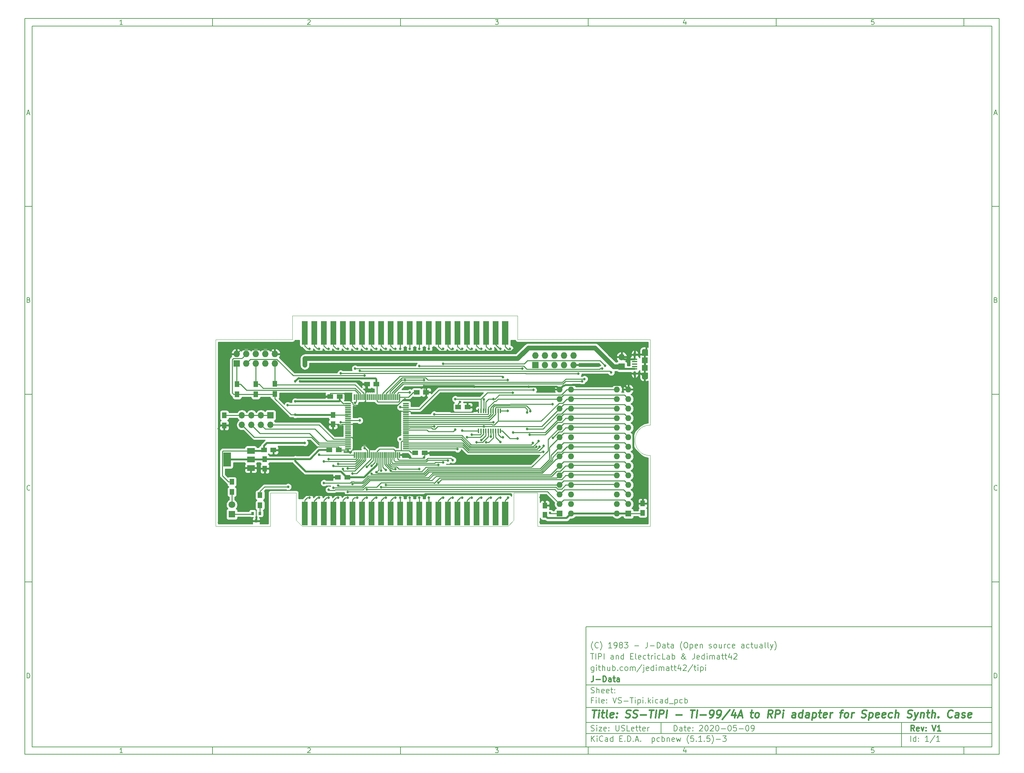
<source format=gbr>
G04 #@! TF.GenerationSoftware,KiCad,Pcbnew,(5.1.5)-3*
G04 #@! TF.CreationDate,2020-05-10T09:48:16-04:00*
G04 #@! TF.ProjectId,VS-Tipi,56532d54-6970-4692-9e6b-696361645f70,V1*
G04 #@! TF.SameCoordinates,Original*
G04 #@! TF.FileFunction,Copper,L1,Top*
G04 #@! TF.FilePolarity,Positive*
%FSLAX46Y46*%
G04 Gerber Fmt 4.6, Leading zero omitted, Abs format (unit mm)*
G04 Created by KiCad (PCBNEW (5.1.5)-3) date 2020-05-10 09:48:16*
%MOMM*%
%LPD*%
G04 APERTURE LIST*
%ADD10C,0.100000*%
%ADD11C,0.150000*%
%ADD12C,0.300000*%
%ADD13C,0.400000*%
G04 #@! TA.AperFunction,Profile*
%ADD14C,0.025400*%
G04 #@! TD*
G04 #@! TA.AperFunction,EtchedComponent*
%ADD15C,0.001000*%
G04 #@! TD*
G04 #@! TA.AperFunction,ComponentPad*
%ADD16O,1.700000X1.700000*%
G04 #@! TD*
G04 #@! TA.AperFunction,ComponentPad*
%ADD17R,1.700000X1.700000*%
G04 #@! TD*
G04 #@! TA.AperFunction,ComponentPad*
%ADD18O,1.550000X0.775000*%
G04 #@! TD*
G04 #@! TA.AperFunction,SMDPad,CuDef*
%ADD19R,1.550000X1.500000*%
G04 #@! TD*
G04 #@! TA.AperFunction,ComponentPad*
%ADD20O,0.650000X1.300000*%
G04 #@! TD*
G04 #@! TA.AperFunction,SMDPad,CuDef*
%ADD21R,1.350000X0.400000*%
G04 #@! TD*
G04 #@! TA.AperFunction,ComponentPad*
%ADD22R,1.727200X1.727200*%
G04 #@! TD*
G04 #@! TA.AperFunction,ComponentPad*
%ADD23O,1.727200X1.727200*%
G04 #@! TD*
G04 #@! TA.AperFunction,SMDPad,CuDef*
%ADD24R,1.250000X1.500000*%
G04 #@! TD*
G04 #@! TA.AperFunction,ComponentPad*
%ADD25O,1.600000X1.600000*%
G04 #@! TD*
G04 #@! TA.AperFunction,ComponentPad*
%ADD26R,1.600000X1.600000*%
G04 #@! TD*
G04 #@! TA.AperFunction,ConnectorPad*
%ADD27R,1.676400X6.350000*%
G04 #@! TD*
G04 #@! TA.AperFunction,ConnectorPad*
%ADD28R,1.600200X6.350000*%
G04 #@! TD*
G04 #@! TA.AperFunction,ConnectorPad*
%ADD29R,1.600000X6.350000*%
G04 #@! TD*
G04 #@! TA.AperFunction,SMDPad,CuDef*
%ADD30R,1.500000X0.300000*%
G04 #@! TD*
G04 #@! TA.AperFunction,SMDPad,CuDef*
%ADD31R,0.300000X1.500000*%
G04 #@! TD*
G04 #@! TA.AperFunction,SMDPad,CuDef*
%ADD32R,1.500000X1.250000*%
G04 #@! TD*
G04 #@! TA.AperFunction,ComponentPad*
%ADD33R,1.800000X1.800000*%
G04 #@! TD*
G04 #@! TA.AperFunction,ComponentPad*
%ADD34C,1.800000*%
G04 #@! TD*
G04 #@! TA.AperFunction,SMDPad,CuDef*
%ADD35R,0.800000X0.900000*%
G04 #@! TD*
G04 #@! TA.AperFunction,SMDPad,CuDef*
%ADD36R,1.300000X1.500000*%
G04 #@! TD*
G04 #@! TA.AperFunction,SMDPad,CuDef*
%ADD37R,0.406400X1.270000*%
G04 #@! TD*
G04 #@! TA.AperFunction,SMDPad,CuDef*
%ADD38R,2.000000X3.800000*%
G04 #@! TD*
G04 #@! TA.AperFunction,SMDPad,CuDef*
%ADD39R,2.000000X1.500000*%
G04 #@! TD*
G04 #@! TA.AperFunction,ViaPad*
%ADD40C,0.685800*%
G04 #@! TD*
G04 #@! TA.AperFunction,Conductor*
%ADD41C,0.250000*%
G04 #@! TD*
G04 #@! TA.AperFunction,Conductor*
%ADD42C,0.508000*%
G04 #@! TD*
G04 #@! TA.AperFunction,Conductor*
%ADD43C,1.270000*%
G04 #@! TD*
G04 #@! TA.AperFunction,Conductor*
%ADD44C,0.254000*%
G04 #@! TD*
G04 APERTURE END LIST*
D10*
D11*
X159400000Y-171900000D02*
X159400000Y-203900000D01*
X267400000Y-203900000D01*
X267400000Y-171900000D01*
X159400000Y-171900000D01*
D10*
D11*
X10000000Y-10000000D02*
X10000000Y-205900000D01*
X269400000Y-205900000D01*
X269400000Y-10000000D01*
X10000000Y-10000000D01*
D10*
D11*
X12000000Y-12000000D02*
X12000000Y-203900000D01*
X267400000Y-203900000D01*
X267400000Y-12000000D01*
X12000000Y-12000000D01*
D10*
D11*
X60000000Y-12000000D02*
X60000000Y-10000000D01*
D10*
D11*
X110000000Y-12000000D02*
X110000000Y-10000000D01*
D10*
D11*
X160000000Y-12000000D02*
X160000000Y-10000000D01*
D10*
D11*
X210000000Y-12000000D02*
X210000000Y-10000000D01*
D10*
D11*
X260000000Y-12000000D02*
X260000000Y-10000000D01*
D10*
D11*
X36065476Y-11588095D02*
X35322619Y-11588095D01*
X35694047Y-11588095D02*
X35694047Y-10288095D01*
X35570238Y-10473809D01*
X35446428Y-10597619D01*
X35322619Y-10659523D01*
D10*
D11*
X85322619Y-10411904D02*
X85384523Y-10350000D01*
X85508333Y-10288095D01*
X85817857Y-10288095D01*
X85941666Y-10350000D01*
X86003571Y-10411904D01*
X86065476Y-10535714D01*
X86065476Y-10659523D01*
X86003571Y-10845238D01*
X85260714Y-11588095D01*
X86065476Y-11588095D01*
D10*
D11*
X135260714Y-10288095D02*
X136065476Y-10288095D01*
X135632142Y-10783333D01*
X135817857Y-10783333D01*
X135941666Y-10845238D01*
X136003571Y-10907142D01*
X136065476Y-11030952D01*
X136065476Y-11340476D01*
X136003571Y-11464285D01*
X135941666Y-11526190D01*
X135817857Y-11588095D01*
X135446428Y-11588095D01*
X135322619Y-11526190D01*
X135260714Y-11464285D01*
D10*
D11*
X185941666Y-10721428D02*
X185941666Y-11588095D01*
X185632142Y-10226190D02*
X185322619Y-11154761D01*
X186127380Y-11154761D01*
D10*
D11*
X236003571Y-10288095D02*
X235384523Y-10288095D01*
X235322619Y-10907142D01*
X235384523Y-10845238D01*
X235508333Y-10783333D01*
X235817857Y-10783333D01*
X235941666Y-10845238D01*
X236003571Y-10907142D01*
X236065476Y-11030952D01*
X236065476Y-11340476D01*
X236003571Y-11464285D01*
X235941666Y-11526190D01*
X235817857Y-11588095D01*
X235508333Y-11588095D01*
X235384523Y-11526190D01*
X235322619Y-11464285D01*
D10*
D11*
X60000000Y-203900000D02*
X60000000Y-205900000D01*
D10*
D11*
X110000000Y-203900000D02*
X110000000Y-205900000D01*
D10*
D11*
X160000000Y-203900000D02*
X160000000Y-205900000D01*
D10*
D11*
X210000000Y-203900000D02*
X210000000Y-205900000D01*
D10*
D11*
X260000000Y-203900000D02*
X260000000Y-205900000D01*
D10*
D11*
X36065476Y-205488095D02*
X35322619Y-205488095D01*
X35694047Y-205488095D02*
X35694047Y-204188095D01*
X35570238Y-204373809D01*
X35446428Y-204497619D01*
X35322619Y-204559523D01*
D10*
D11*
X85322619Y-204311904D02*
X85384523Y-204250000D01*
X85508333Y-204188095D01*
X85817857Y-204188095D01*
X85941666Y-204250000D01*
X86003571Y-204311904D01*
X86065476Y-204435714D01*
X86065476Y-204559523D01*
X86003571Y-204745238D01*
X85260714Y-205488095D01*
X86065476Y-205488095D01*
D10*
D11*
X135260714Y-204188095D02*
X136065476Y-204188095D01*
X135632142Y-204683333D01*
X135817857Y-204683333D01*
X135941666Y-204745238D01*
X136003571Y-204807142D01*
X136065476Y-204930952D01*
X136065476Y-205240476D01*
X136003571Y-205364285D01*
X135941666Y-205426190D01*
X135817857Y-205488095D01*
X135446428Y-205488095D01*
X135322619Y-205426190D01*
X135260714Y-205364285D01*
D10*
D11*
X185941666Y-204621428D02*
X185941666Y-205488095D01*
X185632142Y-204126190D02*
X185322619Y-205054761D01*
X186127380Y-205054761D01*
D10*
D11*
X236003571Y-204188095D02*
X235384523Y-204188095D01*
X235322619Y-204807142D01*
X235384523Y-204745238D01*
X235508333Y-204683333D01*
X235817857Y-204683333D01*
X235941666Y-204745238D01*
X236003571Y-204807142D01*
X236065476Y-204930952D01*
X236065476Y-205240476D01*
X236003571Y-205364285D01*
X235941666Y-205426190D01*
X235817857Y-205488095D01*
X235508333Y-205488095D01*
X235384523Y-205426190D01*
X235322619Y-205364285D01*
D10*
D11*
X10000000Y-60000000D02*
X12000000Y-60000000D01*
D10*
D11*
X10000000Y-110000000D02*
X12000000Y-110000000D01*
D10*
D11*
X10000000Y-160000000D02*
X12000000Y-160000000D01*
D10*
D11*
X10690476Y-35216666D02*
X11309523Y-35216666D01*
X10566666Y-35588095D02*
X11000000Y-34288095D01*
X11433333Y-35588095D01*
D10*
D11*
X11092857Y-84907142D02*
X11278571Y-84969047D01*
X11340476Y-85030952D01*
X11402380Y-85154761D01*
X11402380Y-85340476D01*
X11340476Y-85464285D01*
X11278571Y-85526190D01*
X11154761Y-85588095D01*
X10659523Y-85588095D01*
X10659523Y-84288095D01*
X11092857Y-84288095D01*
X11216666Y-84350000D01*
X11278571Y-84411904D01*
X11340476Y-84535714D01*
X11340476Y-84659523D01*
X11278571Y-84783333D01*
X11216666Y-84845238D01*
X11092857Y-84907142D01*
X10659523Y-84907142D01*
D10*
D11*
X11402380Y-135464285D02*
X11340476Y-135526190D01*
X11154761Y-135588095D01*
X11030952Y-135588095D01*
X10845238Y-135526190D01*
X10721428Y-135402380D01*
X10659523Y-135278571D01*
X10597619Y-135030952D01*
X10597619Y-134845238D01*
X10659523Y-134597619D01*
X10721428Y-134473809D01*
X10845238Y-134350000D01*
X11030952Y-134288095D01*
X11154761Y-134288095D01*
X11340476Y-134350000D01*
X11402380Y-134411904D01*
D10*
D11*
X10659523Y-185588095D02*
X10659523Y-184288095D01*
X10969047Y-184288095D01*
X11154761Y-184350000D01*
X11278571Y-184473809D01*
X11340476Y-184597619D01*
X11402380Y-184845238D01*
X11402380Y-185030952D01*
X11340476Y-185278571D01*
X11278571Y-185402380D01*
X11154761Y-185526190D01*
X10969047Y-185588095D01*
X10659523Y-185588095D01*
D10*
D11*
X269400000Y-60000000D02*
X267400000Y-60000000D01*
D10*
D11*
X269400000Y-110000000D02*
X267400000Y-110000000D01*
D10*
D11*
X269400000Y-160000000D02*
X267400000Y-160000000D01*
D10*
D11*
X268090476Y-35216666D02*
X268709523Y-35216666D01*
X267966666Y-35588095D02*
X268400000Y-34288095D01*
X268833333Y-35588095D01*
D10*
D11*
X268492857Y-84907142D02*
X268678571Y-84969047D01*
X268740476Y-85030952D01*
X268802380Y-85154761D01*
X268802380Y-85340476D01*
X268740476Y-85464285D01*
X268678571Y-85526190D01*
X268554761Y-85588095D01*
X268059523Y-85588095D01*
X268059523Y-84288095D01*
X268492857Y-84288095D01*
X268616666Y-84350000D01*
X268678571Y-84411904D01*
X268740476Y-84535714D01*
X268740476Y-84659523D01*
X268678571Y-84783333D01*
X268616666Y-84845238D01*
X268492857Y-84907142D01*
X268059523Y-84907142D01*
D10*
D11*
X268802380Y-135464285D02*
X268740476Y-135526190D01*
X268554761Y-135588095D01*
X268430952Y-135588095D01*
X268245238Y-135526190D01*
X268121428Y-135402380D01*
X268059523Y-135278571D01*
X267997619Y-135030952D01*
X267997619Y-134845238D01*
X268059523Y-134597619D01*
X268121428Y-134473809D01*
X268245238Y-134350000D01*
X268430952Y-134288095D01*
X268554761Y-134288095D01*
X268740476Y-134350000D01*
X268802380Y-134411904D01*
D10*
D11*
X268059523Y-185588095D02*
X268059523Y-184288095D01*
X268369047Y-184288095D01*
X268554761Y-184350000D01*
X268678571Y-184473809D01*
X268740476Y-184597619D01*
X268802380Y-184845238D01*
X268802380Y-185030952D01*
X268740476Y-185278571D01*
X268678571Y-185402380D01*
X268554761Y-185526190D01*
X268369047Y-185588095D01*
X268059523Y-185588095D01*
D10*
D11*
X182832142Y-199678571D02*
X182832142Y-198178571D01*
X183189285Y-198178571D01*
X183403571Y-198250000D01*
X183546428Y-198392857D01*
X183617857Y-198535714D01*
X183689285Y-198821428D01*
X183689285Y-199035714D01*
X183617857Y-199321428D01*
X183546428Y-199464285D01*
X183403571Y-199607142D01*
X183189285Y-199678571D01*
X182832142Y-199678571D01*
X184975000Y-199678571D02*
X184975000Y-198892857D01*
X184903571Y-198750000D01*
X184760714Y-198678571D01*
X184475000Y-198678571D01*
X184332142Y-198750000D01*
X184975000Y-199607142D02*
X184832142Y-199678571D01*
X184475000Y-199678571D01*
X184332142Y-199607142D01*
X184260714Y-199464285D01*
X184260714Y-199321428D01*
X184332142Y-199178571D01*
X184475000Y-199107142D01*
X184832142Y-199107142D01*
X184975000Y-199035714D01*
X185475000Y-198678571D02*
X186046428Y-198678571D01*
X185689285Y-198178571D02*
X185689285Y-199464285D01*
X185760714Y-199607142D01*
X185903571Y-199678571D01*
X186046428Y-199678571D01*
X187117857Y-199607142D02*
X186975000Y-199678571D01*
X186689285Y-199678571D01*
X186546428Y-199607142D01*
X186475000Y-199464285D01*
X186475000Y-198892857D01*
X186546428Y-198750000D01*
X186689285Y-198678571D01*
X186975000Y-198678571D01*
X187117857Y-198750000D01*
X187189285Y-198892857D01*
X187189285Y-199035714D01*
X186475000Y-199178571D01*
X187832142Y-199535714D02*
X187903571Y-199607142D01*
X187832142Y-199678571D01*
X187760714Y-199607142D01*
X187832142Y-199535714D01*
X187832142Y-199678571D01*
X187832142Y-198750000D02*
X187903571Y-198821428D01*
X187832142Y-198892857D01*
X187760714Y-198821428D01*
X187832142Y-198750000D01*
X187832142Y-198892857D01*
X189617857Y-198321428D02*
X189689285Y-198250000D01*
X189832142Y-198178571D01*
X190189285Y-198178571D01*
X190332142Y-198250000D01*
X190403571Y-198321428D01*
X190475000Y-198464285D01*
X190475000Y-198607142D01*
X190403571Y-198821428D01*
X189546428Y-199678571D01*
X190475000Y-199678571D01*
X191403571Y-198178571D02*
X191546428Y-198178571D01*
X191689285Y-198250000D01*
X191760714Y-198321428D01*
X191832142Y-198464285D01*
X191903571Y-198750000D01*
X191903571Y-199107142D01*
X191832142Y-199392857D01*
X191760714Y-199535714D01*
X191689285Y-199607142D01*
X191546428Y-199678571D01*
X191403571Y-199678571D01*
X191260714Y-199607142D01*
X191189285Y-199535714D01*
X191117857Y-199392857D01*
X191046428Y-199107142D01*
X191046428Y-198750000D01*
X191117857Y-198464285D01*
X191189285Y-198321428D01*
X191260714Y-198250000D01*
X191403571Y-198178571D01*
X192475000Y-198321428D02*
X192546428Y-198250000D01*
X192689285Y-198178571D01*
X193046428Y-198178571D01*
X193189285Y-198250000D01*
X193260714Y-198321428D01*
X193332142Y-198464285D01*
X193332142Y-198607142D01*
X193260714Y-198821428D01*
X192403571Y-199678571D01*
X193332142Y-199678571D01*
X194260714Y-198178571D02*
X194403571Y-198178571D01*
X194546428Y-198250000D01*
X194617857Y-198321428D01*
X194689285Y-198464285D01*
X194760714Y-198750000D01*
X194760714Y-199107142D01*
X194689285Y-199392857D01*
X194617857Y-199535714D01*
X194546428Y-199607142D01*
X194403571Y-199678571D01*
X194260714Y-199678571D01*
X194117857Y-199607142D01*
X194046428Y-199535714D01*
X193975000Y-199392857D01*
X193903571Y-199107142D01*
X193903571Y-198750000D01*
X193975000Y-198464285D01*
X194046428Y-198321428D01*
X194117857Y-198250000D01*
X194260714Y-198178571D01*
X195403571Y-199107142D02*
X196546428Y-199107142D01*
X197546428Y-198178571D02*
X197689285Y-198178571D01*
X197832142Y-198250000D01*
X197903571Y-198321428D01*
X197975000Y-198464285D01*
X198046428Y-198750000D01*
X198046428Y-199107142D01*
X197975000Y-199392857D01*
X197903571Y-199535714D01*
X197832142Y-199607142D01*
X197689285Y-199678571D01*
X197546428Y-199678571D01*
X197403571Y-199607142D01*
X197332142Y-199535714D01*
X197260714Y-199392857D01*
X197189285Y-199107142D01*
X197189285Y-198750000D01*
X197260714Y-198464285D01*
X197332142Y-198321428D01*
X197403571Y-198250000D01*
X197546428Y-198178571D01*
X199403571Y-198178571D02*
X198689285Y-198178571D01*
X198617857Y-198892857D01*
X198689285Y-198821428D01*
X198832142Y-198750000D01*
X199189285Y-198750000D01*
X199332142Y-198821428D01*
X199403571Y-198892857D01*
X199475000Y-199035714D01*
X199475000Y-199392857D01*
X199403571Y-199535714D01*
X199332142Y-199607142D01*
X199189285Y-199678571D01*
X198832142Y-199678571D01*
X198689285Y-199607142D01*
X198617857Y-199535714D01*
X200117857Y-199107142D02*
X201260714Y-199107142D01*
X202260714Y-198178571D02*
X202403571Y-198178571D01*
X202546428Y-198250000D01*
X202617857Y-198321428D01*
X202689285Y-198464285D01*
X202760714Y-198750000D01*
X202760714Y-199107142D01*
X202689285Y-199392857D01*
X202617857Y-199535714D01*
X202546428Y-199607142D01*
X202403571Y-199678571D01*
X202260714Y-199678571D01*
X202117857Y-199607142D01*
X202046428Y-199535714D01*
X201975000Y-199392857D01*
X201903571Y-199107142D01*
X201903571Y-198750000D01*
X201975000Y-198464285D01*
X202046428Y-198321428D01*
X202117857Y-198250000D01*
X202260714Y-198178571D01*
X203475000Y-199678571D02*
X203760714Y-199678571D01*
X203903571Y-199607142D01*
X203975000Y-199535714D01*
X204117857Y-199321428D01*
X204189285Y-199035714D01*
X204189285Y-198464285D01*
X204117857Y-198321428D01*
X204046428Y-198250000D01*
X203903571Y-198178571D01*
X203617857Y-198178571D01*
X203475000Y-198250000D01*
X203403571Y-198321428D01*
X203332142Y-198464285D01*
X203332142Y-198821428D01*
X203403571Y-198964285D01*
X203475000Y-199035714D01*
X203617857Y-199107142D01*
X203903571Y-199107142D01*
X204046428Y-199035714D01*
X204117857Y-198964285D01*
X204189285Y-198821428D01*
D10*
D11*
X159400000Y-200400000D02*
X267400000Y-200400000D01*
D10*
D11*
X160832142Y-202478571D02*
X160832142Y-200978571D01*
X161689285Y-202478571D02*
X161046428Y-201621428D01*
X161689285Y-200978571D02*
X160832142Y-201835714D01*
X162332142Y-202478571D02*
X162332142Y-201478571D01*
X162332142Y-200978571D02*
X162260714Y-201050000D01*
X162332142Y-201121428D01*
X162403571Y-201050000D01*
X162332142Y-200978571D01*
X162332142Y-201121428D01*
X163903571Y-202335714D02*
X163832142Y-202407142D01*
X163617857Y-202478571D01*
X163475000Y-202478571D01*
X163260714Y-202407142D01*
X163117857Y-202264285D01*
X163046428Y-202121428D01*
X162975000Y-201835714D01*
X162975000Y-201621428D01*
X163046428Y-201335714D01*
X163117857Y-201192857D01*
X163260714Y-201050000D01*
X163475000Y-200978571D01*
X163617857Y-200978571D01*
X163832142Y-201050000D01*
X163903571Y-201121428D01*
X165189285Y-202478571D02*
X165189285Y-201692857D01*
X165117857Y-201550000D01*
X164975000Y-201478571D01*
X164689285Y-201478571D01*
X164546428Y-201550000D01*
X165189285Y-202407142D02*
X165046428Y-202478571D01*
X164689285Y-202478571D01*
X164546428Y-202407142D01*
X164475000Y-202264285D01*
X164475000Y-202121428D01*
X164546428Y-201978571D01*
X164689285Y-201907142D01*
X165046428Y-201907142D01*
X165189285Y-201835714D01*
X166546428Y-202478571D02*
X166546428Y-200978571D01*
X166546428Y-202407142D02*
X166403571Y-202478571D01*
X166117857Y-202478571D01*
X165975000Y-202407142D01*
X165903571Y-202335714D01*
X165832142Y-202192857D01*
X165832142Y-201764285D01*
X165903571Y-201621428D01*
X165975000Y-201550000D01*
X166117857Y-201478571D01*
X166403571Y-201478571D01*
X166546428Y-201550000D01*
X168403571Y-201692857D02*
X168903571Y-201692857D01*
X169117857Y-202478571D02*
X168403571Y-202478571D01*
X168403571Y-200978571D01*
X169117857Y-200978571D01*
X169760714Y-202335714D02*
X169832142Y-202407142D01*
X169760714Y-202478571D01*
X169689285Y-202407142D01*
X169760714Y-202335714D01*
X169760714Y-202478571D01*
X170475000Y-202478571D02*
X170475000Y-200978571D01*
X170832142Y-200978571D01*
X171046428Y-201050000D01*
X171189285Y-201192857D01*
X171260714Y-201335714D01*
X171332142Y-201621428D01*
X171332142Y-201835714D01*
X171260714Y-202121428D01*
X171189285Y-202264285D01*
X171046428Y-202407142D01*
X170832142Y-202478571D01*
X170475000Y-202478571D01*
X171975000Y-202335714D02*
X172046428Y-202407142D01*
X171975000Y-202478571D01*
X171903571Y-202407142D01*
X171975000Y-202335714D01*
X171975000Y-202478571D01*
X172617857Y-202050000D02*
X173332142Y-202050000D01*
X172475000Y-202478571D02*
X172975000Y-200978571D01*
X173475000Y-202478571D01*
X173975000Y-202335714D02*
X174046428Y-202407142D01*
X173975000Y-202478571D01*
X173903571Y-202407142D01*
X173975000Y-202335714D01*
X173975000Y-202478571D01*
X176975000Y-201478571D02*
X176975000Y-202978571D01*
X176975000Y-201550000D02*
X177117857Y-201478571D01*
X177403571Y-201478571D01*
X177546428Y-201550000D01*
X177617857Y-201621428D01*
X177689285Y-201764285D01*
X177689285Y-202192857D01*
X177617857Y-202335714D01*
X177546428Y-202407142D01*
X177403571Y-202478571D01*
X177117857Y-202478571D01*
X176975000Y-202407142D01*
X178975000Y-202407142D02*
X178832142Y-202478571D01*
X178546428Y-202478571D01*
X178403571Y-202407142D01*
X178332142Y-202335714D01*
X178260714Y-202192857D01*
X178260714Y-201764285D01*
X178332142Y-201621428D01*
X178403571Y-201550000D01*
X178546428Y-201478571D01*
X178832142Y-201478571D01*
X178975000Y-201550000D01*
X179617857Y-202478571D02*
X179617857Y-200978571D01*
X179617857Y-201550000D02*
X179760714Y-201478571D01*
X180046428Y-201478571D01*
X180189285Y-201550000D01*
X180260714Y-201621428D01*
X180332142Y-201764285D01*
X180332142Y-202192857D01*
X180260714Y-202335714D01*
X180189285Y-202407142D01*
X180046428Y-202478571D01*
X179760714Y-202478571D01*
X179617857Y-202407142D01*
X180975000Y-201478571D02*
X180975000Y-202478571D01*
X180975000Y-201621428D02*
X181046428Y-201550000D01*
X181189285Y-201478571D01*
X181403571Y-201478571D01*
X181546428Y-201550000D01*
X181617857Y-201692857D01*
X181617857Y-202478571D01*
X182903571Y-202407142D02*
X182760714Y-202478571D01*
X182475000Y-202478571D01*
X182332142Y-202407142D01*
X182260714Y-202264285D01*
X182260714Y-201692857D01*
X182332142Y-201550000D01*
X182475000Y-201478571D01*
X182760714Y-201478571D01*
X182903571Y-201550000D01*
X182975000Y-201692857D01*
X182975000Y-201835714D01*
X182260714Y-201978571D01*
X183475000Y-201478571D02*
X183760714Y-202478571D01*
X184046428Y-201764285D01*
X184332142Y-202478571D01*
X184617857Y-201478571D01*
X186760714Y-203050000D02*
X186689285Y-202978571D01*
X186546428Y-202764285D01*
X186475000Y-202621428D01*
X186403571Y-202407142D01*
X186332142Y-202050000D01*
X186332142Y-201764285D01*
X186403571Y-201407142D01*
X186475000Y-201192857D01*
X186546428Y-201050000D01*
X186689285Y-200835714D01*
X186760714Y-200764285D01*
X188046428Y-200978571D02*
X187332142Y-200978571D01*
X187260714Y-201692857D01*
X187332142Y-201621428D01*
X187475000Y-201550000D01*
X187832142Y-201550000D01*
X187975000Y-201621428D01*
X188046428Y-201692857D01*
X188117857Y-201835714D01*
X188117857Y-202192857D01*
X188046428Y-202335714D01*
X187975000Y-202407142D01*
X187832142Y-202478571D01*
X187475000Y-202478571D01*
X187332142Y-202407142D01*
X187260714Y-202335714D01*
X188760714Y-202335714D02*
X188832142Y-202407142D01*
X188760714Y-202478571D01*
X188689285Y-202407142D01*
X188760714Y-202335714D01*
X188760714Y-202478571D01*
X190260714Y-202478571D02*
X189403571Y-202478571D01*
X189832142Y-202478571D02*
X189832142Y-200978571D01*
X189689285Y-201192857D01*
X189546428Y-201335714D01*
X189403571Y-201407142D01*
X190903571Y-202335714D02*
X190975000Y-202407142D01*
X190903571Y-202478571D01*
X190832142Y-202407142D01*
X190903571Y-202335714D01*
X190903571Y-202478571D01*
X192332142Y-200978571D02*
X191617857Y-200978571D01*
X191546428Y-201692857D01*
X191617857Y-201621428D01*
X191760714Y-201550000D01*
X192117857Y-201550000D01*
X192260714Y-201621428D01*
X192332142Y-201692857D01*
X192403571Y-201835714D01*
X192403571Y-202192857D01*
X192332142Y-202335714D01*
X192260714Y-202407142D01*
X192117857Y-202478571D01*
X191760714Y-202478571D01*
X191617857Y-202407142D01*
X191546428Y-202335714D01*
X192903571Y-203050000D02*
X192975000Y-202978571D01*
X193117857Y-202764285D01*
X193189285Y-202621428D01*
X193260714Y-202407142D01*
X193332142Y-202050000D01*
X193332142Y-201764285D01*
X193260714Y-201407142D01*
X193189285Y-201192857D01*
X193117857Y-201050000D01*
X192975000Y-200835714D01*
X192903571Y-200764285D01*
X194046428Y-201907142D02*
X195189285Y-201907142D01*
X195760714Y-200978571D02*
X196689285Y-200978571D01*
X196189285Y-201550000D01*
X196403571Y-201550000D01*
X196546428Y-201621428D01*
X196617857Y-201692857D01*
X196689285Y-201835714D01*
X196689285Y-202192857D01*
X196617857Y-202335714D01*
X196546428Y-202407142D01*
X196403571Y-202478571D01*
X195975000Y-202478571D01*
X195832142Y-202407142D01*
X195760714Y-202335714D01*
D10*
D11*
X159400000Y-197400000D02*
X267400000Y-197400000D01*
D10*
D12*
X246809285Y-199678571D02*
X246309285Y-198964285D01*
X245952142Y-199678571D02*
X245952142Y-198178571D01*
X246523571Y-198178571D01*
X246666428Y-198250000D01*
X246737857Y-198321428D01*
X246809285Y-198464285D01*
X246809285Y-198678571D01*
X246737857Y-198821428D01*
X246666428Y-198892857D01*
X246523571Y-198964285D01*
X245952142Y-198964285D01*
X248023571Y-199607142D02*
X247880714Y-199678571D01*
X247595000Y-199678571D01*
X247452142Y-199607142D01*
X247380714Y-199464285D01*
X247380714Y-198892857D01*
X247452142Y-198750000D01*
X247595000Y-198678571D01*
X247880714Y-198678571D01*
X248023571Y-198750000D01*
X248095000Y-198892857D01*
X248095000Y-199035714D01*
X247380714Y-199178571D01*
X248595000Y-198678571D02*
X248952142Y-199678571D01*
X249309285Y-198678571D01*
X249880714Y-199535714D02*
X249952142Y-199607142D01*
X249880714Y-199678571D01*
X249809285Y-199607142D01*
X249880714Y-199535714D01*
X249880714Y-199678571D01*
X249880714Y-198750000D02*
X249952142Y-198821428D01*
X249880714Y-198892857D01*
X249809285Y-198821428D01*
X249880714Y-198750000D01*
X249880714Y-198892857D01*
X251523571Y-198178571D02*
X252023571Y-199678571D01*
X252523571Y-198178571D01*
X253809285Y-199678571D02*
X252952142Y-199678571D01*
X253380714Y-199678571D02*
X253380714Y-198178571D01*
X253237857Y-198392857D01*
X253095000Y-198535714D01*
X252952142Y-198607142D01*
D10*
D11*
X160760714Y-199607142D02*
X160975000Y-199678571D01*
X161332142Y-199678571D01*
X161475000Y-199607142D01*
X161546428Y-199535714D01*
X161617857Y-199392857D01*
X161617857Y-199250000D01*
X161546428Y-199107142D01*
X161475000Y-199035714D01*
X161332142Y-198964285D01*
X161046428Y-198892857D01*
X160903571Y-198821428D01*
X160832142Y-198750000D01*
X160760714Y-198607142D01*
X160760714Y-198464285D01*
X160832142Y-198321428D01*
X160903571Y-198250000D01*
X161046428Y-198178571D01*
X161403571Y-198178571D01*
X161617857Y-198250000D01*
X162260714Y-199678571D02*
X162260714Y-198678571D01*
X162260714Y-198178571D02*
X162189285Y-198250000D01*
X162260714Y-198321428D01*
X162332142Y-198250000D01*
X162260714Y-198178571D01*
X162260714Y-198321428D01*
X162832142Y-198678571D02*
X163617857Y-198678571D01*
X162832142Y-199678571D01*
X163617857Y-199678571D01*
X164760714Y-199607142D02*
X164617857Y-199678571D01*
X164332142Y-199678571D01*
X164189285Y-199607142D01*
X164117857Y-199464285D01*
X164117857Y-198892857D01*
X164189285Y-198750000D01*
X164332142Y-198678571D01*
X164617857Y-198678571D01*
X164760714Y-198750000D01*
X164832142Y-198892857D01*
X164832142Y-199035714D01*
X164117857Y-199178571D01*
X165475000Y-199535714D02*
X165546428Y-199607142D01*
X165475000Y-199678571D01*
X165403571Y-199607142D01*
X165475000Y-199535714D01*
X165475000Y-199678571D01*
X165475000Y-198750000D02*
X165546428Y-198821428D01*
X165475000Y-198892857D01*
X165403571Y-198821428D01*
X165475000Y-198750000D01*
X165475000Y-198892857D01*
X167332142Y-198178571D02*
X167332142Y-199392857D01*
X167403571Y-199535714D01*
X167475000Y-199607142D01*
X167617857Y-199678571D01*
X167903571Y-199678571D01*
X168046428Y-199607142D01*
X168117857Y-199535714D01*
X168189285Y-199392857D01*
X168189285Y-198178571D01*
X168832142Y-199607142D02*
X169046428Y-199678571D01*
X169403571Y-199678571D01*
X169546428Y-199607142D01*
X169617857Y-199535714D01*
X169689285Y-199392857D01*
X169689285Y-199250000D01*
X169617857Y-199107142D01*
X169546428Y-199035714D01*
X169403571Y-198964285D01*
X169117857Y-198892857D01*
X168975000Y-198821428D01*
X168903571Y-198750000D01*
X168832142Y-198607142D01*
X168832142Y-198464285D01*
X168903571Y-198321428D01*
X168975000Y-198250000D01*
X169117857Y-198178571D01*
X169475000Y-198178571D01*
X169689285Y-198250000D01*
X171046428Y-199678571D02*
X170332142Y-199678571D01*
X170332142Y-198178571D01*
X172117857Y-199607142D02*
X171975000Y-199678571D01*
X171689285Y-199678571D01*
X171546428Y-199607142D01*
X171475000Y-199464285D01*
X171475000Y-198892857D01*
X171546428Y-198750000D01*
X171689285Y-198678571D01*
X171975000Y-198678571D01*
X172117857Y-198750000D01*
X172189285Y-198892857D01*
X172189285Y-199035714D01*
X171475000Y-199178571D01*
X172617857Y-198678571D02*
X173189285Y-198678571D01*
X172832142Y-198178571D02*
X172832142Y-199464285D01*
X172903571Y-199607142D01*
X173046428Y-199678571D01*
X173189285Y-199678571D01*
X173475000Y-198678571D02*
X174046428Y-198678571D01*
X173689285Y-198178571D02*
X173689285Y-199464285D01*
X173760714Y-199607142D01*
X173903571Y-199678571D01*
X174046428Y-199678571D01*
X175117857Y-199607142D02*
X174975000Y-199678571D01*
X174689285Y-199678571D01*
X174546428Y-199607142D01*
X174475000Y-199464285D01*
X174475000Y-198892857D01*
X174546428Y-198750000D01*
X174689285Y-198678571D01*
X174975000Y-198678571D01*
X175117857Y-198750000D01*
X175189285Y-198892857D01*
X175189285Y-199035714D01*
X174475000Y-199178571D01*
X175832142Y-199678571D02*
X175832142Y-198678571D01*
X175832142Y-198964285D02*
X175903571Y-198821428D01*
X175975000Y-198750000D01*
X176117857Y-198678571D01*
X176260714Y-198678571D01*
D10*
D11*
X245832142Y-202478571D02*
X245832142Y-200978571D01*
X247189285Y-202478571D02*
X247189285Y-200978571D01*
X247189285Y-202407142D02*
X247046428Y-202478571D01*
X246760714Y-202478571D01*
X246617857Y-202407142D01*
X246546428Y-202335714D01*
X246475000Y-202192857D01*
X246475000Y-201764285D01*
X246546428Y-201621428D01*
X246617857Y-201550000D01*
X246760714Y-201478571D01*
X247046428Y-201478571D01*
X247189285Y-201550000D01*
X247903571Y-202335714D02*
X247975000Y-202407142D01*
X247903571Y-202478571D01*
X247832142Y-202407142D01*
X247903571Y-202335714D01*
X247903571Y-202478571D01*
X247903571Y-201550000D02*
X247975000Y-201621428D01*
X247903571Y-201692857D01*
X247832142Y-201621428D01*
X247903571Y-201550000D01*
X247903571Y-201692857D01*
X250546428Y-202478571D02*
X249689285Y-202478571D01*
X250117857Y-202478571D02*
X250117857Y-200978571D01*
X249975000Y-201192857D01*
X249832142Y-201335714D01*
X249689285Y-201407142D01*
X252260714Y-200907142D02*
X250975000Y-202835714D01*
X253546428Y-202478571D02*
X252689285Y-202478571D01*
X253117857Y-202478571D02*
X253117857Y-200978571D01*
X252975000Y-201192857D01*
X252832142Y-201335714D01*
X252689285Y-201407142D01*
D10*
D11*
X159400000Y-193400000D02*
X267400000Y-193400000D01*
D10*
D13*
X161112380Y-194104761D02*
X162255238Y-194104761D01*
X161433809Y-196104761D02*
X161683809Y-194104761D01*
X162671904Y-196104761D02*
X162838571Y-194771428D01*
X162921904Y-194104761D02*
X162814761Y-194200000D01*
X162898095Y-194295238D01*
X163005238Y-194200000D01*
X162921904Y-194104761D01*
X162898095Y-194295238D01*
X163505238Y-194771428D02*
X164267142Y-194771428D01*
X163874285Y-194104761D02*
X163660000Y-195819047D01*
X163731428Y-196009523D01*
X163910000Y-196104761D01*
X164100476Y-196104761D01*
X165052857Y-196104761D02*
X164874285Y-196009523D01*
X164802857Y-195819047D01*
X165017142Y-194104761D01*
X166588571Y-196009523D02*
X166386190Y-196104761D01*
X166005238Y-196104761D01*
X165826666Y-196009523D01*
X165755238Y-195819047D01*
X165850476Y-195057142D01*
X165969523Y-194866666D01*
X166171904Y-194771428D01*
X166552857Y-194771428D01*
X166731428Y-194866666D01*
X166802857Y-195057142D01*
X166779047Y-195247619D01*
X165802857Y-195438095D01*
X167552857Y-195914285D02*
X167636190Y-196009523D01*
X167529047Y-196104761D01*
X167445714Y-196009523D01*
X167552857Y-195914285D01*
X167529047Y-196104761D01*
X167683809Y-194866666D02*
X167767142Y-194961904D01*
X167660000Y-195057142D01*
X167576666Y-194961904D01*
X167683809Y-194866666D01*
X167660000Y-195057142D01*
X169921904Y-196009523D02*
X170195714Y-196104761D01*
X170671904Y-196104761D01*
X170874285Y-196009523D01*
X170981428Y-195914285D01*
X171100476Y-195723809D01*
X171124285Y-195533333D01*
X171052857Y-195342857D01*
X170969523Y-195247619D01*
X170790952Y-195152380D01*
X170421904Y-195057142D01*
X170243333Y-194961904D01*
X170160000Y-194866666D01*
X170088571Y-194676190D01*
X170112380Y-194485714D01*
X170231428Y-194295238D01*
X170338571Y-194200000D01*
X170540952Y-194104761D01*
X171017142Y-194104761D01*
X171290952Y-194200000D01*
X171826666Y-196009523D02*
X172100476Y-196104761D01*
X172576666Y-196104761D01*
X172779047Y-196009523D01*
X172886190Y-195914285D01*
X173005238Y-195723809D01*
X173029047Y-195533333D01*
X172957619Y-195342857D01*
X172874285Y-195247619D01*
X172695714Y-195152380D01*
X172326666Y-195057142D01*
X172148095Y-194961904D01*
X172064761Y-194866666D01*
X171993333Y-194676190D01*
X172017142Y-194485714D01*
X172136190Y-194295238D01*
X172243333Y-194200000D01*
X172445714Y-194104761D01*
X172921904Y-194104761D01*
X173195714Y-194200000D01*
X173910000Y-195342857D02*
X175433809Y-195342857D01*
X176255238Y-194104761D02*
X177398095Y-194104761D01*
X176576666Y-196104761D02*
X176826666Y-194104761D01*
X177814761Y-196104761D02*
X178064761Y-194104761D01*
X178767142Y-196104761D02*
X179017142Y-194104761D01*
X179779047Y-194104761D01*
X179957619Y-194200000D01*
X180040952Y-194295238D01*
X180112380Y-194485714D01*
X180076666Y-194771428D01*
X179957619Y-194961904D01*
X179850476Y-195057142D01*
X179648095Y-195152380D01*
X178886190Y-195152380D01*
X180767142Y-196104761D02*
X181017142Y-194104761D01*
X183338571Y-195342857D02*
X184862380Y-195342857D01*
X187207619Y-194104761D02*
X188350476Y-194104761D01*
X187529047Y-196104761D02*
X187779047Y-194104761D01*
X188767142Y-196104761D02*
X189017142Y-194104761D01*
X189814761Y-195342857D02*
X191338571Y-195342857D01*
X192290952Y-196104761D02*
X192671904Y-196104761D01*
X192874285Y-196009523D01*
X192981428Y-195914285D01*
X193207619Y-195628571D01*
X193350476Y-195247619D01*
X193445714Y-194485714D01*
X193374285Y-194295238D01*
X193290952Y-194200000D01*
X193112380Y-194104761D01*
X192731428Y-194104761D01*
X192529047Y-194200000D01*
X192421904Y-194295238D01*
X192302857Y-194485714D01*
X192243333Y-194961904D01*
X192314761Y-195152380D01*
X192398095Y-195247619D01*
X192576666Y-195342857D01*
X192957619Y-195342857D01*
X193160000Y-195247619D01*
X193267142Y-195152380D01*
X193386190Y-194961904D01*
X194195714Y-196104761D02*
X194576666Y-196104761D01*
X194779047Y-196009523D01*
X194886190Y-195914285D01*
X195112380Y-195628571D01*
X195255238Y-195247619D01*
X195350476Y-194485714D01*
X195279047Y-194295238D01*
X195195714Y-194200000D01*
X195017142Y-194104761D01*
X194636190Y-194104761D01*
X194433809Y-194200000D01*
X194326666Y-194295238D01*
X194207619Y-194485714D01*
X194148095Y-194961904D01*
X194219523Y-195152380D01*
X194302857Y-195247619D01*
X194481428Y-195342857D01*
X194862380Y-195342857D01*
X195064761Y-195247619D01*
X195171904Y-195152380D01*
X195290952Y-194961904D01*
X197695714Y-194009523D02*
X195660000Y-196580952D01*
X199124285Y-194771428D02*
X198957619Y-196104761D01*
X198743333Y-194009523D02*
X198088571Y-195438095D01*
X199326666Y-195438095D01*
X199981428Y-195533333D02*
X200933809Y-195533333D01*
X199719523Y-196104761D02*
X200636190Y-194104761D01*
X201052857Y-196104761D01*
X203124285Y-194771428D02*
X203886190Y-194771428D01*
X203493333Y-194104761D02*
X203279047Y-195819047D01*
X203350476Y-196009523D01*
X203529047Y-196104761D01*
X203719523Y-196104761D01*
X204671904Y-196104761D02*
X204493333Y-196009523D01*
X204410000Y-195914285D01*
X204338571Y-195723809D01*
X204410000Y-195152380D01*
X204529047Y-194961904D01*
X204636190Y-194866666D01*
X204838571Y-194771428D01*
X205124285Y-194771428D01*
X205302857Y-194866666D01*
X205386190Y-194961904D01*
X205457619Y-195152380D01*
X205386190Y-195723809D01*
X205267142Y-195914285D01*
X205160000Y-196009523D01*
X204957619Y-196104761D01*
X204671904Y-196104761D01*
X208862380Y-196104761D02*
X208314761Y-195152380D01*
X207719523Y-196104761D02*
X207969523Y-194104761D01*
X208731428Y-194104761D01*
X208910000Y-194200000D01*
X208993333Y-194295238D01*
X209064761Y-194485714D01*
X209029047Y-194771428D01*
X208910000Y-194961904D01*
X208802857Y-195057142D01*
X208600476Y-195152380D01*
X207838571Y-195152380D01*
X209719523Y-196104761D02*
X209969523Y-194104761D01*
X210731428Y-194104761D01*
X210910000Y-194200000D01*
X210993333Y-194295238D01*
X211064761Y-194485714D01*
X211029047Y-194771428D01*
X210910000Y-194961904D01*
X210802857Y-195057142D01*
X210600476Y-195152380D01*
X209838571Y-195152380D01*
X211719523Y-196104761D02*
X211886190Y-194771428D01*
X211969523Y-194104761D02*
X211862380Y-194200000D01*
X211945714Y-194295238D01*
X212052857Y-194200000D01*
X211969523Y-194104761D01*
X211945714Y-194295238D01*
X215052857Y-196104761D02*
X215183809Y-195057142D01*
X215112380Y-194866666D01*
X214933809Y-194771428D01*
X214552857Y-194771428D01*
X214350476Y-194866666D01*
X215064761Y-196009523D02*
X214862380Y-196104761D01*
X214386190Y-196104761D01*
X214207619Y-196009523D01*
X214136190Y-195819047D01*
X214160000Y-195628571D01*
X214279047Y-195438095D01*
X214481428Y-195342857D01*
X214957619Y-195342857D01*
X215160000Y-195247619D01*
X216862380Y-196104761D02*
X217112380Y-194104761D01*
X216874285Y-196009523D02*
X216671904Y-196104761D01*
X216290952Y-196104761D01*
X216112380Y-196009523D01*
X216029047Y-195914285D01*
X215957619Y-195723809D01*
X216029047Y-195152380D01*
X216148095Y-194961904D01*
X216255238Y-194866666D01*
X216457619Y-194771428D01*
X216838571Y-194771428D01*
X217017142Y-194866666D01*
X218671904Y-196104761D02*
X218802857Y-195057142D01*
X218731428Y-194866666D01*
X218552857Y-194771428D01*
X218171904Y-194771428D01*
X217969523Y-194866666D01*
X218683809Y-196009523D02*
X218481428Y-196104761D01*
X218005238Y-196104761D01*
X217826666Y-196009523D01*
X217755238Y-195819047D01*
X217779047Y-195628571D01*
X217898095Y-195438095D01*
X218100476Y-195342857D01*
X218576666Y-195342857D01*
X218779047Y-195247619D01*
X219790952Y-194771428D02*
X219540952Y-196771428D01*
X219779047Y-194866666D02*
X219981428Y-194771428D01*
X220362380Y-194771428D01*
X220540952Y-194866666D01*
X220624285Y-194961904D01*
X220695714Y-195152380D01*
X220624285Y-195723809D01*
X220505238Y-195914285D01*
X220398095Y-196009523D01*
X220195714Y-196104761D01*
X219814761Y-196104761D01*
X219636190Y-196009523D01*
X221314761Y-194771428D02*
X222076666Y-194771428D01*
X221683809Y-194104761D02*
X221469523Y-195819047D01*
X221540952Y-196009523D01*
X221719523Y-196104761D01*
X221909999Y-196104761D01*
X223350476Y-196009523D02*
X223148095Y-196104761D01*
X222767142Y-196104761D01*
X222588571Y-196009523D01*
X222517142Y-195819047D01*
X222612380Y-195057142D01*
X222731428Y-194866666D01*
X222933809Y-194771428D01*
X223314761Y-194771428D01*
X223493333Y-194866666D01*
X223564761Y-195057142D01*
X223540952Y-195247619D01*
X222564761Y-195438095D01*
X224290952Y-196104761D02*
X224457619Y-194771428D01*
X224409999Y-195152380D02*
X224529047Y-194961904D01*
X224636190Y-194866666D01*
X224838571Y-194771428D01*
X225029047Y-194771428D01*
X226933809Y-194771428D02*
X227695714Y-194771428D01*
X227052857Y-196104761D02*
X227267142Y-194390476D01*
X227386190Y-194200000D01*
X227588571Y-194104761D01*
X227779047Y-194104761D01*
X228481428Y-196104761D02*
X228302857Y-196009523D01*
X228219523Y-195914285D01*
X228148095Y-195723809D01*
X228219523Y-195152380D01*
X228338571Y-194961904D01*
X228445714Y-194866666D01*
X228648095Y-194771428D01*
X228933809Y-194771428D01*
X229112380Y-194866666D01*
X229195714Y-194961904D01*
X229267142Y-195152380D01*
X229195714Y-195723809D01*
X229076666Y-195914285D01*
X228969523Y-196009523D01*
X228767142Y-196104761D01*
X228481428Y-196104761D01*
X230005238Y-196104761D02*
X230171904Y-194771428D01*
X230124285Y-195152380D02*
X230243333Y-194961904D01*
X230350476Y-194866666D01*
X230552857Y-194771428D01*
X230743333Y-194771428D01*
X232683809Y-196009523D02*
X232957619Y-196104761D01*
X233433809Y-196104761D01*
X233636190Y-196009523D01*
X233743333Y-195914285D01*
X233862380Y-195723809D01*
X233886190Y-195533333D01*
X233814761Y-195342857D01*
X233731428Y-195247619D01*
X233552857Y-195152380D01*
X233183809Y-195057142D01*
X233005238Y-194961904D01*
X232921904Y-194866666D01*
X232850476Y-194676190D01*
X232874285Y-194485714D01*
X232993333Y-194295238D01*
X233100476Y-194200000D01*
X233302857Y-194104761D01*
X233779047Y-194104761D01*
X234052857Y-194200000D01*
X234838571Y-194771428D02*
X234588571Y-196771428D01*
X234826666Y-194866666D02*
X235029047Y-194771428D01*
X235410000Y-194771428D01*
X235588571Y-194866666D01*
X235671904Y-194961904D01*
X235743333Y-195152380D01*
X235671904Y-195723809D01*
X235552857Y-195914285D01*
X235445714Y-196009523D01*
X235243333Y-196104761D01*
X234862380Y-196104761D01*
X234683809Y-196009523D01*
X237255238Y-196009523D02*
X237052857Y-196104761D01*
X236671904Y-196104761D01*
X236493333Y-196009523D01*
X236421904Y-195819047D01*
X236517142Y-195057142D01*
X236636190Y-194866666D01*
X236838571Y-194771428D01*
X237219523Y-194771428D01*
X237398095Y-194866666D01*
X237469523Y-195057142D01*
X237445714Y-195247619D01*
X236469523Y-195438095D01*
X238969523Y-196009523D02*
X238767142Y-196104761D01*
X238386190Y-196104761D01*
X238207619Y-196009523D01*
X238136190Y-195819047D01*
X238231428Y-195057142D01*
X238350476Y-194866666D01*
X238552857Y-194771428D01*
X238933809Y-194771428D01*
X239112380Y-194866666D01*
X239183809Y-195057142D01*
X239159999Y-195247619D01*
X238183809Y-195438095D01*
X240779047Y-196009523D02*
X240576666Y-196104761D01*
X240195714Y-196104761D01*
X240017142Y-196009523D01*
X239933809Y-195914285D01*
X239862380Y-195723809D01*
X239933809Y-195152380D01*
X240052857Y-194961904D01*
X240160000Y-194866666D01*
X240362380Y-194771428D01*
X240743333Y-194771428D01*
X240921904Y-194866666D01*
X241624285Y-196104761D02*
X241874285Y-194104761D01*
X242481428Y-196104761D02*
X242612380Y-195057142D01*
X242540952Y-194866666D01*
X242362380Y-194771428D01*
X242076666Y-194771428D01*
X241874285Y-194866666D01*
X241767142Y-194961904D01*
X244874285Y-196009523D02*
X245148095Y-196104761D01*
X245624285Y-196104761D01*
X245826666Y-196009523D01*
X245933809Y-195914285D01*
X246052857Y-195723809D01*
X246076666Y-195533333D01*
X246005238Y-195342857D01*
X245921904Y-195247619D01*
X245743333Y-195152380D01*
X245374285Y-195057142D01*
X245195714Y-194961904D01*
X245112380Y-194866666D01*
X245040952Y-194676190D01*
X245064761Y-194485714D01*
X245183809Y-194295238D01*
X245290952Y-194200000D01*
X245493333Y-194104761D01*
X245969523Y-194104761D01*
X246243333Y-194200000D01*
X246838571Y-194771428D02*
X247148095Y-196104761D01*
X247790952Y-194771428D02*
X247148095Y-196104761D01*
X246898095Y-196580952D01*
X246790952Y-196676190D01*
X246588571Y-196771428D01*
X248552857Y-194771428D02*
X248386190Y-196104761D01*
X248529047Y-194961904D02*
X248636190Y-194866666D01*
X248838571Y-194771428D01*
X249124285Y-194771428D01*
X249302857Y-194866666D01*
X249374285Y-195057142D01*
X249243333Y-196104761D01*
X250076666Y-194771428D02*
X250838571Y-194771428D01*
X250445714Y-194104761D02*
X250231428Y-195819047D01*
X250302857Y-196009523D01*
X250481428Y-196104761D01*
X250671904Y-196104761D01*
X251338571Y-196104761D02*
X251588571Y-194104761D01*
X252195714Y-196104761D02*
X252326666Y-195057142D01*
X252255238Y-194866666D01*
X252076666Y-194771428D01*
X251790952Y-194771428D01*
X251588571Y-194866666D01*
X251481428Y-194961904D01*
X253171904Y-195914285D02*
X253255238Y-196009523D01*
X253148095Y-196104761D01*
X253064761Y-196009523D01*
X253171904Y-195914285D01*
X253148095Y-196104761D01*
X256790952Y-195914285D02*
X256683809Y-196009523D01*
X256386190Y-196104761D01*
X256195714Y-196104761D01*
X255921904Y-196009523D01*
X255755238Y-195819047D01*
X255683809Y-195628571D01*
X255636190Y-195247619D01*
X255671904Y-194961904D01*
X255814761Y-194580952D01*
X255933809Y-194390476D01*
X256148095Y-194200000D01*
X256445714Y-194104761D01*
X256636190Y-194104761D01*
X256910000Y-194200000D01*
X256993333Y-194295238D01*
X258481428Y-196104761D02*
X258612380Y-195057142D01*
X258540952Y-194866666D01*
X258362380Y-194771428D01*
X257981428Y-194771428D01*
X257779047Y-194866666D01*
X258493333Y-196009523D02*
X258290952Y-196104761D01*
X257814761Y-196104761D01*
X257636190Y-196009523D01*
X257564761Y-195819047D01*
X257588571Y-195628571D01*
X257707619Y-195438095D01*
X257910000Y-195342857D01*
X258386190Y-195342857D01*
X258588571Y-195247619D01*
X259350476Y-196009523D02*
X259529047Y-196104761D01*
X259910000Y-196104761D01*
X260112380Y-196009523D01*
X260231428Y-195819047D01*
X260243333Y-195723809D01*
X260171904Y-195533333D01*
X259993333Y-195438095D01*
X259707619Y-195438095D01*
X259529047Y-195342857D01*
X259457619Y-195152380D01*
X259469523Y-195057142D01*
X259588571Y-194866666D01*
X259790952Y-194771428D01*
X260076666Y-194771428D01*
X260255238Y-194866666D01*
X261826666Y-196009523D02*
X261624285Y-196104761D01*
X261243333Y-196104761D01*
X261064761Y-196009523D01*
X260993333Y-195819047D01*
X261088571Y-195057142D01*
X261207619Y-194866666D01*
X261410000Y-194771428D01*
X261790952Y-194771428D01*
X261969523Y-194866666D01*
X262040952Y-195057142D01*
X262017142Y-195247619D01*
X261040952Y-195438095D01*
D10*
D11*
X161332142Y-191492857D02*
X160832142Y-191492857D01*
X160832142Y-192278571D02*
X160832142Y-190778571D01*
X161546428Y-190778571D01*
X162117857Y-192278571D02*
X162117857Y-191278571D01*
X162117857Y-190778571D02*
X162046428Y-190850000D01*
X162117857Y-190921428D01*
X162189285Y-190850000D01*
X162117857Y-190778571D01*
X162117857Y-190921428D01*
X163046428Y-192278571D02*
X162903571Y-192207142D01*
X162832142Y-192064285D01*
X162832142Y-190778571D01*
X164189285Y-192207142D02*
X164046428Y-192278571D01*
X163760714Y-192278571D01*
X163617857Y-192207142D01*
X163546428Y-192064285D01*
X163546428Y-191492857D01*
X163617857Y-191350000D01*
X163760714Y-191278571D01*
X164046428Y-191278571D01*
X164189285Y-191350000D01*
X164260714Y-191492857D01*
X164260714Y-191635714D01*
X163546428Y-191778571D01*
X164903571Y-192135714D02*
X164975000Y-192207142D01*
X164903571Y-192278571D01*
X164832142Y-192207142D01*
X164903571Y-192135714D01*
X164903571Y-192278571D01*
X164903571Y-191350000D02*
X164975000Y-191421428D01*
X164903571Y-191492857D01*
X164832142Y-191421428D01*
X164903571Y-191350000D01*
X164903571Y-191492857D01*
X166546428Y-190778571D02*
X167046428Y-192278571D01*
X167546428Y-190778571D01*
X167975000Y-192207142D02*
X168189285Y-192278571D01*
X168546428Y-192278571D01*
X168689285Y-192207142D01*
X168760714Y-192135714D01*
X168832142Y-191992857D01*
X168832142Y-191850000D01*
X168760714Y-191707142D01*
X168689285Y-191635714D01*
X168546428Y-191564285D01*
X168260714Y-191492857D01*
X168117857Y-191421428D01*
X168046428Y-191350000D01*
X167975000Y-191207142D01*
X167975000Y-191064285D01*
X168046428Y-190921428D01*
X168117857Y-190850000D01*
X168260714Y-190778571D01*
X168617857Y-190778571D01*
X168832142Y-190850000D01*
X169475000Y-191707142D02*
X170617857Y-191707142D01*
X171117857Y-190778571D02*
X171975000Y-190778571D01*
X171546428Y-192278571D02*
X171546428Y-190778571D01*
X172475000Y-192278571D02*
X172475000Y-191278571D01*
X172475000Y-190778571D02*
X172403571Y-190850000D01*
X172475000Y-190921428D01*
X172546428Y-190850000D01*
X172475000Y-190778571D01*
X172475000Y-190921428D01*
X173189285Y-191278571D02*
X173189285Y-192778571D01*
X173189285Y-191350000D02*
X173332142Y-191278571D01*
X173617857Y-191278571D01*
X173760714Y-191350000D01*
X173832142Y-191421428D01*
X173903571Y-191564285D01*
X173903571Y-191992857D01*
X173832142Y-192135714D01*
X173760714Y-192207142D01*
X173617857Y-192278571D01*
X173332142Y-192278571D01*
X173189285Y-192207142D01*
X174546428Y-192278571D02*
X174546428Y-191278571D01*
X174546428Y-190778571D02*
X174475000Y-190850000D01*
X174546428Y-190921428D01*
X174617857Y-190850000D01*
X174546428Y-190778571D01*
X174546428Y-190921428D01*
X175260714Y-192135714D02*
X175332142Y-192207142D01*
X175260714Y-192278571D01*
X175189285Y-192207142D01*
X175260714Y-192135714D01*
X175260714Y-192278571D01*
X175975000Y-192278571D02*
X175975000Y-190778571D01*
X176117857Y-191707142D02*
X176546428Y-192278571D01*
X176546428Y-191278571D02*
X175975000Y-191850000D01*
X177189285Y-192278571D02*
X177189285Y-191278571D01*
X177189285Y-190778571D02*
X177117857Y-190850000D01*
X177189285Y-190921428D01*
X177260714Y-190850000D01*
X177189285Y-190778571D01*
X177189285Y-190921428D01*
X178546428Y-192207142D02*
X178403571Y-192278571D01*
X178117857Y-192278571D01*
X177975000Y-192207142D01*
X177903571Y-192135714D01*
X177832142Y-191992857D01*
X177832142Y-191564285D01*
X177903571Y-191421428D01*
X177975000Y-191350000D01*
X178117857Y-191278571D01*
X178403571Y-191278571D01*
X178546428Y-191350000D01*
X179832142Y-192278571D02*
X179832142Y-191492857D01*
X179760714Y-191350000D01*
X179617857Y-191278571D01*
X179332142Y-191278571D01*
X179189285Y-191350000D01*
X179832142Y-192207142D02*
X179689285Y-192278571D01*
X179332142Y-192278571D01*
X179189285Y-192207142D01*
X179117857Y-192064285D01*
X179117857Y-191921428D01*
X179189285Y-191778571D01*
X179332142Y-191707142D01*
X179689285Y-191707142D01*
X179832142Y-191635714D01*
X181189285Y-192278571D02*
X181189285Y-190778571D01*
X181189285Y-192207142D02*
X181046428Y-192278571D01*
X180760714Y-192278571D01*
X180617857Y-192207142D01*
X180546428Y-192135714D01*
X180475000Y-191992857D01*
X180475000Y-191564285D01*
X180546428Y-191421428D01*
X180617857Y-191350000D01*
X180760714Y-191278571D01*
X181046428Y-191278571D01*
X181189285Y-191350000D01*
X181546428Y-192421428D02*
X182689285Y-192421428D01*
X183046428Y-191278571D02*
X183046428Y-192778571D01*
X183046428Y-191350000D02*
X183189285Y-191278571D01*
X183475000Y-191278571D01*
X183617857Y-191350000D01*
X183689285Y-191421428D01*
X183760714Y-191564285D01*
X183760714Y-191992857D01*
X183689285Y-192135714D01*
X183617857Y-192207142D01*
X183475000Y-192278571D01*
X183189285Y-192278571D01*
X183046428Y-192207142D01*
X185046428Y-192207142D02*
X184903571Y-192278571D01*
X184617857Y-192278571D01*
X184475000Y-192207142D01*
X184403571Y-192135714D01*
X184332142Y-191992857D01*
X184332142Y-191564285D01*
X184403571Y-191421428D01*
X184475000Y-191350000D01*
X184617857Y-191278571D01*
X184903571Y-191278571D01*
X185046428Y-191350000D01*
X185689285Y-192278571D02*
X185689285Y-190778571D01*
X185689285Y-191350000D02*
X185832142Y-191278571D01*
X186117857Y-191278571D01*
X186260714Y-191350000D01*
X186332142Y-191421428D01*
X186403571Y-191564285D01*
X186403571Y-191992857D01*
X186332142Y-192135714D01*
X186260714Y-192207142D01*
X186117857Y-192278571D01*
X185832142Y-192278571D01*
X185689285Y-192207142D01*
D10*
D11*
X159400000Y-187400000D02*
X267400000Y-187400000D01*
D10*
D11*
X160760714Y-189507142D02*
X160975000Y-189578571D01*
X161332142Y-189578571D01*
X161475000Y-189507142D01*
X161546428Y-189435714D01*
X161617857Y-189292857D01*
X161617857Y-189150000D01*
X161546428Y-189007142D01*
X161475000Y-188935714D01*
X161332142Y-188864285D01*
X161046428Y-188792857D01*
X160903571Y-188721428D01*
X160832142Y-188650000D01*
X160760714Y-188507142D01*
X160760714Y-188364285D01*
X160832142Y-188221428D01*
X160903571Y-188150000D01*
X161046428Y-188078571D01*
X161403571Y-188078571D01*
X161617857Y-188150000D01*
X162260714Y-189578571D02*
X162260714Y-188078571D01*
X162903571Y-189578571D02*
X162903571Y-188792857D01*
X162832142Y-188650000D01*
X162689285Y-188578571D01*
X162475000Y-188578571D01*
X162332142Y-188650000D01*
X162260714Y-188721428D01*
X164189285Y-189507142D02*
X164046428Y-189578571D01*
X163760714Y-189578571D01*
X163617857Y-189507142D01*
X163546428Y-189364285D01*
X163546428Y-188792857D01*
X163617857Y-188650000D01*
X163760714Y-188578571D01*
X164046428Y-188578571D01*
X164189285Y-188650000D01*
X164260714Y-188792857D01*
X164260714Y-188935714D01*
X163546428Y-189078571D01*
X165475000Y-189507142D02*
X165332142Y-189578571D01*
X165046428Y-189578571D01*
X164903571Y-189507142D01*
X164832142Y-189364285D01*
X164832142Y-188792857D01*
X164903571Y-188650000D01*
X165046428Y-188578571D01*
X165332142Y-188578571D01*
X165475000Y-188650000D01*
X165546428Y-188792857D01*
X165546428Y-188935714D01*
X164832142Y-189078571D01*
X165975000Y-188578571D02*
X166546428Y-188578571D01*
X166189285Y-188078571D02*
X166189285Y-189364285D01*
X166260714Y-189507142D01*
X166403571Y-189578571D01*
X166546428Y-189578571D01*
X167046428Y-189435714D02*
X167117857Y-189507142D01*
X167046428Y-189578571D01*
X166975000Y-189507142D01*
X167046428Y-189435714D01*
X167046428Y-189578571D01*
X167046428Y-188650000D02*
X167117857Y-188721428D01*
X167046428Y-188792857D01*
X166975000Y-188721428D01*
X167046428Y-188650000D01*
X167046428Y-188792857D01*
D10*
D12*
X161380714Y-185078571D02*
X161380714Y-186150000D01*
X161309285Y-186364285D01*
X161166428Y-186507142D01*
X160952142Y-186578571D01*
X160809285Y-186578571D01*
X162095000Y-186007142D02*
X163237857Y-186007142D01*
X163952142Y-186578571D02*
X163952142Y-185078571D01*
X164309285Y-185078571D01*
X164523571Y-185150000D01*
X164666428Y-185292857D01*
X164737857Y-185435714D01*
X164809285Y-185721428D01*
X164809285Y-185935714D01*
X164737857Y-186221428D01*
X164666428Y-186364285D01*
X164523571Y-186507142D01*
X164309285Y-186578571D01*
X163952142Y-186578571D01*
X166095000Y-186578571D02*
X166095000Y-185792857D01*
X166023571Y-185650000D01*
X165880714Y-185578571D01*
X165595000Y-185578571D01*
X165452142Y-185650000D01*
X166095000Y-186507142D02*
X165952142Y-186578571D01*
X165595000Y-186578571D01*
X165452142Y-186507142D01*
X165380714Y-186364285D01*
X165380714Y-186221428D01*
X165452142Y-186078571D01*
X165595000Y-186007142D01*
X165952142Y-186007142D01*
X166095000Y-185935714D01*
X166595000Y-185578571D02*
X167166428Y-185578571D01*
X166809285Y-185078571D02*
X166809285Y-186364285D01*
X166880714Y-186507142D01*
X167023571Y-186578571D01*
X167166428Y-186578571D01*
X168309285Y-186578571D02*
X168309285Y-185792857D01*
X168237857Y-185650000D01*
X168095000Y-185578571D01*
X167809285Y-185578571D01*
X167666428Y-185650000D01*
X168309285Y-186507142D02*
X168166428Y-186578571D01*
X167809285Y-186578571D01*
X167666428Y-186507142D01*
X167595000Y-186364285D01*
X167595000Y-186221428D01*
X167666428Y-186078571D01*
X167809285Y-186007142D01*
X168166428Y-186007142D01*
X168309285Y-185935714D01*
D10*
D11*
X161475000Y-182578571D02*
X161475000Y-183792857D01*
X161403571Y-183935714D01*
X161332142Y-184007142D01*
X161189285Y-184078571D01*
X160975000Y-184078571D01*
X160832142Y-184007142D01*
X161475000Y-183507142D02*
X161332142Y-183578571D01*
X161046428Y-183578571D01*
X160903571Y-183507142D01*
X160832142Y-183435714D01*
X160760714Y-183292857D01*
X160760714Y-182864285D01*
X160832142Y-182721428D01*
X160903571Y-182650000D01*
X161046428Y-182578571D01*
X161332142Y-182578571D01*
X161475000Y-182650000D01*
X162189285Y-183578571D02*
X162189285Y-182578571D01*
X162189285Y-182078571D02*
X162117857Y-182150000D01*
X162189285Y-182221428D01*
X162260714Y-182150000D01*
X162189285Y-182078571D01*
X162189285Y-182221428D01*
X162689285Y-182578571D02*
X163260714Y-182578571D01*
X162903571Y-182078571D02*
X162903571Y-183364285D01*
X162975000Y-183507142D01*
X163117857Y-183578571D01*
X163260714Y-183578571D01*
X163760714Y-183578571D02*
X163760714Y-182078571D01*
X164403571Y-183578571D02*
X164403571Y-182792857D01*
X164332142Y-182650000D01*
X164189285Y-182578571D01*
X163975000Y-182578571D01*
X163832142Y-182650000D01*
X163760714Y-182721428D01*
X165760714Y-182578571D02*
X165760714Y-183578571D01*
X165117857Y-182578571D02*
X165117857Y-183364285D01*
X165189285Y-183507142D01*
X165332142Y-183578571D01*
X165546428Y-183578571D01*
X165689285Y-183507142D01*
X165760714Y-183435714D01*
X166475000Y-183578571D02*
X166475000Y-182078571D01*
X166475000Y-182650000D02*
X166617857Y-182578571D01*
X166903571Y-182578571D01*
X167046428Y-182650000D01*
X167117857Y-182721428D01*
X167189285Y-182864285D01*
X167189285Y-183292857D01*
X167117857Y-183435714D01*
X167046428Y-183507142D01*
X166903571Y-183578571D01*
X166617857Y-183578571D01*
X166475000Y-183507142D01*
X167832142Y-183435714D02*
X167903571Y-183507142D01*
X167832142Y-183578571D01*
X167760714Y-183507142D01*
X167832142Y-183435714D01*
X167832142Y-183578571D01*
X169189285Y-183507142D02*
X169046428Y-183578571D01*
X168760714Y-183578571D01*
X168617857Y-183507142D01*
X168546428Y-183435714D01*
X168475000Y-183292857D01*
X168475000Y-182864285D01*
X168546428Y-182721428D01*
X168617857Y-182650000D01*
X168760714Y-182578571D01*
X169046428Y-182578571D01*
X169189285Y-182650000D01*
X170046428Y-183578571D02*
X169903571Y-183507142D01*
X169832142Y-183435714D01*
X169760714Y-183292857D01*
X169760714Y-182864285D01*
X169832142Y-182721428D01*
X169903571Y-182650000D01*
X170046428Y-182578571D01*
X170260714Y-182578571D01*
X170403571Y-182650000D01*
X170475000Y-182721428D01*
X170546428Y-182864285D01*
X170546428Y-183292857D01*
X170475000Y-183435714D01*
X170403571Y-183507142D01*
X170260714Y-183578571D01*
X170046428Y-183578571D01*
X171189285Y-183578571D02*
X171189285Y-182578571D01*
X171189285Y-182721428D02*
X171260714Y-182650000D01*
X171403571Y-182578571D01*
X171617857Y-182578571D01*
X171760714Y-182650000D01*
X171832142Y-182792857D01*
X171832142Y-183578571D01*
X171832142Y-182792857D02*
X171903571Y-182650000D01*
X172046428Y-182578571D01*
X172260714Y-182578571D01*
X172403571Y-182650000D01*
X172475000Y-182792857D01*
X172475000Y-183578571D01*
X174260714Y-182007142D02*
X172975000Y-183935714D01*
X174760714Y-182578571D02*
X174760714Y-183864285D01*
X174689285Y-184007142D01*
X174546428Y-184078571D01*
X174475000Y-184078571D01*
X174760714Y-182078571D02*
X174689285Y-182150000D01*
X174760714Y-182221428D01*
X174832142Y-182150000D01*
X174760714Y-182078571D01*
X174760714Y-182221428D01*
X176046428Y-183507142D02*
X175903571Y-183578571D01*
X175617857Y-183578571D01*
X175475000Y-183507142D01*
X175403571Y-183364285D01*
X175403571Y-182792857D01*
X175475000Y-182650000D01*
X175617857Y-182578571D01*
X175903571Y-182578571D01*
X176046428Y-182650000D01*
X176117857Y-182792857D01*
X176117857Y-182935714D01*
X175403571Y-183078571D01*
X177403571Y-183578571D02*
X177403571Y-182078571D01*
X177403571Y-183507142D02*
X177260714Y-183578571D01*
X176975000Y-183578571D01*
X176832142Y-183507142D01*
X176760714Y-183435714D01*
X176689285Y-183292857D01*
X176689285Y-182864285D01*
X176760714Y-182721428D01*
X176832142Y-182650000D01*
X176975000Y-182578571D01*
X177260714Y-182578571D01*
X177403571Y-182650000D01*
X178117857Y-183578571D02*
X178117857Y-182578571D01*
X178117857Y-182078571D02*
X178046428Y-182150000D01*
X178117857Y-182221428D01*
X178189285Y-182150000D01*
X178117857Y-182078571D01*
X178117857Y-182221428D01*
X178832142Y-183578571D02*
X178832142Y-182578571D01*
X178832142Y-182721428D02*
X178903571Y-182650000D01*
X179046428Y-182578571D01*
X179260714Y-182578571D01*
X179403571Y-182650000D01*
X179475000Y-182792857D01*
X179475000Y-183578571D01*
X179475000Y-182792857D02*
X179546428Y-182650000D01*
X179689285Y-182578571D01*
X179903571Y-182578571D01*
X180046428Y-182650000D01*
X180117857Y-182792857D01*
X180117857Y-183578571D01*
X181475000Y-183578571D02*
X181475000Y-182792857D01*
X181403571Y-182650000D01*
X181260714Y-182578571D01*
X180975000Y-182578571D01*
X180832142Y-182650000D01*
X181475000Y-183507142D02*
X181332142Y-183578571D01*
X180975000Y-183578571D01*
X180832142Y-183507142D01*
X180760714Y-183364285D01*
X180760714Y-183221428D01*
X180832142Y-183078571D01*
X180975000Y-183007142D01*
X181332142Y-183007142D01*
X181475000Y-182935714D01*
X181975000Y-182578571D02*
X182546428Y-182578571D01*
X182189285Y-182078571D02*
X182189285Y-183364285D01*
X182260714Y-183507142D01*
X182403571Y-183578571D01*
X182546428Y-183578571D01*
X182832142Y-182578571D02*
X183403571Y-182578571D01*
X183046428Y-182078571D02*
X183046428Y-183364285D01*
X183117857Y-183507142D01*
X183260714Y-183578571D01*
X183403571Y-183578571D01*
X184546428Y-182578571D02*
X184546428Y-183578571D01*
X184189285Y-182007142D02*
X183832142Y-183078571D01*
X184760714Y-183078571D01*
X185260714Y-182221428D02*
X185332142Y-182150000D01*
X185475000Y-182078571D01*
X185832142Y-182078571D01*
X185975000Y-182150000D01*
X186046428Y-182221428D01*
X186117857Y-182364285D01*
X186117857Y-182507142D01*
X186046428Y-182721428D01*
X185189285Y-183578571D01*
X186117857Y-183578571D01*
X187832142Y-182007142D02*
X186546428Y-183935714D01*
X188117857Y-182578571D02*
X188689285Y-182578571D01*
X188332142Y-182078571D02*
X188332142Y-183364285D01*
X188403571Y-183507142D01*
X188546428Y-183578571D01*
X188689285Y-183578571D01*
X189189285Y-183578571D02*
X189189285Y-182578571D01*
X189189285Y-182078571D02*
X189117857Y-182150000D01*
X189189285Y-182221428D01*
X189260714Y-182150000D01*
X189189285Y-182078571D01*
X189189285Y-182221428D01*
X189903571Y-182578571D02*
X189903571Y-184078571D01*
X189903571Y-182650000D02*
X190046428Y-182578571D01*
X190332142Y-182578571D01*
X190475000Y-182650000D01*
X190546428Y-182721428D01*
X190617857Y-182864285D01*
X190617857Y-183292857D01*
X190546428Y-183435714D01*
X190475000Y-183507142D01*
X190332142Y-183578571D01*
X190046428Y-183578571D01*
X189903571Y-183507142D01*
X191260714Y-183578571D02*
X191260714Y-182578571D01*
X191260714Y-182078571D02*
X191189285Y-182150000D01*
X191260714Y-182221428D01*
X191332142Y-182150000D01*
X191260714Y-182078571D01*
X191260714Y-182221428D01*
D10*
D11*
X160617857Y-179078571D02*
X161475000Y-179078571D01*
X161046428Y-180578571D02*
X161046428Y-179078571D01*
X161975000Y-180578571D02*
X161975000Y-179078571D01*
X162689285Y-180578571D02*
X162689285Y-179078571D01*
X163260714Y-179078571D01*
X163403571Y-179150000D01*
X163475000Y-179221428D01*
X163546428Y-179364285D01*
X163546428Y-179578571D01*
X163475000Y-179721428D01*
X163403571Y-179792857D01*
X163260714Y-179864285D01*
X162689285Y-179864285D01*
X164189285Y-180578571D02*
X164189285Y-179078571D01*
X166689285Y-180578571D02*
X166689285Y-179792857D01*
X166617857Y-179650000D01*
X166475000Y-179578571D01*
X166189285Y-179578571D01*
X166046428Y-179650000D01*
X166689285Y-180507142D02*
X166546428Y-180578571D01*
X166189285Y-180578571D01*
X166046428Y-180507142D01*
X165975000Y-180364285D01*
X165975000Y-180221428D01*
X166046428Y-180078571D01*
X166189285Y-180007142D01*
X166546428Y-180007142D01*
X166689285Y-179935714D01*
X167403571Y-179578571D02*
X167403571Y-180578571D01*
X167403571Y-179721428D02*
X167475000Y-179650000D01*
X167617857Y-179578571D01*
X167832142Y-179578571D01*
X167975000Y-179650000D01*
X168046428Y-179792857D01*
X168046428Y-180578571D01*
X169403571Y-180578571D02*
X169403571Y-179078571D01*
X169403571Y-180507142D02*
X169260714Y-180578571D01*
X168975000Y-180578571D01*
X168832142Y-180507142D01*
X168760714Y-180435714D01*
X168689285Y-180292857D01*
X168689285Y-179864285D01*
X168760714Y-179721428D01*
X168832142Y-179650000D01*
X168975000Y-179578571D01*
X169260714Y-179578571D01*
X169403571Y-179650000D01*
X171260714Y-179792857D02*
X171760714Y-179792857D01*
X171975000Y-180578571D02*
X171260714Y-180578571D01*
X171260714Y-179078571D01*
X171975000Y-179078571D01*
X172832142Y-180578571D02*
X172689285Y-180507142D01*
X172617857Y-180364285D01*
X172617857Y-179078571D01*
X173975000Y-180507142D02*
X173832142Y-180578571D01*
X173546428Y-180578571D01*
X173403571Y-180507142D01*
X173332142Y-180364285D01*
X173332142Y-179792857D01*
X173403571Y-179650000D01*
X173546428Y-179578571D01*
X173832142Y-179578571D01*
X173975000Y-179650000D01*
X174046428Y-179792857D01*
X174046428Y-179935714D01*
X173332142Y-180078571D01*
X175332142Y-180507142D02*
X175189285Y-180578571D01*
X174903571Y-180578571D01*
X174760714Y-180507142D01*
X174689285Y-180435714D01*
X174617857Y-180292857D01*
X174617857Y-179864285D01*
X174689285Y-179721428D01*
X174760714Y-179650000D01*
X174903571Y-179578571D01*
X175189285Y-179578571D01*
X175332142Y-179650000D01*
X175760714Y-179578571D02*
X176332142Y-179578571D01*
X175975000Y-179078571D02*
X175975000Y-180364285D01*
X176046428Y-180507142D01*
X176189285Y-180578571D01*
X176332142Y-180578571D01*
X176832142Y-180578571D02*
X176832142Y-179578571D01*
X176832142Y-179864285D02*
X176903571Y-179721428D01*
X176975000Y-179650000D01*
X177117857Y-179578571D01*
X177260714Y-179578571D01*
X177760714Y-180578571D02*
X177760714Y-179578571D01*
X177760714Y-179078571D02*
X177689285Y-179150000D01*
X177760714Y-179221428D01*
X177832142Y-179150000D01*
X177760714Y-179078571D01*
X177760714Y-179221428D01*
X179117857Y-180507142D02*
X178975000Y-180578571D01*
X178689285Y-180578571D01*
X178546428Y-180507142D01*
X178475000Y-180435714D01*
X178403571Y-180292857D01*
X178403571Y-179864285D01*
X178475000Y-179721428D01*
X178546428Y-179650000D01*
X178689285Y-179578571D01*
X178975000Y-179578571D01*
X179117857Y-179650000D01*
X180475000Y-180578571D02*
X179760714Y-180578571D01*
X179760714Y-179078571D01*
X181617857Y-180578571D02*
X181617857Y-179792857D01*
X181546428Y-179650000D01*
X181403571Y-179578571D01*
X181117857Y-179578571D01*
X180975000Y-179650000D01*
X181617857Y-180507142D02*
X181475000Y-180578571D01*
X181117857Y-180578571D01*
X180975000Y-180507142D01*
X180903571Y-180364285D01*
X180903571Y-180221428D01*
X180975000Y-180078571D01*
X181117857Y-180007142D01*
X181475000Y-180007142D01*
X181617857Y-179935714D01*
X182332142Y-180578571D02*
X182332142Y-179078571D01*
X182332142Y-179650000D02*
X182475000Y-179578571D01*
X182760714Y-179578571D01*
X182903571Y-179650000D01*
X182975000Y-179721428D01*
X183046428Y-179864285D01*
X183046428Y-180292857D01*
X182975000Y-180435714D01*
X182903571Y-180507142D01*
X182760714Y-180578571D01*
X182475000Y-180578571D01*
X182332142Y-180507142D01*
X186046428Y-180578571D02*
X185975000Y-180578571D01*
X185832142Y-180507142D01*
X185617857Y-180292857D01*
X185260714Y-179864285D01*
X185117857Y-179650000D01*
X185046428Y-179435714D01*
X185046428Y-179292857D01*
X185117857Y-179150000D01*
X185260714Y-179078571D01*
X185332142Y-179078571D01*
X185475000Y-179150000D01*
X185546428Y-179292857D01*
X185546428Y-179364285D01*
X185475000Y-179507142D01*
X185403571Y-179578571D01*
X184975000Y-179864285D01*
X184903571Y-179935714D01*
X184832142Y-180078571D01*
X184832142Y-180292857D01*
X184903571Y-180435714D01*
X184975000Y-180507142D01*
X185117857Y-180578571D01*
X185332142Y-180578571D01*
X185475000Y-180507142D01*
X185546428Y-180435714D01*
X185760714Y-180150000D01*
X185832142Y-179935714D01*
X185832142Y-179792857D01*
X188260714Y-179078571D02*
X188260714Y-180150000D01*
X188189285Y-180364285D01*
X188046428Y-180507142D01*
X187832142Y-180578571D01*
X187689285Y-180578571D01*
X189546428Y-180507142D02*
X189403571Y-180578571D01*
X189117857Y-180578571D01*
X188975000Y-180507142D01*
X188903571Y-180364285D01*
X188903571Y-179792857D01*
X188975000Y-179650000D01*
X189117857Y-179578571D01*
X189403571Y-179578571D01*
X189546428Y-179650000D01*
X189617857Y-179792857D01*
X189617857Y-179935714D01*
X188903571Y-180078571D01*
X190903571Y-180578571D02*
X190903571Y-179078571D01*
X190903571Y-180507142D02*
X190760714Y-180578571D01*
X190475000Y-180578571D01*
X190332142Y-180507142D01*
X190260714Y-180435714D01*
X190189285Y-180292857D01*
X190189285Y-179864285D01*
X190260714Y-179721428D01*
X190332142Y-179650000D01*
X190475000Y-179578571D01*
X190760714Y-179578571D01*
X190903571Y-179650000D01*
X191617857Y-180578571D02*
X191617857Y-179578571D01*
X191617857Y-179078571D02*
X191546428Y-179150000D01*
X191617857Y-179221428D01*
X191689285Y-179150000D01*
X191617857Y-179078571D01*
X191617857Y-179221428D01*
X192332142Y-180578571D02*
X192332142Y-179578571D01*
X192332142Y-179721428D02*
X192403571Y-179650000D01*
X192546428Y-179578571D01*
X192760714Y-179578571D01*
X192903571Y-179650000D01*
X192975000Y-179792857D01*
X192975000Y-180578571D01*
X192975000Y-179792857D02*
X193046428Y-179650000D01*
X193189285Y-179578571D01*
X193403571Y-179578571D01*
X193546428Y-179650000D01*
X193617857Y-179792857D01*
X193617857Y-180578571D01*
X194975000Y-180578571D02*
X194975000Y-179792857D01*
X194903571Y-179650000D01*
X194760714Y-179578571D01*
X194475000Y-179578571D01*
X194332142Y-179650000D01*
X194975000Y-180507142D02*
X194832142Y-180578571D01*
X194475000Y-180578571D01*
X194332142Y-180507142D01*
X194260714Y-180364285D01*
X194260714Y-180221428D01*
X194332142Y-180078571D01*
X194475000Y-180007142D01*
X194832142Y-180007142D01*
X194975000Y-179935714D01*
X195475000Y-179578571D02*
X196046428Y-179578571D01*
X195689285Y-179078571D02*
X195689285Y-180364285D01*
X195760714Y-180507142D01*
X195903571Y-180578571D01*
X196046428Y-180578571D01*
X196332142Y-179578571D02*
X196903571Y-179578571D01*
X196546428Y-179078571D02*
X196546428Y-180364285D01*
X196617857Y-180507142D01*
X196760714Y-180578571D01*
X196903571Y-180578571D01*
X198046428Y-179578571D02*
X198046428Y-180578571D01*
X197689285Y-179007142D02*
X197332142Y-180078571D01*
X198260714Y-180078571D01*
X198760714Y-179221428D02*
X198832142Y-179150000D01*
X198975000Y-179078571D01*
X199332142Y-179078571D01*
X199475000Y-179150000D01*
X199546428Y-179221428D01*
X199617857Y-179364285D01*
X199617857Y-179507142D01*
X199546428Y-179721428D01*
X198689285Y-180578571D01*
X199617857Y-180578571D01*
D10*
D11*
X161260714Y-178150000D02*
X161189285Y-178078571D01*
X161046428Y-177864285D01*
X160975000Y-177721428D01*
X160903571Y-177507142D01*
X160832142Y-177150000D01*
X160832142Y-176864285D01*
X160903571Y-176507142D01*
X160975000Y-176292857D01*
X161046428Y-176150000D01*
X161189285Y-175935714D01*
X161260714Y-175864285D01*
X162689285Y-177435714D02*
X162617857Y-177507142D01*
X162403571Y-177578571D01*
X162260714Y-177578571D01*
X162046428Y-177507142D01*
X161903571Y-177364285D01*
X161832142Y-177221428D01*
X161760714Y-176935714D01*
X161760714Y-176721428D01*
X161832142Y-176435714D01*
X161903571Y-176292857D01*
X162046428Y-176150000D01*
X162260714Y-176078571D01*
X162403571Y-176078571D01*
X162617857Y-176150000D01*
X162689285Y-176221428D01*
X163189285Y-178150000D02*
X163260714Y-178078571D01*
X163403571Y-177864285D01*
X163475000Y-177721428D01*
X163546428Y-177507142D01*
X163617857Y-177150000D01*
X163617857Y-176864285D01*
X163546428Y-176507142D01*
X163475000Y-176292857D01*
X163403571Y-176150000D01*
X163260714Y-175935714D01*
X163189285Y-175864285D01*
X166260714Y-177578571D02*
X165403571Y-177578571D01*
X165832142Y-177578571D02*
X165832142Y-176078571D01*
X165689285Y-176292857D01*
X165546428Y-176435714D01*
X165403571Y-176507142D01*
X166975000Y-177578571D02*
X167260714Y-177578571D01*
X167403571Y-177507142D01*
X167475000Y-177435714D01*
X167617857Y-177221428D01*
X167689285Y-176935714D01*
X167689285Y-176364285D01*
X167617857Y-176221428D01*
X167546428Y-176150000D01*
X167403571Y-176078571D01*
X167117857Y-176078571D01*
X166975000Y-176150000D01*
X166903571Y-176221428D01*
X166832142Y-176364285D01*
X166832142Y-176721428D01*
X166903571Y-176864285D01*
X166975000Y-176935714D01*
X167117857Y-177007142D01*
X167403571Y-177007142D01*
X167546428Y-176935714D01*
X167617857Y-176864285D01*
X167689285Y-176721428D01*
X168546428Y-176721428D02*
X168403571Y-176650000D01*
X168332142Y-176578571D01*
X168260714Y-176435714D01*
X168260714Y-176364285D01*
X168332142Y-176221428D01*
X168403571Y-176150000D01*
X168546428Y-176078571D01*
X168832142Y-176078571D01*
X168975000Y-176150000D01*
X169046428Y-176221428D01*
X169117857Y-176364285D01*
X169117857Y-176435714D01*
X169046428Y-176578571D01*
X168975000Y-176650000D01*
X168832142Y-176721428D01*
X168546428Y-176721428D01*
X168403571Y-176792857D01*
X168332142Y-176864285D01*
X168260714Y-177007142D01*
X168260714Y-177292857D01*
X168332142Y-177435714D01*
X168403571Y-177507142D01*
X168546428Y-177578571D01*
X168832142Y-177578571D01*
X168975000Y-177507142D01*
X169046428Y-177435714D01*
X169117857Y-177292857D01*
X169117857Y-177007142D01*
X169046428Y-176864285D01*
X168975000Y-176792857D01*
X168832142Y-176721428D01*
X169617857Y-176078571D02*
X170546428Y-176078571D01*
X170046428Y-176650000D01*
X170260714Y-176650000D01*
X170403571Y-176721428D01*
X170475000Y-176792857D01*
X170546428Y-176935714D01*
X170546428Y-177292857D01*
X170475000Y-177435714D01*
X170403571Y-177507142D01*
X170260714Y-177578571D01*
X169832142Y-177578571D01*
X169689285Y-177507142D01*
X169617857Y-177435714D01*
X172332142Y-177007142D02*
X173475000Y-177007142D01*
X175760714Y-176078571D02*
X175760714Y-177150000D01*
X175689285Y-177364285D01*
X175546428Y-177507142D01*
X175332142Y-177578571D01*
X175189285Y-177578571D01*
X176475000Y-177007142D02*
X177617857Y-177007142D01*
X178332142Y-177578571D02*
X178332142Y-176078571D01*
X178689285Y-176078571D01*
X178903571Y-176150000D01*
X179046428Y-176292857D01*
X179117857Y-176435714D01*
X179189285Y-176721428D01*
X179189285Y-176935714D01*
X179117857Y-177221428D01*
X179046428Y-177364285D01*
X178903571Y-177507142D01*
X178689285Y-177578571D01*
X178332142Y-177578571D01*
X180475000Y-177578571D02*
X180475000Y-176792857D01*
X180403571Y-176650000D01*
X180260714Y-176578571D01*
X179975000Y-176578571D01*
X179832142Y-176650000D01*
X180475000Y-177507142D02*
X180332142Y-177578571D01*
X179975000Y-177578571D01*
X179832142Y-177507142D01*
X179760714Y-177364285D01*
X179760714Y-177221428D01*
X179832142Y-177078571D01*
X179975000Y-177007142D01*
X180332142Y-177007142D01*
X180475000Y-176935714D01*
X180975000Y-176578571D02*
X181546428Y-176578571D01*
X181189285Y-176078571D02*
X181189285Y-177364285D01*
X181260714Y-177507142D01*
X181403571Y-177578571D01*
X181546428Y-177578571D01*
X182689285Y-177578571D02*
X182689285Y-176792857D01*
X182617857Y-176650000D01*
X182475000Y-176578571D01*
X182189285Y-176578571D01*
X182046428Y-176650000D01*
X182689285Y-177507142D02*
X182546428Y-177578571D01*
X182189285Y-177578571D01*
X182046428Y-177507142D01*
X181975000Y-177364285D01*
X181975000Y-177221428D01*
X182046428Y-177078571D01*
X182189285Y-177007142D01*
X182546428Y-177007142D01*
X182689285Y-176935714D01*
X184975000Y-178150000D02*
X184903571Y-178078571D01*
X184760714Y-177864285D01*
X184689285Y-177721428D01*
X184617857Y-177507142D01*
X184546428Y-177150000D01*
X184546428Y-176864285D01*
X184617857Y-176507142D01*
X184689285Y-176292857D01*
X184760714Y-176150000D01*
X184903571Y-175935714D01*
X184975000Y-175864285D01*
X185832142Y-176078571D02*
X186117857Y-176078571D01*
X186260714Y-176150000D01*
X186403571Y-176292857D01*
X186475000Y-176578571D01*
X186475000Y-177078571D01*
X186403571Y-177364285D01*
X186260714Y-177507142D01*
X186117857Y-177578571D01*
X185832142Y-177578571D01*
X185689285Y-177507142D01*
X185546428Y-177364285D01*
X185475000Y-177078571D01*
X185475000Y-176578571D01*
X185546428Y-176292857D01*
X185689285Y-176150000D01*
X185832142Y-176078571D01*
X187117857Y-176578571D02*
X187117857Y-178078571D01*
X187117857Y-176650000D02*
X187260714Y-176578571D01*
X187546428Y-176578571D01*
X187689285Y-176650000D01*
X187760714Y-176721428D01*
X187832142Y-176864285D01*
X187832142Y-177292857D01*
X187760714Y-177435714D01*
X187689285Y-177507142D01*
X187546428Y-177578571D01*
X187260714Y-177578571D01*
X187117857Y-177507142D01*
X189046428Y-177507142D02*
X188903571Y-177578571D01*
X188617857Y-177578571D01*
X188475000Y-177507142D01*
X188403571Y-177364285D01*
X188403571Y-176792857D01*
X188475000Y-176650000D01*
X188617857Y-176578571D01*
X188903571Y-176578571D01*
X189046428Y-176650000D01*
X189117857Y-176792857D01*
X189117857Y-176935714D01*
X188403571Y-177078571D01*
X189760714Y-176578571D02*
X189760714Y-177578571D01*
X189760714Y-176721428D02*
X189832142Y-176650000D01*
X189975000Y-176578571D01*
X190189285Y-176578571D01*
X190332142Y-176650000D01*
X190403571Y-176792857D01*
X190403571Y-177578571D01*
X192189285Y-177507142D02*
X192332142Y-177578571D01*
X192617857Y-177578571D01*
X192760714Y-177507142D01*
X192832142Y-177364285D01*
X192832142Y-177292857D01*
X192760714Y-177150000D01*
X192617857Y-177078571D01*
X192403571Y-177078571D01*
X192260714Y-177007142D01*
X192189285Y-176864285D01*
X192189285Y-176792857D01*
X192260714Y-176650000D01*
X192403571Y-176578571D01*
X192617857Y-176578571D01*
X192760714Y-176650000D01*
X193689285Y-177578571D02*
X193546428Y-177507142D01*
X193475000Y-177435714D01*
X193403571Y-177292857D01*
X193403571Y-176864285D01*
X193475000Y-176721428D01*
X193546428Y-176650000D01*
X193689285Y-176578571D01*
X193903571Y-176578571D01*
X194046428Y-176650000D01*
X194117857Y-176721428D01*
X194189285Y-176864285D01*
X194189285Y-177292857D01*
X194117857Y-177435714D01*
X194046428Y-177507142D01*
X193903571Y-177578571D01*
X193689285Y-177578571D01*
X195475000Y-176578571D02*
X195475000Y-177578571D01*
X194832142Y-176578571D02*
X194832142Y-177364285D01*
X194903571Y-177507142D01*
X195046428Y-177578571D01*
X195260714Y-177578571D01*
X195403571Y-177507142D01*
X195475000Y-177435714D01*
X196189285Y-177578571D02*
X196189285Y-176578571D01*
X196189285Y-176864285D02*
X196260714Y-176721428D01*
X196332142Y-176650000D01*
X196475000Y-176578571D01*
X196617857Y-176578571D01*
X197760714Y-177507142D02*
X197617857Y-177578571D01*
X197332142Y-177578571D01*
X197189285Y-177507142D01*
X197117857Y-177435714D01*
X197046428Y-177292857D01*
X197046428Y-176864285D01*
X197117857Y-176721428D01*
X197189285Y-176650000D01*
X197332142Y-176578571D01*
X197617857Y-176578571D01*
X197760714Y-176650000D01*
X198975000Y-177507142D02*
X198832142Y-177578571D01*
X198546428Y-177578571D01*
X198403571Y-177507142D01*
X198332142Y-177364285D01*
X198332142Y-176792857D01*
X198403571Y-176650000D01*
X198546428Y-176578571D01*
X198832142Y-176578571D01*
X198975000Y-176650000D01*
X199046428Y-176792857D01*
X199046428Y-176935714D01*
X198332142Y-177078571D01*
X201475000Y-177578571D02*
X201475000Y-176792857D01*
X201403571Y-176650000D01*
X201260714Y-176578571D01*
X200975000Y-176578571D01*
X200832142Y-176650000D01*
X201475000Y-177507142D02*
X201332142Y-177578571D01*
X200975000Y-177578571D01*
X200832142Y-177507142D01*
X200760714Y-177364285D01*
X200760714Y-177221428D01*
X200832142Y-177078571D01*
X200975000Y-177007142D01*
X201332142Y-177007142D01*
X201475000Y-176935714D01*
X202832142Y-177507142D02*
X202689285Y-177578571D01*
X202403571Y-177578571D01*
X202260714Y-177507142D01*
X202189285Y-177435714D01*
X202117857Y-177292857D01*
X202117857Y-176864285D01*
X202189285Y-176721428D01*
X202260714Y-176650000D01*
X202403571Y-176578571D01*
X202689285Y-176578571D01*
X202832142Y-176650000D01*
X203260714Y-176578571D02*
X203832142Y-176578571D01*
X203475000Y-176078571D02*
X203475000Y-177364285D01*
X203546428Y-177507142D01*
X203689285Y-177578571D01*
X203832142Y-177578571D01*
X204975000Y-176578571D02*
X204975000Y-177578571D01*
X204332142Y-176578571D02*
X204332142Y-177364285D01*
X204403571Y-177507142D01*
X204546428Y-177578571D01*
X204760714Y-177578571D01*
X204903571Y-177507142D01*
X204975000Y-177435714D01*
X206332142Y-177578571D02*
X206332142Y-176792857D01*
X206260714Y-176650000D01*
X206117857Y-176578571D01*
X205832142Y-176578571D01*
X205689285Y-176650000D01*
X206332142Y-177507142D02*
X206189285Y-177578571D01*
X205832142Y-177578571D01*
X205689285Y-177507142D01*
X205617857Y-177364285D01*
X205617857Y-177221428D01*
X205689285Y-177078571D01*
X205832142Y-177007142D01*
X206189285Y-177007142D01*
X206332142Y-176935714D01*
X207260714Y-177578571D02*
X207117857Y-177507142D01*
X207046428Y-177364285D01*
X207046428Y-176078571D01*
X208046428Y-177578571D02*
X207903571Y-177507142D01*
X207832142Y-177364285D01*
X207832142Y-176078571D01*
X208475000Y-176578571D02*
X208832142Y-177578571D01*
X209189285Y-176578571D02*
X208832142Y-177578571D01*
X208689285Y-177935714D01*
X208617857Y-178007142D01*
X208475000Y-178078571D01*
X209617857Y-178150000D02*
X209689285Y-178078571D01*
X209832142Y-177864285D01*
X209903571Y-177721428D01*
X209975000Y-177507142D01*
X210046428Y-177150000D01*
X210046428Y-176864285D01*
X209975000Y-176507142D01*
X209903571Y-176292857D01*
X209832142Y-176150000D01*
X209689285Y-175935714D01*
X209617857Y-175864285D01*
D10*
D11*
X179400000Y-197400000D02*
X179400000Y-200400000D01*
D10*
D11*
X243400000Y-197400000D02*
X243400000Y-203900000D01*
D14*
X138633200Y-145161000D02*
X140208000Y-143586200D01*
X82296000Y-143586200D02*
X83870800Y-145161000D01*
X176530000Y-118237000D02*
X176530000Y-95504000D01*
X81280000Y-89154000D02*
X141224000Y-89154000D01*
X141224000Y-89154000D02*
X141224000Y-95504000D01*
X81280000Y-95504000D02*
X81280000Y-89154000D01*
X146558000Y-145161000D02*
X176530000Y-145161000D01*
X176530000Y-118237000D02*
G75*
G03X176530000Y-126365000I0J-4064000D01*
G01*
X141224000Y-95504000D02*
X176530000Y-95504000D01*
X83870800Y-145161000D02*
X138633200Y-145161000D01*
X60833000Y-95504000D02*
X81280000Y-95504000D01*
X75438000Y-145161000D02*
X75438000Y-136271000D01*
X60833000Y-145161000D02*
X60833000Y-95504000D01*
X75438000Y-145161000D02*
X60833000Y-145161000D01*
X176530000Y-145161000D02*
X176530000Y-126365000D01*
X146558000Y-136271000D02*
X146558000Y-145161000D01*
X140208000Y-136271000D02*
X146558000Y-136271000D01*
X140208000Y-143586200D02*
X140208000Y-136271000D01*
X82296000Y-136271000D02*
X82296000Y-143586200D01*
X75438000Y-136271000D02*
X82296000Y-136271000D01*
D15*
G04 #@! TO.C,J2*
G36*
X175859660Y-99696240D02*
G01*
X174304660Y-99696240D01*
X174304660Y-98498740D01*
X174504660Y-98498740D01*
X174504998Y-98510509D01*
X174506020Y-98523492D01*
X174507719Y-98536404D01*
X174510093Y-98549209D01*
X174513133Y-98561872D01*
X174516832Y-98574359D01*
X174521179Y-98586635D01*
X174526163Y-98598667D01*
X174531769Y-98610422D01*
X174537983Y-98621867D01*
X174544788Y-98632971D01*
X174552164Y-98643703D01*
X174560093Y-98654035D01*
X174568550Y-98663938D01*
X174577515Y-98673385D01*
X174586962Y-98682350D01*
X174596865Y-98690807D01*
X174607197Y-98698736D01*
X174617929Y-98706112D01*
X174629033Y-98712917D01*
X174640478Y-98719131D01*
X174652233Y-98724737D01*
X174664265Y-98729721D01*
X174676541Y-98734068D01*
X174689028Y-98737767D01*
X174701691Y-98740807D01*
X174714496Y-98743181D01*
X174727408Y-98744880D01*
X174740391Y-98745902D01*
X174754660Y-98746240D01*
X174764660Y-98746240D01*
X175394660Y-98746240D01*
X175404660Y-98746240D01*
X175417744Y-98745897D01*
X175430792Y-98744870D01*
X175443769Y-98743162D01*
X175456638Y-98740777D01*
X175469365Y-98737721D01*
X175481914Y-98734004D01*
X175494252Y-98729635D01*
X175506344Y-98724626D01*
X175518158Y-98718992D01*
X175529660Y-98712746D01*
X175540820Y-98705908D01*
X175551606Y-98698494D01*
X175561990Y-98690526D01*
X175571943Y-98682026D01*
X175581437Y-98673017D01*
X175590446Y-98663523D01*
X175598946Y-98653570D01*
X175606914Y-98643186D01*
X175614328Y-98632400D01*
X175621166Y-98621240D01*
X175627412Y-98609738D01*
X175633046Y-98597924D01*
X175638055Y-98585832D01*
X175642424Y-98573494D01*
X175646141Y-98560945D01*
X175649197Y-98548218D01*
X175651582Y-98535349D01*
X175653290Y-98522372D01*
X175654317Y-98509324D01*
X175654660Y-98496240D01*
X175654317Y-98483156D01*
X175653290Y-98470108D01*
X175651582Y-98457131D01*
X175649197Y-98444262D01*
X175646141Y-98431535D01*
X175642424Y-98418986D01*
X175638055Y-98406648D01*
X175633046Y-98394556D01*
X175627412Y-98382742D01*
X175621166Y-98371240D01*
X175614328Y-98360080D01*
X175606914Y-98349294D01*
X175598946Y-98338910D01*
X175590446Y-98328957D01*
X175581437Y-98319463D01*
X175571943Y-98310454D01*
X175561990Y-98301954D01*
X175551606Y-98293986D01*
X175540820Y-98286572D01*
X175529660Y-98279734D01*
X175518158Y-98273488D01*
X175506344Y-98267854D01*
X175494252Y-98262845D01*
X175481914Y-98258476D01*
X175469365Y-98254759D01*
X175456638Y-98251703D01*
X175443769Y-98249318D01*
X175430792Y-98247610D01*
X175417744Y-98246583D01*
X175404660Y-98246240D01*
X174754660Y-98246240D01*
X174740391Y-98246578D01*
X174727408Y-98247600D01*
X174714496Y-98249299D01*
X174701691Y-98251673D01*
X174689028Y-98254713D01*
X174676541Y-98258412D01*
X174664265Y-98262759D01*
X174652233Y-98267743D01*
X174640478Y-98273349D01*
X174629033Y-98279563D01*
X174617929Y-98286368D01*
X174607197Y-98293744D01*
X174596865Y-98301673D01*
X174586962Y-98310130D01*
X174577515Y-98319095D01*
X174568550Y-98328542D01*
X174560093Y-98338445D01*
X174552164Y-98348777D01*
X174544788Y-98359509D01*
X174537983Y-98370613D01*
X174531769Y-98382058D01*
X174526163Y-98393813D01*
X174521179Y-98405845D01*
X174516832Y-98418121D01*
X174513133Y-98430608D01*
X174510093Y-98443271D01*
X174507719Y-98456076D01*
X174506020Y-98468988D01*
X174504998Y-98481971D01*
X174504660Y-98493740D01*
X174304660Y-98493740D01*
X174305342Y-98468887D01*
X174307391Y-98442856D01*
X174310799Y-98416968D01*
X174315557Y-98391294D01*
X174321653Y-98365904D01*
X174329069Y-98340867D01*
X174337785Y-98316253D01*
X174347778Y-98292129D01*
X174359019Y-98268562D01*
X174371478Y-98245614D01*
X174385122Y-98223350D01*
X174399912Y-98201831D01*
X174415807Y-98181115D01*
X174432765Y-98161260D01*
X174450739Y-98142319D01*
X174469680Y-98124345D01*
X174489535Y-98107387D01*
X174510251Y-98091492D01*
X174531770Y-98076702D01*
X174554034Y-98063058D01*
X174576982Y-98050599D01*
X174600549Y-98039358D01*
X174624673Y-98029365D01*
X174649287Y-98020649D01*
X174674324Y-98013233D01*
X174699714Y-98007137D01*
X174725388Y-98002379D01*
X174751276Y-97998971D01*
X174777307Y-97996922D01*
X174804660Y-97996240D01*
X175354660Y-97996240D01*
X175380828Y-97996925D01*
X175406924Y-97998979D01*
X175432877Y-98002396D01*
X175458616Y-98007166D01*
X175484070Y-98013277D01*
X175509168Y-98020712D01*
X175533844Y-98029450D01*
X175558028Y-98039467D01*
X175581655Y-98050737D01*
X175604660Y-98063227D01*
X175626980Y-98076905D01*
X175648553Y-98091732D01*
X175669320Y-98107667D01*
X175689225Y-98124668D01*
X175708213Y-98142687D01*
X175726232Y-98161675D01*
X175743233Y-98181580D01*
X175759168Y-98202347D01*
X175773995Y-98223920D01*
X175787673Y-98246240D01*
X175800163Y-98269245D01*
X175811433Y-98292872D01*
X175821450Y-98317056D01*
X175830188Y-98341732D01*
X175837623Y-98366830D01*
X175843734Y-98392284D01*
X175848504Y-98418023D01*
X175851921Y-98443976D01*
X175853975Y-98470072D01*
X175854660Y-98496240D01*
X175854660Y-99691240D01*
X175859660Y-99691240D01*
X175859660Y-99696240D01*
G37*
X175859660Y-99696240D02*
X174304660Y-99696240D01*
X174304660Y-98498740D01*
X174504660Y-98498740D01*
X174504998Y-98510509D01*
X174506020Y-98523492D01*
X174507719Y-98536404D01*
X174510093Y-98549209D01*
X174513133Y-98561872D01*
X174516832Y-98574359D01*
X174521179Y-98586635D01*
X174526163Y-98598667D01*
X174531769Y-98610422D01*
X174537983Y-98621867D01*
X174544788Y-98632971D01*
X174552164Y-98643703D01*
X174560093Y-98654035D01*
X174568550Y-98663938D01*
X174577515Y-98673385D01*
X174586962Y-98682350D01*
X174596865Y-98690807D01*
X174607197Y-98698736D01*
X174617929Y-98706112D01*
X174629033Y-98712917D01*
X174640478Y-98719131D01*
X174652233Y-98724737D01*
X174664265Y-98729721D01*
X174676541Y-98734068D01*
X174689028Y-98737767D01*
X174701691Y-98740807D01*
X174714496Y-98743181D01*
X174727408Y-98744880D01*
X174740391Y-98745902D01*
X174754660Y-98746240D01*
X174764660Y-98746240D01*
X175394660Y-98746240D01*
X175404660Y-98746240D01*
X175417744Y-98745897D01*
X175430792Y-98744870D01*
X175443769Y-98743162D01*
X175456638Y-98740777D01*
X175469365Y-98737721D01*
X175481914Y-98734004D01*
X175494252Y-98729635D01*
X175506344Y-98724626D01*
X175518158Y-98718992D01*
X175529660Y-98712746D01*
X175540820Y-98705908D01*
X175551606Y-98698494D01*
X175561990Y-98690526D01*
X175571943Y-98682026D01*
X175581437Y-98673017D01*
X175590446Y-98663523D01*
X175598946Y-98653570D01*
X175606914Y-98643186D01*
X175614328Y-98632400D01*
X175621166Y-98621240D01*
X175627412Y-98609738D01*
X175633046Y-98597924D01*
X175638055Y-98585832D01*
X175642424Y-98573494D01*
X175646141Y-98560945D01*
X175649197Y-98548218D01*
X175651582Y-98535349D01*
X175653290Y-98522372D01*
X175654317Y-98509324D01*
X175654660Y-98496240D01*
X175654317Y-98483156D01*
X175653290Y-98470108D01*
X175651582Y-98457131D01*
X175649197Y-98444262D01*
X175646141Y-98431535D01*
X175642424Y-98418986D01*
X175638055Y-98406648D01*
X175633046Y-98394556D01*
X175627412Y-98382742D01*
X175621166Y-98371240D01*
X175614328Y-98360080D01*
X175606914Y-98349294D01*
X175598946Y-98338910D01*
X175590446Y-98328957D01*
X175581437Y-98319463D01*
X175571943Y-98310454D01*
X175561990Y-98301954D01*
X175551606Y-98293986D01*
X175540820Y-98286572D01*
X175529660Y-98279734D01*
X175518158Y-98273488D01*
X175506344Y-98267854D01*
X175494252Y-98262845D01*
X175481914Y-98258476D01*
X175469365Y-98254759D01*
X175456638Y-98251703D01*
X175443769Y-98249318D01*
X175430792Y-98247610D01*
X175417744Y-98246583D01*
X175404660Y-98246240D01*
X174754660Y-98246240D01*
X174740391Y-98246578D01*
X174727408Y-98247600D01*
X174714496Y-98249299D01*
X174701691Y-98251673D01*
X174689028Y-98254713D01*
X174676541Y-98258412D01*
X174664265Y-98262759D01*
X174652233Y-98267743D01*
X174640478Y-98273349D01*
X174629033Y-98279563D01*
X174617929Y-98286368D01*
X174607197Y-98293744D01*
X174596865Y-98301673D01*
X174586962Y-98310130D01*
X174577515Y-98319095D01*
X174568550Y-98328542D01*
X174560093Y-98338445D01*
X174552164Y-98348777D01*
X174544788Y-98359509D01*
X174537983Y-98370613D01*
X174531769Y-98382058D01*
X174526163Y-98393813D01*
X174521179Y-98405845D01*
X174516832Y-98418121D01*
X174513133Y-98430608D01*
X174510093Y-98443271D01*
X174507719Y-98456076D01*
X174506020Y-98468988D01*
X174504998Y-98481971D01*
X174504660Y-98493740D01*
X174304660Y-98493740D01*
X174305342Y-98468887D01*
X174307391Y-98442856D01*
X174310799Y-98416968D01*
X174315557Y-98391294D01*
X174321653Y-98365904D01*
X174329069Y-98340867D01*
X174337785Y-98316253D01*
X174347778Y-98292129D01*
X174359019Y-98268562D01*
X174371478Y-98245614D01*
X174385122Y-98223350D01*
X174399912Y-98201831D01*
X174415807Y-98181115D01*
X174432765Y-98161260D01*
X174450739Y-98142319D01*
X174469680Y-98124345D01*
X174489535Y-98107387D01*
X174510251Y-98091492D01*
X174531770Y-98076702D01*
X174554034Y-98063058D01*
X174576982Y-98050599D01*
X174600549Y-98039358D01*
X174624673Y-98029365D01*
X174649287Y-98020649D01*
X174674324Y-98013233D01*
X174699714Y-98007137D01*
X174725388Y-98002379D01*
X174751276Y-97998971D01*
X174777307Y-97996922D01*
X174804660Y-97996240D01*
X175354660Y-97996240D01*
X175380828Y-97996925D01*
X175406924Y-97998979D01*
X175432877Y-98002396D01*
X175458616Y-98007166D01*
X175484070Y-98013277D01*
X175509168Y-98020712D01*
X175533844Y-98029450D01*
X175558028Y-98039467D01*
X175581655Y-98050737D01*
X175604660Y-98063227D01*
X175626980Y-98076905D01*
X175648553Y-98091732D01*
X175669320Y-98107667D01*
X175689225Y-98124668D01*
X175708213Y-98142687D01*
X175726232Y-98161675D01*
X175743233Y-98181580D01*
X175759168Y-98202347D01*
X175773995Y-98223920D01*
X175787673Y-98246240D01*
X175800163Y-98269245D01*
X175811433Y-98292872D01*
X175821450Y-98317056D01*
X175830188Y-98341732D01*
X175837623Y-98366830D01*
X175843734Y-98392284D01*
X175848504Y-98418023D01*
X175851921Y-98443976D01*
X175853975Y-98470072D01*
X175854660Y-98496240D01*
X175854660Y-99691240D01*
X175859660Y-99691240D01*
X175859660Y-99696240D01*
G36*
X174299660Y-104296240D02*
G01*
X175854660Y-104296240D01*
X175854660Y-105493740D01*
X175654660Y-105493740D01*
X175654322Y-105481971D01*
X175653300Y-105468988D01*
X175651601Y-105456076D01*
X175649227Y-105443271D01*
X175646187Y-105430608D01*
X175642488Y-105418121D01*
X175638141Y-105405845D01*
X175633157Y-105393813D01*
X175627551Y-105382058D01*
X175621337Y-105370613D01*
X175614532Y-105359509D01*
X175607156Y-105348777D01*
X175599227Y-105338445D01*
X175590770Y-105328542D01*
X175581805Y-105319095D01*
X175572358Y-105310130D01*
X175562455Y-105301673D01*
X175552123Y-105293744D01*
X175541391Y-105286368D01*
X175530287Y-105279563D01*
X175518842Y-105273349D01*
X175507087Y-105267743D01*
X175495055Y-105262759D01*
X175482779Y-105258412D01*
X175470292Y-105254713D01*
X175457629Y-105251673D01*
X175444824Y-105249299D01*
X175431912Y-105247600D01*
X175418929Y-105246578D01*
X175404660Y-105246240D01*
X175394660Y-105246240D01*
X174764660Y-105246240D01*
X174754660Y-105246240D01*
X174741576Y-105246583D01*
X174728528Y-105247610D01*
X174715551Y-105249318D01*
X174702682Y-105251703D01*
X174689955Y-105254759D01*
X174677406Y-105258476D01*
X174665068Y-105262845D01*
X174652976Y-105267854D01*
X174641162Y-105273488D01*
X174629660Y-105279734D01*
X174618500Y-105286572D01*
X174607714Y-105293986D01*
X174597330Y-105301954D01*
X174587377Y-105310454D01*
X174577883Y-105319463D01*
X174568874Y-105328957D01*
X174560374Y-105338910D01*
X174552406Y-105349294D01*
X174544992Y-105360080D01*
X174538154Y-105371240D01*
X174531908Y-105382742D01*
X174526274Y-105394556D01*
X174521265Y-105406648D01*
X174516896Y-105418986D01*
X174513179Y-105431535D01*
X174510123Y-105444262D01*
X174507738Y-105457131D01*
X174506030Y-105470108D01*
X174505003Y-105483156D01*
X174504660Y-105496240D01*
X174505003Y-105509324D01*
X174506030Y-105522372D01*
X174507738Y-105535349D01*
X174510123Y-105548218D01*
X174513179Y-105560945D01*
X174516896Y-105573494D01*
X174521265Y-105585832D01*
X174526274Y-105597924D01*
X174531908Y-105609738D01*
X174538154Y-105621240D01*
X174544992Y-105632400D01*
X174552406Y-105643186D01*
X174560374Y-105653570D01*
X174568874Y-105663523D01*
X174577883Y-105673017D01*
X174587377Y-105682026D01*
X174597330Y-105690526D01*
X174607714Y-105698494D01*
X174618500Y-105705908D01*
X174629660Y-105712746D01*
X174641162Y-105718992D01*
X174652976Y-105724626D01*
X174665068Y-105729635D01*
X174677406Y-105734004D01*
X174689955Y-105737721D01*
X174702682Y-105740777D01*
X174715551Y-105743162D01*
X174728528Y-105744870D01*
X174741576Y-105745897D01*
X174754660Y-105746240D01*
X175404660Y-105746240D01*
X175418929Y-105745902D01*
X175431912Y-105744880D01*
X175444824Y-105743181D01*
X175457629Y-105740807D01*
X175470292Y-105737767D01*
X175482779Y-105734068D01*
X175495055Y-105729721D01*
X175507087Y-105724737D01*
X175518842Y-105719131D01*
X175530287Y-105712917D01*
X175541391Y-105706112D01*
X175552123Y-105698736D01*
X175562455Y-105690807D01*
X175572358Y-105682350D01*
X175581805Y-105673385D01*
X175590770Y-105663938D01*
X175599227Y-105654035D01*
X175607156Y-105643703D01*
X175614532Y-105632971D01*
X175621337Y-105621867D01*
X175627551Y-105610422D01*
X175633157Y-105598667D01*
X175638141Y-105586635D01*
X175642488Y-105574359D01*
X175646187Y-105561872D01*
X175649227Y-105549209D01*
X175651601Y-105536404D01*
X175653300Y-105523492D01*
X175654322Y-105510509D01*
X175654660Y-105498740D01*
X175854660Y-105498740D01*
X175853978Y-105523593D01*
X175851929Y-105549624D01*
X175848521Y-105575512D01*
X175843763Y-105601186D01*
X175837667Y-105626576D01*
X175830251Y-105651613D01*
X175821535Y-105676227D01*
X175811542Y-105700351D01*
X175800301Y-105723918D01*
X175787842Y-105746866D01*
X175774198Y-105769130D01*
X175759408Y-105790649D01*
X175743513Y-105811365D01*
X175726555Y-105831220D01*
X175708581Y-105850161D01*
X175689640Y-105868135D01*
X175669785Y-105885093D01*
X175649069Y-105900988D01*
X175627550Y-105915778D01*
X175605286Y-105929422D01*
X175582338Y-105941881D01*
X175558771Y-105953122D01*
X175534647Y-105963115D01*
X175510033Y-105971831D01*
X175484996Y-105979247D01*
X175459606Y-105985343D01*
X175433932Y-105990101D01*
X175408044Y-105993509D01*
X175382013Y-105995558D01*
X175354660Y-105996240D01*
X174804660Y-105996240D01*
X174778492Y-105995555D01*
X174752396Y-105993501D01*
X174726443Y-105990084D01*
X174700704Y-105985314D01*
X174675250Y-105979203D01*
X174650152Y-105971768D01*
X174625476Y-105963030D01*
X174601292Y-105953013D01*
X174577665Y-105941743D01*
X174554660Y-105929253D01*
X174532340Y-105915575D01*
X174510767Y-105900748D01*
X174490000Y-105884813D01*
X174470095Y-105867812D01*
X174451107Y-105849793D01*
X174433088Y-105830805D01*
X174416087Y-105810900D01*
X174400152Y-105790133D01*
X174385325Y-105768560D01*
X174371647Y-105746240D01*
X174359157Y-105723235D01*
X174347887Y-105699608D01*
X174337870Y-105675424D01*
X174329132Y-105650748D01*
X174321697Y-105625650D01*
X174315586Y-105600196D01*
X174310816Y-105574457D01*
X174307399Y-105548504D01*
X174305345Y-105522408D01*
X174304660Y-105496240D01*
X174304660Y-104301240D01*
X174299660Y-104301240D01*
X174299660Y-104296240D01*
G37*
X174299660Y-104296240D02*
X175854660Y-104296240D01*
X175854660Y-105493740D01*
X175654660Y-105493740D01*
X175654322Y-105481971D01*
X175653300Y-105468988D01*
X175651601Y-105456076D01*
X175649227Y-105443271D01*
X175646187Y-105430608D01*
X175642488Y-105418121D01*
X175638141Y-105405845D01*
X175633157Y-105393813D01*
X175627551Y-105382058D01*
X175621337Y-105370613D01*
X175614532Y-105359509D01*
X175607156Y-105348777D01*
X175599227Y-105338445D01*
X175590770Y-105328542D01*
X175581805Y-105319095D01*
X175572358Y-105310130D01*
X175562455Y-105301673D01*
X175552123Y-105293744D01*
X175541391Y-105286368D01*
X175530287Y-105279563D01*
X175518842Y-105273349D01*
X175507087Y-105267743D01*
X175495055Y-105262759D01*
X175482779Y-105258412D01*
X175470292Y-105254713D01*
X175457629Y-105251673D01*
X175444824Y-105249299D01*
X175431912Y-105247600D01*
X175418929Y-105246578D01*
X175404660Y-105246240D01*
X175394660Y-105246240D01*
X174764660Y-105246240D01*
X174754660Y-105246240D01*
X174741576Y-105246583D01*
X174728528Y-105247610D01*
X174715551Y-105249318D01*
X174702682Y-105251703D01*
X174689955Y-105254759D01*
X174677406Y-105258476D01*
X174665068Y-105262845D01*
X174652976Y-105267854D01*
X174641162Y-105273488D01*
X174629660Y-105279734D01*
X174618500Y-105286572D01*
X174607714Y-105293986D01*
X174597330Y-105301954D01*
X174587377Y-105310454D01*
X174577883Y-105319463D01*
X174568874Y-105328957D01*
X174560374Y-105338910D01*
X174552406Y-105349294D01*
X174544992Y-105360080D01*
X174538154Y-105371240D01*
X174531908Y-105382742D01*
X174526274Y-105394556D01*
X174521265Y-105406648D01*
X174516896Y-105418986D01*
X174513179Y-105431535D01*
X174510123Y-105444262D01*
X174507738Y-105457131D01*
X174506030Y-105470108D01*
X174505003Y-105483156D01*
X174504660Y-105496240D01*
X174505003Y-105509324D01*
X174506030Y-105522372D01*
X174507738Y-105535349D01*
X174510123Y-105548218D01*
X174513179Y-105560945D01*
X174516896Y-105573494D01*
X174521265Y-105585832D01*
X174526274Y-105597924D01*
X174531908Y-105609738D01*
X174538154Y-105621240D01*
X174544992Y-105632400D01*
X174552406Y-105643186D01*
X174560374Y-105653570D01*
X174568874Y-105663523D01*
X174577883Y-105673017D01*
X174587377Y-105682026D01*
X174597330Y-105690526D01*
X174607714Y-105698494D01*
X174618500Y-105705908D01*
X174629660Y-105712746D01*
X174641162Y-105718992D01*
X174652976Y-105724626D01*
X174665068Y-105729635D01*
X174677406Y-105734004D01*
X174689955Y-105737721D01*
X174702682Y-105740777D01*
X174715551Y-105743162D01*
X174728528Y-105744870D01*
X174741576Y-105745897D01*
X174754660Y-105746240D01*
X175404660Y-105746240D01*
X175418929Y-105745902D01*
X175431912Y-105744880D01*
X175444824Y-105743181D01*
X175457629Y-105740807D01*
X175470292Y-105737767D01*
X175482779Y-105734068D01*
X175495055Y-105729721D01*
X175507087Y-105724737D01*
X175518842Y-105719131D01*
X175530287Y-105712917D01*
X175541391Y-105706112D01*
X175552123Y-105698736D01*
X175562455Y-105690807D01*
X175572358Y-105682350D01*
X175581805Y-105673385D01*
X175590770Y-105663938D01*
X175599227Y-105654035D01*
X175607156Y-105643703D01*
X175614532Y-105632971D01*
X175621337Y-105621867D01*
X175627551Y-105610422D01*
X175633157Y-105598667D01*
X175638141Y-105586635D01*
X175642488Y-105574359D01*
X175646187Y-105561872D01*
X175649227Y-105549209D01*
X175651601Y-105536404D01*
X175653300Y-105523492D01*
X175654322Y-105510509D01*
X175654660Y-105498740D01*
X175854660Y-105498740D01*
X175853978Y-105523593D01*
X175851929Y-105549624D01*
X175848521Y-105575512D01*
X175843763Y-105601186D01*
X175837667Y-105626576D01*
X175830251Y-105651613D01*
X175821535Y-105676227D01*
X175811542Y-105700351D01*
X175800301Y-105723918D01*
X175787842Y-105746866D01*
X175774198Y-105769130D01*
X175759408Y-105790649D01*
X175743513Y-105811365D01*
X175726555Y-105831220D01*
X175708581Y-105850161D01*
X175689640Y-105868135D01*
X175669785Y-105885093D01*
X175649069Y-105900988D01*
X175627550Y-105915778D01*
X175605286Y-105929422D01*
X175582338Y-105941881D01*
X175558771Y-105953122D01*
X175534647Y-105963115D01*
X175510033Y-105971831D01*
X175484996Y-105979247D01*
X175459606Y-105985343D01*
X175433932Y-105990101D01*
X175408044Y-105993509D01*
X175382013Y-105995558D01*
X175354660Y-105996240D01*
X174804660Y-105996240D01*
X174778492Y-105995555D01*
X174752396Y-105993501D01*
X174726443Y-105990084D01*
X174700704Y-105985314D01*
X174675250Y-105979203D01*
X174650152Y-105971768D01*
X174625476Y-105963030D01*
X174601292Y-105953013D01*
X174577665Y-105941743D01*
X174554660Y-105929253D01*
X174532340Y-105915575D01*
X174510767Y-105900748D01*
X174490000Y-105884813D01*
X174470095Y-105867812D01*
X174451107Y-105849793D01*
X174433088Y-105830805D01*
X174416087Y-105810900D01*
X174400152Y-105790133D01*
X174385325Y-105768560D01*
X174371647Y-105746240D01*
X174359157Y-105723235D01*
X174347887Y-105699608D01*
X174337870Y-105675424D01*
X174329132Y-105650748D01*
X174321697Y-105625650D01*
X174315586Y-105600196D01*
X174310816Y-105574457D01*
X174307399Y-105548504D01*
X174305345Y-105522408D01*
X174304660Y-105496240D01*
X174304660Y-104301240D01*
X174299660Y-104301240D01*
X174299660Y-104296240D01*
G04 #@! TD*
D16*
G04 #@! TO.P,J3,2*
G04 #@! TO.N,GND*
X168910000Y-100126800D03*
D17*
G04 #@! TO.P,J3,1*
G04 #@! TO.N,+5V*
X168910000Y-102666800D03*
G04 #@! TD*
D18*
G04 #@! TO.P,J2,S6*
G04 #@! TO.N,GND*
X175079660Y-98496240D03*
D19*
G04 #@! TO.P,J2,S5*
X175079660Y-100996240D03*
G04 #@! TO.P,J2,S4*
X175079660Y-102996240D03*
D18*
G04 #@! TO.P,J2,S3*
X175079660Y-105496240D03*
D20*
G04 #@! TO.P,J2,S2*
X172379660Y-99496240D03*
G04 #@! TO.P,J2,S1*
X172379660Y-104496240D03*
D21*
G04 #@! TO.P,J2,5*
X172379660Y-100696240D03*
G04 #@! TO.P,J2,4*
G04 #@! TO.N,N/C*
X172379660Y-101346240D03*
G04 #@! TO.P,J2,3*
X172379660Y-101996240D03*
G04 #@! TO.P,J2,2*
X172379660Y-102646240D03*
G04 #@! TO.P,J2,1*
G04 #@! TO.N,+5V*
X172379660Y-103296240D03*
G04 #@! TD*
D22*
G04 #@! TO.P,JTAG1,1*
G04 #@! TO.N,JTAG_TCK*
X66421000Y-101854000D03*
D23*
G04 #@! TO.P,JTAG1,2*
G04 #@! TO.N,GND*
X66421000Y-99314000D03*
G04 #@! TO.P,JTAG1,3*
G04 #@! TO.N,JTAG_TDO*
X68961000Y-101854000D03*
G04 #@! TO.P,JTAG1,4*
G04 #@! TO.N,+3V3*
X68961000Y-99314000D03*
G04 #@! TO.P,JTAG1,5*
G04 #@! TO.N,JTAG_TMS*
X71501000Y-101854000D03*
G04 #@! TO.P,JTAG1,6*
G04 #@! TO.N,N/C*
X71501000Y-99314000D03*
G04 #@! TO.P,JTAG1,7*
X74041000Y-101854000D03*
G04 #@! TO.P,JTAG1,8*
X74041000Y-99314000D03*
G04 #@! TO.P,JTAG1,9*
G04 #@! TO.N,JTAG_TDI*
X76581000Y-101854000D03*
G04 #@! TO.P,JTAG1,10*
G04 #@! TO.N,GND*
X76581000Y-99314000D03*
G04 #@! TD*
D24*
G04 #@! TO.P,C12,2*
G04 #@! TO.N,GND*
X148463000Y-139643800D03*
G04 #@! TO.P,C12,1*
G04 #@! TO.N,+5V*
X148463000Y-142143800D03*
G04 #@! TD*
D25*
G04 #@! TO.P,U2,28*
G04 #@! TO.N,+5V*
X155448000Y-141782800D03*
G04 #@! TO.P,U2,14*
G04 #@! TO.N,GND*
X170688000Y-108762800D03*
G04 #@! TO.P,U2,27*
G04 #@! TO.N,DSR_B1*
X155448000Y-139242800D03*
G04 #@! TO.P,U2,13*
G04 #@! TO.N,TP_D2*
X170688000Y-111302800D03*
G04 #@! TO.P,U2,26*
G04 #@! TO.N,DSR_B0*
X155448000Y-136702800D03*
G04 #@! TO.P,U2,12*
G04 #@! TO.N,TP_D1*
X170688000Y-113842800D03*
G04 #@! TO.P,U2,25*
G04 #@! TO.N,TI_A7*
X155448000Y-134162800D03*
G04 #@! TO.P,U2,11*
G04 #@! TO.N,TP_D0*
X170688000Y-116382800D03*
G04 #@! TO.P,U2,24*
G04 #@! TO.N,TI_A6*
X155448000Y-131622800D03*
G04 #@! TO.P,U2,10*
G04 #@! TO.N,TI_A15*
X170688000Y-118922800D03*
G04 #@! TO.P,U2,23*
G04 #@! TO.N,TI_A4*
X155448000Y-129082800D03*
G04 #@! TO.P,U2,9*
G04 #@! TO.N,TI_A14*
X170688000Y-121462800D03*
G04 #@! TO.P,U2,22*
G04 #@! TO.N,DSR_EN*
X155448000Y-126542800D03*
G04 #@! TO.P,U2,8*
G04 #@! TO.N,TI_A13*
X170688000Y-124002800D03*
G04 #@! TO.P,U2,21*
G04 #@! TO.N,TI_A5*
X155448000Y-124002800D03*
G04 #@! TO.P,U2,7*
G04 #@! TO.N,TI_A12*
X170688000Y-126542800D03*
G04 #@! TO.P,U2,20*
G04 #@! TO.N,DSR_EN*
X155448000Y-121462800D03*
G04 #@! TO.P,U2,6*
G04 #@! TO.N,TI_A11*
X170688000Y-129082800D03*
G04 #@! TO.P,U2,19*
G04 #@! TO.N,TP_D7*
X155448000Y-118922800D03*
G04 #@! TO.P,U2,5*
G04 #@! TO.N,TI_A10*
X170688000Y-131622800D03*
G04 #@! TO.P,U2,18*
G04 #@! TO.N,TP_D6*
X155448000Y-116382800D03*
G04 #@! TO.P,U2,4*
G04 #@! TO.N,TI_A9*
X170688000Y-134162800D03*
G04 #@! TO.P,U2,17*
G04 #@! TO.N,TP_D5*
X155448000Y-113842800D03*
G04 #@! TO.P,U2,3*
G04 #@! TO.N,TI_A8*
X170688000Y-136702800D03*
G04 #@! TO.P,U2,16*
G04 #@! TO.N,TP_D4*
X155448000Y-111302800D03*
G04 #@! TO.P,U2,2*
G04 #@! TO.N,TI_A3*
X170688000Y-139242800D03*
G04 #@! TO.P,U2,15*
G04 #@! TO.N,TP_D3*
X155448000Y-108762800D03*
D26*
G04 #@! TO.P,U2,1*
G04 #@! TO.N,+5V*
X170688000Y-141782800D03*
G04 #@! TD*
D22*
G04 #@! TO.P,RPi1,1*
G04 #@! TO.N,R_CLK*
X145923000Y-102235000D03*
D23*
G04 #@! TO.P,RPi1,2*
G04 #@! TO.N,N/C*
X145923000Y-99695000D03*
G04 #@! TO.P,RPi1,3*
G04 #@! TO.N,R_RT*
X148463000Y-102235000D03*
G04 #@! TO.P,RPi1,4*
G04 #@! TO.N,GND*
X148463000Y-99695000D03*
G04 #@! TO.P,RPi1,5*
G04 #@! TO.N,R_LE*
X151003000Y-102235000D03*
G04 #@! TO.P,RPi1,6*
G04 #@! TO.N,R_DOUT*
X151003000Y-99695000D03*
G04 #@! TO.P,RPi1,7*
G04 #@! TO.N,R_RESET*
X153543000Y-102235000D03*
G04 #@! TO.P,RPi1,8*
G04 #@! TO.N,R_DIN*
X153543000Y-99695000D03*
G04 #@! TO.P,RPi1,9*
G04 #@! TO.N,GND*
X156083000Y-102235000D03*
G04 #@! TO.P,RPi1,10*
G04 #@! TO.N,R_DC*
X156083000Y-99695000D03*
G04 #@! TD*
D25*
G04 #@! TO.P,U5,28*
G04 #@! TO.N,+5V*
X167640000Y-141782800D03*
G04 #@! TO.P,U5,14*
G04 #@! TO.N,GND*
X152400000Y-108762800D03*
G04 #@! TO.P,U5,27*
G04 #@! TO.N,TI_WE*
X167640000Y-139242800D03*
G04 #@! TO.P,U5,13*
G04 #@! TO.N,TP_D2*
X152400000Y-111302800D03*
G04 #@! TO.P,U5,26*
G04 #@! TO.N,TI_A1*
X167640000Y-136702800D03*
G04 #@! TO.P,U5,12*
G04 #@! TO.N,TP_D1*
X152400000Y-113842800D03*
G04 #@! TO.P,U5,25*
G04 #@! TO.N,TI_A7*
X167640000Y-134162800D03*
G04 #@! TO.P,U5,11*
G04 #@! TO.N,TP_D0*
X152400000Y-116382800D03*
G04 #@! TO.P,U5,24*
G04 #@! TO.N,TI_A6*
X167640000Y-131622800D03*
G04 #@! TO.P,U5,10*
G04 #@! TO.N,TI_A15*
X152400000Y-118922800D03*
G04 #@! TO.P,U5,23*
G04 #@! TO.N,TI_A4*
X167640000Y-129082800D03*
G04 #@! TO.P,U5,9*
G04 #@! TO.N,TI_A14*
X152400000Y-121462800D03*
G04 #@! TO.P,U5,22*
G04 #@! TO.N,DRAM_EN*
X167640000Y-126542800D03*
G04 #@! TO.P,U5,8*
G04 #@! TO.N,TI_A13*
X152400000Y-124002800D03*
G04 #@! TO.P,U5,21*
G04 #@! TO.N,TI_A5*
X167640000Y-124002800D03*
G04 #@! TO.P,U5,7*
G04 #@! TO.N,TI_A12*
X152400000Y-126542800D03*
G04 #@! TO.P,U5,20*
G04 #@! TO.N,DRAM_EN*
X167640000Y-121462800D03*
G04 #@! TO.P,U5,6*
G04 #@! TO.N,TI_A11*
X152400000Y-129082800D03*
G04 #@! TO.P,U5,19*
G04 #@! TO.N,TP_D7*
X167640000Y-118922800D03*
G04 #@! TO.P,U5,5*
G04 #@! TO.N,TI_A10*
X152400000Y-131622800D03*
G04 #@! TO.P,U5,18*
G04 #@! TO.N,TP_D6*
X167640000Y-116382800D03*
G04 #@! TO.P,U5,4*
G04 #@! TO.N,TI_A9*
X152400000Y-134162800D03*
G04 #@! TO.P,U5,17*
G04 #@! TO.N,TP_D5*
X167640000Y-113842800D03*
G04 #@! TO.P,U5,3*
G04 #@! TO.N,TI_A8*
X152400000Y-136702800D03*
G04 #@! TO.P,U5,16*
G04 #@! TO.N,TP_D4*
X167640000Y-111302800D03*
G04 #@! TO.P,U5,2*
G04 #@! TO.N,TI_A3*
X152400000Y-139242800D03*
G04 #@! TO.P,U5,15*
G04 #@! TO.N,TP_D3*
X167640000Y-108762800D03*
D26*
G04 #@! TO.P,U5,1*
G04 #@! TO.N,DRAM_A0*
X152400000Y-141782800D03*
G04 #@! TD*
D27*
G04 #@! TO.P,P1,44*
G04 #@! TO.N,TI_AUD*
X137922000Y-141782800D03*
D28*
G04 #@! TO.P,P1,42*
G04 #@! TO.N,TI_D3*
X135382000Y-141782800D03*
G04 #@! TO.P,P1,40*
G04 #@! TO.N,TI_D1*
X132842000Y-141782800D03*
G04 #@! TO.P,P1,38*
G04 #@! TO.N,TI_D5*
X130302000Y-141782800D03*
G04 #@! TO.P,P1,36*
G04 #@! TO.N,TI_D6*
X127762000Y-141782800D03*
G04 #@! TO.P,P1,34*
G04 #@! TO.N,TI_D7*
X125222000Y-141782800D03*
D29*
G04 #@! TO.P,P1,32*
G04 #@! TO.N,TI_MEMEN*
X122682000Y-141782800D03*
G04 #@! TO.P,P1,30*
G04 #@! TO.N,TI_A1*
X120142000Y-141782800D03*
G04 #@! TO.P,P1,28*
G04 #@! TO.N,TI_MBE*
X117602000Y-141782800D03*
G04 #@! TO.P,P1,26*
G04 #@! TO.N,TI_WE*
X115062000Y-141782800D03*
G04 #@! TO.P,P1,24*
G04 #@! TO.N,TI_PH3*
X112522000Y-141782800D03*
G04 #@! TO.P,P1,22*
G04 #@! TO.N,TI_CRUCLK*
X109982000Y-141782800D03*
G04 #@! TO.P,P1,20*
G04 #@! TO.N,TI_A2*
X107442000Y-141782800D03*
G04 #@! TO.P,P1,18*
G04 #@! TO.N,TI_A9*
X104902000Y-141782800D03*
G04 #@! TO.P,P1,16*
G04 #@! TO.N,TI_A14*
X102362000Y-141782800D03*
G04 #@! TO.P,P1,14*
G04 #@! TO.N,TI_A8*
X99822000Y-141782800D03*
G04 #@! TO.P,P1,12*
G04 #@! TO.N,TI_READY*
X97282000Y-141782800D03*
G04 #@! TO.P,P1,10*
G04 #@! TO.N,TI_A3*
X94742000Y-141782800D03*
G04 #@! TO.P,P1,8*
G04 #@! TO.N,TI_A11*
X92202000Y-141782800D03*
G04 #@! TO.P,P1,6*
G04 #@! TO.N,TI_A10*
X89662000Y-141782800D03*
G04 #@! TO.P,P1,2*
G04 #@! TO.N,TI_SBE*
X84582000Y-141782800D03*
G04 #@! TO.P,P1,4*
G04 #@! TO.N,TI_EXTINT*
X87122000Y-141782800D03*
G04 #@! TD*
D27*
G04 #@! TO.P,J1,44*
G04 #@! TO.N,TI_AUD*
X137922000Y-93726000D03*
D28*
G04 #@! TO.P,J1,42*
G04 #@! TO.N,TI_D3*
X135382000Y-93726000D03*
G04 #@! TO.P,J1,40*
G04 #@! TO.N,TI_D1*
X132842000Y-93726000D03*
G04 #@! TO.P,J1,38*
G04 #@! TO.N,TI_D5*
X130302000Y-93726000D03*
G04 #@! TO.P,J1,36*
G04 #@! TO.N,TI_D6*
X127762000Y-93726000D03*
G04 #@! TO.P,J1,34*
G04 #@! TO.N,TI_D7*
X125222000Y-93726000D03*
D29*
G04 #@! TO.P,J1,32*
G04 #@! TO.N,TI_MEMEN*
X122682000Y-93726000D03*
G04 #@! TO.P,J1,30*
G04 #@! TO.N,TI_A1*
X120142000Y-93726000D03*
G04 #@! TO.P,J1,28*
G04 #@! TO.N,TI_MBE*
X117602000Y-93726000D03*
G04 #@! TO.P,J1,26*
G04 #@! TO.N,TI_WE*
X115062000Y-93726000D03*
G04 #@! TO.P,J1,24*
G04 #@! TO.N,TI_PH3*
X112522000Y-93726000D03*
G04 #@! TO.P,J1,22*
G04 #@! TO.N,TI_CRUCLK*
X109982000Y-93726000D03*
G04 #@! TO.P,J1,20*
G04 #@! TO.N,TI_A2*
X107442000Y-93726000D03*
G04 #@! TO.P,J1,18*
G04 #@! TO.N,TI_A9*
X104902000Y-93726000D03*
G04 #@! TO.P,J1,16*
G04 #@! TO.N,TI_A14*
X102362000Y-93726000D03*
G04 #@! TO.P,J1,14*
G04 #@! TO.N,TI_A8*
X99822000Y-93726000D03*
G04 #@! TO.P,J1,12*
G04 #@! TO.N,TI_READY*
X97282000Y-93726000D03*
G04 #@! TO.P,J1,10*
G04 #@! TO.N,TI_A3*
X94742000Y-93726000D03*
G04 #@! TO.P,J1,8*
G04 #@! TO.N,TI_A11*
X92202000Y-93726000D03*
G04 #@! TO.P,J1,6*
G04 #@! TO.N,TI_A10*
X89662000Y-93726000D03*
G04 #@! TO.P,J1,2*
G04 #@! TO.N,TI_SBE*
X84582000Y-93726000D03*
G04 #@! TO.P,J1,4*
G04 #@! TO.N,TI_EXTINT*
X87122000Y-93726000D03*
G04 #@! TD*
D30*
G04 #@! TO.P,U1,1*
G04 #@! TO.N,TI_CRUIN*
X111459000Y-124491000D03*
G04 #@! TO.P,U1,2*
G04 #@! TO.N,R_DC*
X111459000Y-123991000D03*
G04 #@! TO.P,U1,3*
G04 #@! TO.N,R_RESET*
X111459000Y-123491000D03*
G04 #@! TO.P,U1,4*
G04 #@! TO.N,R_DIN*
X111459000Y-122991000D03*
G04 #@! TO.P,U1,5*
G04 #@! TO.N,+3V3*
X111459000Y-122491000D03*
G04 #@! TO.P,U1,6*
G04 #@! TO.N,R_LE*
X111459000Y-121991000D03*
G04 #@! TO.P,U1,7*
G04 #@! TO.N,R_DOUT*
X111459000Y-121491000D03*
G04 #@! TO.P,U1,8*
G04 #@! TO.N,R_RT*
X111459000Y-120991000D03*
G04 #@! TO.P,U1,9*
G04 #@! TO.N,N/C*
X111459000Y-120491000D03*
G04 #@! TO.P,U1,10*
X111459000Y-119991000D03*
G04 #@! TO.P,U1,11*
G04 #@! TO.N,TP_D0*
X111459000Y-119491000D03*
G04 #@! TO.P,U1,12*
G04 #@! TO.N,TP_D1*
X111459000Y-118991000D03*
G04 #@! TO.P,U1,13*
G04 #@! TO.N,TP_D2*
X111459000Y-118491000D03*
G04 #@! TO.P,U1,14*
G04 #@! TO.N,TP_D4*
X111459000Y-117991000D03*
G04 #@! TO.P,U1,15*
G04 #@! TO.N,TP_D3*
X111459000Y-117491000D03*
G04 #@! TO.P,U1,16*
G04 #@! TO.N,TP_D5*
X111459000Y-116991000D03*
G04 #@! TO.P,U1,17*
G04 #@! TO.N,TP_D6*
X111459000Y-116491000D03*
G04 #@! TO.P,U1,18*
G04 #@! TO.N,TP_D7*
X111459000Y-115991000D03*
G04 #@! TO.P,U1,19*
G04 #@! TO.N,N/C*
X111459000Y-115491000D03*
G04 #@! TO.P,U1,20*
X111459000Y-114991000D03*
G04 #@! TO.P,U1,21*
G04 #@! TO.N,GND*
X111459000Y-114491000D03*
G04 #@! TO.P,U1,22*
G04 #@! TO.N,R_CLK*
X111459000Y-113991000D03*
G04 #@! TO.P,U1,23*
G04 #@! TO.N,TI_CRUCLK*
X111459000Y-113491000D03*
G04 #@! TO.P,U1,24*
G04 #@! TO.N,N/C*
X111459000Y-112991000D03*
G04 #@! TO.P,U1,25*
X111459000Y-112491000D03*
D31*
G04 #@! TO.P,U1,26*
G04 #@! TO.N,+3V3*
X109759000Y-110791000D03*
G04 #@! TO.P,U1,27*
G04 #@! TO.N,TI_PH3*
X109259000Y-110791000D03*
G04 #@! TO.P,U1,28*
G04 #@! TO.N,N/C*
X108759000Y-110791000D03*
G04 #@! TO.P,U1,29*
G04 #@! TO.N,DSR_B0*
X108259000Y-110791000D03*
G04 #@! TO.P,U1,30*
G04 #@! TO.N,DSR_B1*
X107759000Y-110791000D03*
G04 #@! TO.P,U1,31*
G04 #@! TO.N,GND*
X107259000Y-110791000D03*
G04 #@! TO.P,U1,32*
G04 #@! TO.N,N/C*
X106759000Y-110791000D03*
G04 #@! TO.P,U1,33*
G04 #@! TO.N,DB_DIR*
X106259000Y-110791000D03*
G04 #@! TO.P,U1,34*
G04 #@! TO.N,N/C*
X105759000Y-110791000D03*
G04 #@! TO.P,U1,35*
G04 #@! TO.N,DB_EN*
X105259000Y-110791000D03*
G04 #@! TO.P,U1,36*
G04 #@! TO.N,N/C*
X104759000Y-110791000D03*
G04 #@! TO.P,U1,37*
X104259000Y-110791000D03*
G04 #@! TO.P,U1,38*
G04 #@! TO.N,+3V3*
X103759000Y-110791000D03*
G04 #@! TO.P,U1,39*
G04 #@! TO.N,N/C*
X103259000Y-110791000D03*
G04 #@! TO.P,U1,40*
X102759000Y-110791000D03*
G04 #@! TO.P,U1,41*
X102259000Y-110791000D03*
G04 #@! TO.P,U1,42*
X101759000Y-110791000D03*
G04 #@! TO.P,U1,43*
X101259000Y-110791000D03*
G04 #@! TO.P,U1,44*
G04 #@! TO.N,GND*
X100759000Y-110791000D03*
G04 #@! TO.P,U1,45*
G04 #@! TO.N,JTAG_TDI*
X100259000Y-110791000D03*
G04 #@! TO.P,U1,46*
G04 #@! TO.N,N/C*
X99759000Y-110791000D03*
G04 #@! TO.P,U1,47*
G04 #@! TO.N,JTAG_TMS*
X99259000Y-110791000D03*
G04 #@! TO.P,U1,48*
G04 #@! TO.N,JTAG_TCK*
X98759000Y-110791000D03*
G04 #@! TO.P,U1,49*
G04 #@! TO.N,DRAM_A0*
X98259000Y-110791000D03*
G04 #@! TO.P,U1,50*
G04 #@! TO.N,N/C*
X97759000Y-110791000D03*
D30*
G04 #@! TO.P,U1,51*
G04 #@! TO.N,+3V3*
X96059000Y-112491000D03*
G04 #@! TO.P,U1,52*
G04 #@! TO.N,CRU0*
X96059000Y-112991000D03*
G04 #@! TO.P,U1,53*
G04 #@! TO.N,N/C*
X96059000Y-113491000D03*
G04 #@! TO.P,U1,54*
X96059000Y-113991000D03*
G04 #@! TO.P,U1,55*
X96059000Y-114491000D03*
G04 #@! TO.P,U1,56*
X96059000Y-114991000D03*
G04 #@! TO.P,U1,57*
G04 #@! TO.N,+3V3*
X96059000Y-115491000D03*
G04 #@! TO.P,U1,58*
G04 #@! TO.N,N/C*
X96059000Y-115991000D03*
G04 #@! TO.P,U1,59*
X96059000Y-116491000D03*
G04 #@! TO.P,U1,60*
G04 #@! TO.N,DRAM_EN*
X96059000Y-116991000D03*
G04 #@! TO.P,U1,61*
G04 #@! TO.N,DSR_EN*
X96059000Y-117491000D03*
G04 #@! TO.P,U1,62*
G04 #@! TO.N,GND*
X96059000Y-117991000D03*
G04 #@! TO.P,U1,63*
G04 #@! TO.N,N/C*
X96059000Y-118491000D03*
G04 #@! TO.P,U1,64*
X96059000Y-118991000D03*
G04 #@! TO.P,U1,65*
X96059000Y-119491000D03*
G04 #@! TO.P,U1,66*
X96059000Y-119991000D03*
G04 #@! TO.P,U1,67*
X96059000Y-120491000D03*
G04 #@! TO.P,U1,68*
X96059000Y-120991000D03*
G04 #@! TO.P,U1,69*
G04 #@! TO.N,GND*
X96059000Y-121491000D03*
G04 #@! TO.P,U1,70*
G04 #@! TO.N,CRUB_0*
X96059000Y-121991000D03*
G04 #@! TO.P,U1,71*
G04 #@! TO.N,CRUB_1*
X96059000Y-122491000D03*
G04 #@! TO.P,U1,72*
G04 #@! TO.N,CRUB_2*
X96059000Y-122991000D03*
G04 #@! TO.P,U1,73*
G04 #@! TO.N,CRUB_3*
X96059000Y-123491000D03*
G04 #@! TO.P,U1,74*
G04 #@! TO.N,N/C*
X96059000Y-123991000D03*
G04 #@! TO.P,U1,75*
G04 #@! TO.N,GND*
X96059000Y-124491000D03*
D31*
G04 #@! TO.P,U1,76*
G04 #@! TO.N,TI_EXTINT*
X97759000Y-126191000D03*
G04 #@! TO.P,U1,77*
G04 #@! TO.N,TI_A10*
X98259000Y-126191000D03*
G04 #@! TO.P,U1,78*
G04 #@! TO.N,TI_A5*
X98759000Y-126191000D03*
G04 #@! TO.P,U1,79*
G04 #@! TO.N,TI_A11*
X99259000Y-126191000D03*
G04 #@! TO.P,U1,80*
G04 #@! TO.N,TI_A4*
X99759000Y-126191000D03*
G04 #@! TO.P,U1,81*
G04 #@! TO.N,TI_A3*
X100259000Y-126191000D03*
G04 #@! TO.P,U1,82*
G04 #@! TO.N,TI_DBIN*
X100759000Y-126191000D03*
G04 #@! TO.P,U1,83*
G04 #@! TO.N,JTAG_TDO*
X101259000Y-126191000D03*
G04 #@! TO.P,U1,84*
G04 #@! TO.N,GND*
X101759000Y-126191000D03*
G04 #@! TO.P,U1,85*
G04 #@! TO.N,TI_A12*
X102259000Y-126191000D03*
G04 #@! TO.P,U1,86*
G04 #@! TO.N,TI_A8*
X102759000Y-126191000D03*
G04 #@! TO.P,U1,87*
G04 #@! TO.N,TI_A13*
X103259000Y-126191000D03*
G04 #@! TO.P,U1,88*
G04 #@! TO.N,+3V3*
X103759000Y-126191000D03*
G04 #@! TO.P,U1,89*
G04 #@! TO.N,TI_A14*
X104259000Y-126191000D03*
G04 #@! TO.P,U1,90*
G04 #@! TO.N,TI_A7*
X104759000Y-126191000D03*
G04 #@! TO.P,U1,91*
G04 #@! TO.N,TI_A9*
X105259000Y-126191000D03*
G04 #@! TO.P,U1,92*
G04 #@! TO.N,TI_A15*
X105759000Y-126191000D03*
G04 #@! TO.P,U1,93*
G04 #@! TO.N,TI_A2*
X106259000Y-126191000D03*
G04 #@! TO.P,U1,94*
G04 #@! TO.N,TI_WE*
X106759000Y-126191000D03*
G04 #@! TO.P,U1,95*
G04 #@! TO.N,TI_A6*
X107259000Y-126191000D03*
G04 #@! TO.P,U1,96*
G04 #@! TO.N,TI_A1*
X107759000Y-126191000D03*
G04 #@! TO.P,U1,97*
G04 #@! TO.N,TI_A0*
X108259000Y-126191000D03*
G04 #@! TO.P,U1,98*
G04 #@! TO.N,+3V3*
X108759000Y-126191000D03*
G04 #@! TO.P,U1,99*
G04 #@! TO.N,TI_MEMEN*
X109259000Y-126191000D03*
G04 #@! TO.P,U1,100*
G04 #@! TO.N,GND*
X109759000Y-126191000D03*
G04 #@! TD*
D32*
G04 #@! TO.P,C5,1*
G04 #@! TO.N,+3V3*
X95865000Y-132130800D03*
G04 #@! TO.P,C5,2*
G04 #@! TO.N,GND*
X93365000Y-132130800D03*
G04 #@! TD*
G04 #@! TO.P,C6,1*
G04 #@! TO.N,+3V3*
X91079000Y-124891800D03*
G04 #@! TO.P,C6,2*
G04 #@! TO.N,GND*
X93579000Y-124891800D03*
G04 #@! TD*
D33*
G04 #@! TO.P,D1,1*
G04 #@! TO.N,Net-(D1-Pad1)*
X65151000Y-141986000D03*
D34*
G04 #@! TO.P,D1,2*
G04 #@! TO.N,Net-(D1-Pad2)*
X65151000Y-139446000D03*
G04 #@! TD*
D17*
G04 #@! TO.P,CRUBASE1,1*
G04 #@! TO.N,Net-(CRUBASE1-Pad1)*
X75438000Y-115620800D03*
D16*
G04 #@! TO.P,CRUBASE1,2*
G04 #@! TO.N,CRUB_0*
X75438000Y-118160800D03*
G04 #@! TO.P,CRUBASE1,3*
G04 #@! TO.N,Net-(CRUBASE1-Pad1)*
X72898000Y-115620800D03*
G04 #@! TO.P,CRUBASE1,4*
G04 #@! TO.N,CRUB_1*
X72898000Y-118160800D03*
G04 #@! TO.P,CRUBASE1,5*
G04 #@! TO.N,Net-(CRUBASE1-Pad1)*
X70358000Y-115620800D03*
G04 #@! TO.P,CRUBASE1,6*
G04 #@! TO.N,CRUB_2*
X70358000Y-118160800D03*
G04 #@! TO.P,CRUBASE1,7*
G04 #@! TO.N,Net-(CRUBASE1-Pad1)*
X67818000Y-115620800D03*
G04 #@! TO.P,CRUBASE1,8*
G04 #@! TO.N,CRUB_3*
X67818000Y-118160800D03*
G04 #@! TD*
D35*
G04 #@! TO.P,Q1,1*
G04 #@! TO.N,Net-(Q1-Pad1)*
X72578000Y-141748000D03*
G04 #@! TO.P,Q1,2*
G04 #@! TO.N,Net-(D1-Pad1)*
X70678000Y-141748000D03*
G04 #@! TO.P,Q1,3*
G04 #@! TO.N,GND*
X71628000Y-143748000D03*
G04 #@! TD*
D36*
G04 #@! TO.P,R1,1*
G04 #@! TO.N,Net-(Q1-Pad1)*
X72644000Y-139576800D03*
G04 #@! TO.P,R1,2*
G04 #@! TO.N,CRU0*
X72644000Y-136876800D03*
G04 #@! TD*
G04 #@! TO.P,R2,1*
G04 #@! TO.N,+5V*
X65151000Y-133320800D03*
G04 #@! TO.P,R2,2*
G04 #@! TO.N,Net-(D1-Pad2)*
X65151000Y-136020800D03*
G04 #@! TD*
D37*
G04 #@! TO.P,U3,1*
G04 #@! TO.N,DB_DIR*
X136652000Y-114427000D03*
G04 #@! TO.P,U3,2*
G04 #@! TO.N,TP_D4*
X136017000Y-114427000D03*
G04 #@! TO.P,U3,3*
G04 #@! TO.N,TP_D5*
X135356600Y-114427000D03*
G04 #@! TO.P,U3,4*
G04 #@! TO.N,TP_D6*
X134696200Y-114427000D03*
G04 #@! TO.P,U3,5*
G04 #@! TO.N,TP_D7*
X134061200Y-114427000D03*
G04 #@! TO.P,U3,6*
G04 #@! TO.N,TP_D2*
X133400800Y-114427000D03*
G04 #@! TO.P,U3,7*
G04 #@! TO.N,TP_D3*
X132740400Y-114427000D03*
G04 #@! TO.P,U3,8*
G04 #@! TO.N,TP_D1*
X132105400Y-114427000D03*
G04 #@! TO.P,U3,9*
G04 #@! TO.N,TP_D0*
X131445000Y-114427000D03*
G04 #@! TO.P,U3,10*
G04 #@! TO.N,GND*
X130810000Y-114427000D03*
G04 #@! TO.P,U3,11*
G04 #@! TO.N,TI_D7*
X130810000Y-119761000D03*
G04 #@! TO.P,U3,12*
G04 #@! TO.N,TI_D6*
X131445000Y-119761000D03*
G04 #@! TO.P,U3,13*
G04 #@! TO.N,TI_D4*
X132105400Y-119761000D03*
G04 #@! TO.P,U3,14*
G04 #@! TO.N,TI_D5*
X132740400Y-119761000D03*
G04 #@! TO.P,U3,15*
G04 #@! TO.N,TI_D0*
X133400800Y-119761000D03*
G04 #@! TO.P,U3,16*
G04 #@! TO.N,TI_D1*
X134061200Y-119761000D03*
G04 #@! TO.P,U3,17*
G04 #@! TO.N,TI_D2*
X134696200Y-119761000D03*
G04 #@! TO.P,U3,18*
G04 #@! TO.N,TI_D3*
X135356600Y-119761000D03*
G04 #@! TO.P,U3,19*
G04 #@! TO.N,DB_EN*
X136017000Y-119761000D03*
G04 #@! TO.P,U3,20*
G04 #@! TO.N,+5V*
X136652000Y-119761000D03*
G04 #@! TD*
D24*
G04 #@! TO.P,C8,1*
G04 #@! TO.N,+3V3*
X92075000Y-115513800D03*
G04 #@! TO.P,C8,2*
G04 #@! TO.N,GND*
X92075000Y-118013800D03*
G04 #@! TD*
D36*
G04 #@! TO.P,R4,1*
G04 #@! TO.N,JTAG_TDI*
X76581000Y-107285800D03*
G04 #@! TO.P,R4,2*
G04 #@! TO.N,+3V3*
X76581000Y-109985800D03*
G04 #@! TD*
G04 #@! TO.P,R5,1*
G04 #@! TO.N,JTAG_TMS*
X71501000Y-107362000D03*
G04 #@! TO.P,R5,2*
G04 #@! TO.N,+3V3*
X71501000Y-110062000D03*
G04 #@! TD*
G04 #@! TO.P,R6,1*
G04 #@! TO.N,JTAG_TCK*
X66548000Y-107362000D03*
G04 #@! TO.P,R6,2*
G04 #@! TO.N,+3V3*
X66548000Y-110062000D03*
G04 #@! TD*
D32*
G04 #@! TO.P,C1,1*
G04 #@! TO.N,+5V*
X73680000Y-124891800D03*
G04 #@! TO.P,C1,2*
G04 #@! TO.N,GND*
X76180000Y-124891800D03*
G04 #@! TD*
D24*
G04 #@! TO.P,C2,1*
G04 #@! TO.N,+3V3*
X73914000Y-127324800D03*
G04 #@! TO.P,C2,2*
G04 #@! TO.N,GND*
X73914000Y-129824800D03*
G04 #@! TD*
D32*
G04 #@! TO.P,C3,1*
G04 #@! TO.N,+3V3*
X113939000Y-125653800D03*
G04 #@! TO.P,C3,2*
G04 #@! TO.N,GND*
X116439000Y-125653800D03*
G04 #@! TD*
G04 #@! TO.P,C4,1*
G04 #@! TO.N,+3V3*
X114340000Y-109524800D03*
G04 #@! TO.P,C4,2*
G04 #@! TO.N,GND*
X116840000Y-109524800D03*
G04 #@! TD*
G04 #@! TO.P,C7,1*
G04 #@! TO.N,+3V3*
X103612000Y-107365800D03*
G04 #@! TO.P,C7,2*
G04 #@! TO.N,GND*
X101112000Y-107365800D03*
G04 #@! TD*
G04 #@! TO.P,C9,1*
G04 #@! TO.N,+3V3*
X93833000Y-110667800D03*
G04 #@! TO.P,C9,2*
G04 #@! TO.N,GND*
X91333000Y-110667800D03*
G04 #@! TD*
G04 #@! TO.P,C10,1*
G04 #@! TO.N,GND*
X127869000Y-113461800D03*
G04 #@! TO.P,C10,2*
G04 #@! TO.N,+5V*
X125369000Y-113461800D03*
G04 #@! TD*
D24*
G04 #@! TO.P,C11,1*
G04 #@! TO.N,+5V*
X174498000Y-141585000D03*
G04 #@! TO.P,C11,2*
G04 #@! TO.N,GND*
X174498000Y-139085000D03*
G04 #@! TD*
D36*
G04 #@! TO.P,R3,1*
G04 #@! TO.N,Net-(CRUBASE1-Pad1)*
X63119000Y-115617000D03*
G04 #@! TO.P,R3,2*
G04 #@! TO.N,GND*
X63119000Y-118317000D03*
G04 #@! TD*
D38*
G04 #@! TO.P,U4,4*
G04 #@! TO.N,+3V3*
X63906000Y-127381000D03*
D39*
G04 #@! TO.P,U4,2*
X70206000Y-127381000D03*
G04 #@! TO.P,U4,3*
G04 #@! TO.N,+5V*
X70206000Y-125081000D03*
G04 #@! TO.P,U4,1*
G04 #@! TO.N,GND*
X70206000Y-129681000D03*
G04 #@! TD*
D40*
G04 #@! TO.N,+3V3*
X82042000Y-127304800D03*
X82042000Y-106603800D03*
X82042000Y-111937800D03*
X82042000Y-115493800D03*
G04 #@! TO.N,GND*
X175514000Y-144195800D03*
X61976000Y-96443800D03*
X61722000Y-144195800D03*
X74549000Y-144195800D03*
X83312000Y-135813800D03*
X82042000Y-96316800D03*
X111252000Y-126415800D03*
X129681700Y-108000800D03*
X140462000Y-96570800D03*
X111252000Y-111411300D03*
X96647000Y-111429800D03*
X96647000Y-125526800D03*
X83312000Y-124637800D03*
X83312000Y-116890800D03*
X175514000Y-96570800D03*
X129652300Y-114350800D03*
X147320000Y-144068800D03*
X111252000Y-98729800D03*
X116332000Y-98715101D03*
X111252000Y-136956800D03*
X116332000Y-136956800D03*
X113792000Y-136956800D03*
X113792000Y-98729800D03*
X139446000Y-136702800D03*
X116332000Y-107873800D03*
X111252000Y-106230789D03*
X116332000Y-106222800D03*
X144145000Y-108000800D03*
X83312000Y-110667800D03*
X83312000Y-106603800D03*
X147320000Y-137464800D03*
X175133000Y-127431800D03*
X116332000Y-126923800D03*
X116332000Y-111175800D03*
X113792000Y-102158800D03*
X144653000Y-127939800D03*
X175133000Y-117144800D03*
X161480401Y-107556399D03*
X116332000Y-114782600D03*
G04 #@! TO.N,+5V*
X141224000Y-121843800D03*
X125857000Y-112064800D03*
X141224000Y-100507800D03*
X84582000Y-102285800D03*
X125857000Y-100507800D03*
X84582000Y-122986800D03*
G04 #@! TO.N,JTAG_TDO*
X100457000Y-124383800D03*
X100457000Y-105079800D03*
G04 #@! TO.N,TI_EXTINT*
X88392000Y-137591800D03*
X88392000Y-97967800D03*
X88392000Y-126161800D03*
G04 #@! TO.N,TI_A5*
X89662000Y-127939800D03*
X89662000Y-133654800D03*
G04 #@! TO.N,TI_A10*
X90932000Y-137591800D03*
X90932000Y-97967800D03*
X90932000Y-127304800D03*
X90932000Y-135432800D03*
G04 #@! TO.N,TI_A4*
X92202000Y-129082800D03*
X92171160Y-134964505D03*
G04 #@! TO.N,TI_A11*
X93472000Y-97967800D03*
X93472000Y-137591800D03*
X93472000Y-128560100D03*
X93472000Y-134344205D03*
G04 #@! TO.N,TI_DBIN*
X94742000Y-129971800D03*
G04 #@! TO.N,TI_A3*
X96012000Y-137591800D03*
X96012000Y-97967800D03*
X96012000Y-129800701D03*
X96012000Y-136067800D03*
G04 #@! TO.N,TI_A12*
X97282000Y-131114800D03*
X97282000Y-133923500D03*
G04 #@! TO.N,TI_A8*
X101092000Y-97967800D03*
X101092000Y-137591800D03*
X101092000Y-135360590D03*
X101092000Y-129336800D03*
G04 #@! TO.N,TI_A13*
X102362000Y-129082800D03*
X102362000Y-131192270D03*
G04 #@! TO.N,TI_A14*
X103632000Y-97967800D03*
X103632000Y-137591800D03*
X103632000Y-130789860D03*
G04 #@! TO.N,TI_A7*
X104902000Y-134740290D03*
X104902000Y-130352800D03*
G04 #@! TO.N,TI_A9*
X106172000Y-137591800D03*
X106172000Y-97967800D03*
X106172000Y-134162800D03*
X106172000Y-130225800D03*
G04 #@! TO.N,TI_A15*
X107442000Y-130352800D03*
G04 #@! TO.N,TI_A2*
X108712000Y-97967800D03*
X108712000Y-137591800D03*
X108712000Y-129971800D03*
G04 #@! TO.N,TI_CRUCLK*
X109982000Y-137591800D03*
X109982000Y-97967800D03*
X109982000Y-113461800D03*
X109982000Y-121970800D03*
G04 #@! TO.N,TI_PH3*
X112522000Y-137591800D03*
X112522000Y-97967800D03*
X112522000Y-109524800D03*
G04 #@! TO.N,TI_WE*
X115062000Y-137591800D03*
X115062000Y-129971800D03*
X163703000Y-103174800D03*
X115062000Y-97967800D03*
X115062000Y-102539800D03*
G04 #@! TO.N,TI_A6*
X120142000Y-133542500D03*
X120142000Y-128828800D03*
G04 #@! TO.N,TI_A1*
X121412000Y-97967800D03*
X121412000Y-137591800D03*
X121412000Y-128193800D03*
X164465000Y-102412800D03*
X121412000Y-101919500D03*
G04 #@! TO.N,TI_A0*
X122682000Y-127685800D03*
G04 #@! TO.N,TI_MEMEN*
X123952000Y-137591800D03*
X123952000Y-97967800D03*
X123952000Y-127558800D03*
G04 #@! TO.N,TI_CRUIN*
X125222000Y-124637800D03*
G04 #@! TO.N,TI_D0*
X130302000Y-122859800D03*
G04 #@! TO.N,TI_D3*
X136652000Y-97967800D03*
X136652000Y-137591800D03*
X136652000Y-122732800D03*
G04 #@! TO.N,TI_D1*
X134112000Y-137591800D03*
X134112000Y-97967800D03*
X134112000Y-121335800D03*
G04 #@! TO.N,TI_D7*
X126492000Y-97967800D03*
X126492000Y-137591800D03*
X126492000Y-119684800D03*
G04 #@! TO.N,TI_D2*
X132842000Y-122859800D03*
G04 #@! TO.N,TI_D5*
X131572000Y-97967800D03*
X131572000Y-137591800D03*
X131572000Y-122224800D03*
G04 #@! TO.N,TI_D6*
X129032000Y-97967800D03*
X129032000Y-120827800D03*
X129032000Y-137591800D03*
G04 #@! TO.N,TI_D4*
X127762000Y-121462800D03*
G04 #@! TO.N,R_DIN*
X147036225Y-124009050D03*
G04 #@! TO.N,R_DOUT*
X146812000Y-122478800D03*
G04 #@! TO.N,R_CLK*
X145429700Y-108865947D03*
G04 #@! TO.N,R_RESET*
X148127856Y-123794656D03*
G04 #@! TO.N,R_LE*
X146196517Y-123971520D03*
G04 #@! TO.N,R_DC*
X148082000Y-125399800D03*
G04 #@! TO.N,R_RT*
X145288000Y-122986800D03*
G04 #@! TO.N,CRU0*
X80010000Y-112953800D03*
X80137000Y-134670800D03*
G04 #@! TO.N,DSR_EN*
X157353000Y-104571800D03*
X94092300Y-117525800D03*
X94107000Y-104444800D03*
G04 #@! TO.N,DSR_B0*
X158383700Y-106603800D03*
G04 #@! TO.N,DSR_B1*
X159004000Y-105968800D03*
G04 #@! TO.N,DB_DIR*
X138542300Y-114477800D03*
X138557000Y-106222800D03*
G04 #@! TO.N,TP_D6*
X144399000Y-120813100D03*
X144542251Y-114547500D03*
G04 #@! TO.N,DB_EN*
X137287000Y-121462800D03*
X137272300Y-105460800D03*
G04 #@! TO.N,TP_D7*
X150552619Y-121647419D03*
X150480300Y-112699800D03*
G04 #@! TO.N,TP_D2*
X118999000Y-118611300D03*
X118999000Y-115370700D03*
G04 #@! TO.N,TP_D5*
X143764000Y-119250998D03*
X143764000Y-114858800D03*
G04 #@! TO.N,TP_D3*
X134747000Y-117525800D03*
X134747000Y-111302800D03*
G04 #@! TO.N,TP_D1*
X132207000Y-118630698D03*
X132207000Y-111429800D03*
G04 #@! TO.N,TP_D0*
X140004800Y-120192800D03*
X139928600Y-109575600D03*
X124601700Y-119430800D03*
X124601700Y-111302800D03*
G04 #@! TO.N,DRAM_EN*
X166116000Y-104190800D03*
X99187000Y-117017800D03*
X99187000Y-103809800D03*
G04 #@! TO.N,TI_AUD*
X138684000Y-137591800D03*
X139192000Y-97967800D03*
G04 #@! TO.N,TI_MBE*
X117602000Y-137591800D03*
X117602000Y-97967800D03*
G04 #@! TO.N,TI_READY*
X98552000Y-97967800D03*
X98552000Y-137591800D03*
G04 #@! TO.N,TI_SBE*
X85852000Y-137591800D03*
X85852000Y-97967800D03*
G04 #@! TO.N,DRAM_A0*
X149860000Y-141655800D03*
X142494000Y-103174800D03*
X97917000Y-112318800D03*
X97931700Y-103160100D03*
G04 #@! TD*
D41*
G04 #@! TO.N,+3V3*
X66548000Y-110062000D02*
X71501000Y-110062000D01*
X76454000Y-110062000D02*
X76581000Y-110189000D01*
X71501000Y-110062000D02*
X76454000Y-110062000D01*
X67819999Y-100455001D02*
X68097401Y-100177599D01*
X65593477Y-100455001D02*
X67819999Y-100455001D01*
X65279999Y-100768479D02*
X65593477Y-100455001D01*
X68097401Y-100177599D02*
X68961000Y-99314000D01*
X65279999Y-109693999D02*
X65279999Y-100768479D01*
X65648000Y-110062000D02*
X65279999Y-109693999D01*
X66548000Y-110062000D02*
X65648000Y-110062000D01*
X103759000Y-109791000D02*
X103759000Y-110791000D01*
X103759000Y-107752800D02*
X103759000Y-109791000D01*
X103485000Y-107478800D02*
X103759000Y-107752800D01*
X112173846Y-110791000D02*
X110159000Y-110791000D01*
X113440046Y-109524800D02*
X112173846Y-110791000D01*
X110159000Y-110791000D02*
X109759000Y-110791000D01*
X114340000Y-109524800D02*
X113440046Y-109524800D01*
X95059000Y-112491000D02*
X96059000Y-112491000D01*
X94781200Y-112491000D02*
X95059000Y-112491000D01*
X96036200Y-115513800D02*
X96059000Y-115491000D01*
X92075000Y-115513800D02*
X96036200Y-115513800D01*
X103759000Y-128254892D02*
X103759000Y-126191000D01*
X112939000Y-125653800D02*
X112304000Y-125018800D01*
X113939000Y-125653800D02*
X112939000Y-125653800D01*
X76581000Y-111189000D02*
X76581000Y-110189000D01*
X110459000Y-122491000D02*
X110236000Y-122714000D01*
X111459000Y-122491000D02*
X110459000Y-122491000D01*
X112304000Y-125018800D02*
X110236000Y-125018800D01*
X110236000Y-122714000D02*
X110236000Y-125018800D01*
X110236000Y-125018800D02*
X108712000Y-125018800D01*
X103759000Y-125291678D02*
X104412878Y-124637800D01*
X103759000Y-126191000D02*
X103759000Y-125291678D01*
X108204000Y-124637800D02*
X108712000Y-125145800D01*
X104412878Y-124637800D02*
X108204000Y-124637800D01*
X108759000Y-126191000D02*
X108712000Y-125145800D01*
X108712000Y-125145800D02*
X108712000Y-125018800D01*
X104032800Y-112064800D02*
X109485200Y-112064800D01*
X109485200Y-112064800D02*
X109759000Y-111791000D01*
X109759000Y-111791000D02*
X109759000Y-110791000D01*
X103759000Y-110791000D02*
X103759000Y-111791000D01*
X103759000Y-111791000D02*
X104032800Y-112064800D01*
D42*
X65414000Y-127381000D02*
X70206000Y-127381000D01*
X63906000Y-127381000D02*
X65414000Y-127381000D01*
X73857800Y-127381000D02*
X73914000Y-127324800D01*
X70206000Y-127381000D02*
X73857800Y-127381000D01*
X82022000Y-127324800D02*
X82042000Y-127304800D01*
X73914000Y-127324800D02*
X82022000Y-127324800D01*
X82042000Y-127304800D02*
X85979000Y-127304800D01*
D41*
X85979000Y-127304800D02*
X85949954Y-127304800D01*
D42*
X85949954Y-127304800D02*
X88362954Y-124891800D01*
X88362954Y-124891800D02*
X91079000Y-124891800D01*
X95411034Y-132130800D02*
X95865000Y-132130800D01*
X95740000Y-132130800D02*
X95865000Y-132130800D01*
X94216000Y-130606800D02*
X95740000Y-132130800D01*
X84836000Y-130606800D02*
X94216000Y-130606800D01*
X82042000Y-127812800D02*
X84836000Y-130606800D01*
X82042000Y-127304800D02*
X82042000Y-127812800D01*
X103727590Y-128826176D02*
X103727590Y-128468737D01*
X102721665Y-129832101D02*
X103727590Y-128826176D01*
X102648802Y-129832101D02*
X102721665Y-129832101D01*
X100350103Y-132130800D02*
X102648802Y-129832101D01*
X95865000Y-132130800D02*
X100350103Y-132130800D01*
X82042000Y-106603800D02*
X82944401Y-105701399D01*
X83072103Y-105829101D02*
X103390699Y-105829101D01*
X82944401Y-105701399D02*
X83072103Y-105829101D01*
X103612000Y-106050402D02*
X103612000Y-107365800D01*
X103390699Y-105829101D02*
X103612000Y-106050402D01*
X82062000Y-115513800D02*
X82042000Y-115493800D01*
X92075000Y-115513800D02*
X82062000Y-115513800D01*
D41*
X80885800Y-115493800D02*
X76581000Y-111189000D01*
X82042000Y-115493800D02*
X80885800Y-115493800D01*
D42*
X93833000Y-111800800D02*
X93833000Y-110667800D01*
X93696000Y-111937800D02*
X93833000Y-111800800D01*
X82042000Y-111937800D02*
X93696000Y-111937800D01*
D41*
X93833000Y-111542800D02*
X94781200Y-112491000D01*
G04 #@! TO.N,GND*
X67284599Y-98450401D02*
X66421000Y-99314000D01*
X67562001Y-98172999D02*
X67284599Y-98450401D01*
X75439999Y-98172999D02*
X67562001Y-98172999D01*
X76581000Y-99314000D02*
X75439999Y-98172999D01*
X95059000Y-117991000D02*
X96059000Y-117991000D01*
X94530800Y-117991000D02*
X95059000Y-117991000D01*
X94375699Y-118146101D02*
X94530800Y-117991000D01*
X93682255Y-118146101D02*
X94375699Y-118146101D01*
X93549954Y-118013800D02*
X93682255Y-118146101D01*
X92075000Y-118013800D02*
X93549954Y-118013800D01*
X100759000Y-107704800D02*
X100759000Y-109791000D01*
X100759000Y-109791000D02*
X100759000Y-110791000D01*
X100985000Y-107478800D02*
X100759000Y-107704800D01*
X96058200Y-124891800D02*
X96059000Y-124891000D01*
X93579000Y-124891800D02*
X96058200Y-124891800D01*
X71628000Y-143048000D02*
X71628000Y-143748000D01*
X71628000Y-140803480D02*
X71628000Y-143048000D01*
X70206000Y-139381480D02*
X71628000Y-140803480D01*
X70206000Y-129681000D02*
X70206000Y-139381480D01*
X62219000Y-118317000D02*
X63119000Y-118317000D01*
X61976000Y-118074000D02*
X62219000Y-118317000D01*
X61976000Y-96443800D02*
X61976000Y-118074000D01*
X62219000Y-118317000D02*
X61319590Y-119216410D01*
X61976000Y-96443800D02*
X81788000Y-96443800D01*
X81788000Y-96443800D02*
X82169000Y-96824800D01*
X71628000Y-143748000D02*
X74101200Y-143748000D01*
X109759000Y-126191000D02*
X111027200Y-126191000D01*
X111027200Y-126191000D02*
X111252000Y-126415800D01*
X111736933Y-126415800D02*
X112371933Y-127050800D01*
X111252000Y-126415800D02*
X111736933Y-126415800D01*
X116439000Y-126528800D02*
X116439000Y-125653800D01*
X115917000Y-127050800D02*
X116439000Y-126528800D01*
X112371933Y-127050800D02*
X115917000Y-127050800D01*
X130759200Y-114477800D02*
X130810000Y-114427000D01*
X116840000Y-110399800D02*
X116840000Y-109524800D01*
X115828500Y-111411300D02*
X116840000Y-110399800D01*
X111252000Y-111411300D02*
X115828500Y-111411300D01*
X100759000Y-112112800D02*
X100759000Y-111791000D01*
X100838000Y-112191800D02*
X100759000Y-112112800D01*
X100759000Y-111791000D02*
X100759000Y-110791000D01*
X96012000Y-125077400D02*
X96012000Y-124764800D01*
X96505300Y-125570700D02*
X96012000Y-125077400D01*
X96059000Y-124891000D02*
X96012000Y-124764800D01*
X96012000Y-124764800D02*
X96059000Y-124491000D01*
X101759000Y-125191000D02*
X101759000Y-126191000D01*
X98312501Y-123763499D02*
X100881745Y-123763499D01*
X101759000Y-124640754D02*
X101759000Y-125191000D01*
X100881745Y-123763499D02*
X101759000Y-124640754D01*
X96505300Y-125570700D02*
X98312501Y-123763499D01*
X76180000Y-124891800D02*
X83058000Y-124891800D01*
X83058000Y-124891800D02*
X83312000Y-124637800D01*
X84820355Y-123989399D02*
X93551599Y-123989399D01*
X93579000Y-124016800D02*
X93579000Y-124891800D01*
X84171954Y-124637800D02*
X84820355Y-123989399D01*
X93551599Y-123989399D02*
X93579000Y-124016800D01*
X83312000Y-124637800D02*
X84171954Y-124637800D01*
X96059000Y-117991000D02*
X97239200Y-117991000D01*
X97239200Y-117991000D02*
X98312501Y-119064301D01*
X92075000Y-118013800D02*
X91200000Y-118013800D01*
X90077000Y-116890800D02*
X83312000Y-116890800D01*
X91200000Y-118013800D02*
X90077000Y-116890800D01*
X97059000Y-121491000D02*
X98298000Y-122730000D01*
X96059000Y-121491000D02*
X97059000Y-121491000D01*
X98312501Y-119064301D02*
X98298000Y-122859800D01*
X98298000Y-122730000D02*
X98298000Y-122859800D01*
X98298000Y-122859800D02*
X98312501Y-123763499D01*
X101708179Y-113061979D02*
X100759000Y-112112800D01*
X175373000Y-139085000D02*
X174498000Y-139085000D01*
X175400401Y-139112401D02*
X175373000Y-139085000D01*
X130810000Y-114427000D02*
X129728500Y-114427000D01*
X129728500Y-114427000D02*
X129652300Y-114350800D01*
X82169000Y-96824800D02*
X82169000Y-97309733D01*
X100358200Y-112191800D02*
X100759000Y-111791000D01*
X99610899Y-112939101D02*
X100358200Y-112191800D01*
X91333000Y-110667800D02*
X91333000Y-109792800D01*
X97619255Y-112939101D02*
X99610899Y-112939101D01*
X91360401Y-109765399D02*
X94967899Y-109765399D01*
X91333000Y-109792800D02*
X91360401Y-109765399D01*
X96505300Y-111610699D02*
X97086401Y-112191800D01*
X94967899Y-109765399D02*
X96505300Y-111302800D01*
X97296699Y-112616545D02*
X97619255Y-112939101D01*
X96505300Y-111302800D02*
X96505300Y-111610699D01*
X97086401Y-112191800D02*
X97155000Y-112191800D01*
X97155000Y-112191800D02*
X97296699Y-112333499D01*
X97296699Y-112333499D02*
X97296699Y-112616545D01*
X116421001Y-107962801D02*
X116332000Y-107873800D01*
X129652300Y-113701100D02*
X129652300Y-114350800D01*
X127869000Y-113461800D02*
X129413000Y-113461800D01*
X129413000Y-113461800D02*
X129652300Y-113701100D01*
X107259000Y-110791000D02*
X107259000Y-109326800D01*
X116332000Y-109016800D02*
X116840000Y-109524800D01*
X116332000Y-107873800D02*
X116332000Y-109016800D01*
X107259000Y-109326800D02*
X110355011Y-106230789D01*
X110355011Y-106230789D02*
X111252000Y-106230789D01*
X111252000Y-106230789D02*
X116324011Y-106230789D01*
X116324011Y-106230789D02*
X116332000Y-106222800D01*
D42*
X116317301Y-98729800D02*
X113792000Y-98729800D01*
X116332000Y-98715101D02*
X116317301Y-98729800D01*
X111252000Y-98729800D02*
X113792000Y-98729800D01*
X111252000Y-98729800D02*
X84074000Y-98729800D01*
X84074000Y-98729800D02*
X82169000Y-96824800D01*
X117206301Y-98715101D02*
X116332000Y-98715101D01*
X139551665Y-98717101D02*
X117208301Y-98717101D01*
X117208301Y-98717101D02*
X117206301Y-98715101D01*
X140462000Y-96570800D02*
X140462000Y-97806766D01*
X140462000Y-97806766D02*
X139551665Y-98717101D01*
X110767067Y-136956800D02*
X111252000Y-136956800D01*
X110652766Y-136842499D02*
X110767067Y-136956800D01*
X84825632Y-136842499D02*
X110652766Y-136842499D01*
X83796933Y-135813800D02*
X84825632Y-136842499D01*
X83312000Y-135813800D02*
X83796933Y-135813800D01*
X112162335Y-136842499D02*
X112881665Y-136842499D01*
X111252000Y-136956800D02*
X112048034Y-136956800D01*
X112048034Y-136956800D02*
X112162335Y-136842499D01*
X112995966Y-136956800D02*
X113792000Y-136956800D01*
X112881665Y-136842499D02*
X112995966Y-136956800D01*
X114588034Y-136956800D02*
X114702335Y-136842499D01*
X113792000Y-136956800D02*
X114588034Y-136956800D01*
X114702335Y-136842499D02*
X115421665Y-136842499D01*
X115535966Y-136956800D02*
X116332000Y-136956800D01*
X115421665Y-136842499D02*
X115535966Y-136956800D01*
X116674899Y-136613901D02*
X139357101Y-136613901D01*
X116332000Y-136956800D02*
X116674899Y-136613901D01*
D43*
X70349800Y-129824800D02*
X70206000Y-129681000D01*
D42*
X86995000Y-132130800D02*
X93365000Y-132130800D01*
X83312000Y-135813800D02*
X86995000Y-132130800D01*
X91333000Y-110667800D02*
X83439000Y-110667800D01*
X99092000Y-106603800D02*
X83312000Y-106603800D01*
X101112000Y-107365800D02*
X99854000Y-107365800D01*
X99854000Y-107365800D02*
X99092000Y-106603800D01*
X129554700Y-107873800D02*
X129681700Y-108000800D01*
X116332000Y-107873800D02*
X129554700Y-107873800D01*
X129681700Y-108000800D02*
X144145000Y-108000800D01*
X151638000Y-108000800D02*
X152400000Y-108762800D01*
X144145000Y-108000800D02*
X151638000Y-108000800D01*
X169481599Y-107556399D02*
X169888001Y-107962801D01*
X153860401Y-107556399D02*
X161480401Y-107556399D01*
X153625180Y-107791620D02*
X153860401Y-107556399D01*
X169888001Y-107962801D02*
X170688000Y-108762800D01*
X153371180Y-107791620D02*
X153625180Y-107791620D01*
X152400000Y-108762800D02*
X153371180Y-107791620D01*
X170688000Y-108762800D02*
X171434000Y-108762800D01*
D41*
X175514000Y-98663800D02*
X174851000Y-99326800D01*
X171851000Y-100636800D02*
X171971000Y-100756800D01*
X174851000Y-100826800D02*
X175121000Y-101096800D01*
X175121000Y-104516800D02*
X174851000Y-104786800D01*
D42*
X161480401Y-107556399D02*
X169481599Y-107556399D01*
X148463000Y-138607800D02*
X147320000Y-137464800D01*
X148463000Y-139643800D02*
X148463000Y-138607800D01*
D41*
X73770200Y-129681000D02*
X73914000Y-129824800D01*
X70206000Y-129681000D02*
X73770200Y-129681000D01*
X77323000Y-129824800D02*
X83312000Y-135813800D01*
X73914000Y-129824800D02*
X77323000Y-129824800D01*
D42*
X175514000Y-98061900D02*
X175079660Y-98496240D01*
X175514000Y-96570800D02*
X175514000Y-98061900D01*
X175079660Y-100996240D02*
X175079660Y-102996240D01*
X175079660Y-102996240D02*
X175079660Y-105496240D01*
X175079660Y-99184460D02*
X174767880Y-99496240D01*
X175079660Y-99184460D02*
X175079660Y-100996240D01*
X174767880Y-99496240D02*
X172379660Y-99496240D01*
X175079660Y-98496240D02*
X175079660Y-99184460D01*
X174079660Y-104496240D02*
X175079660Y-105496240D01*
X172379660Y-104496240D02*
X174079660Y-104496240D01*
X172379660Y-100696240D02*
X172379660Y-99496240D01*
X169479440Y-100696240D02*
X168910000Y-100126800D01*
X172379660Y-100696240D02*
X169479440Y-100696240D01*
X175079660Y-106391740D02*
X175006000Y-106465400D01*
X175079660Y-105496240D02*
X175079660Y-106391740D01*
X175133000Y-106592400D02*
X175133000Y-117144800D01*
X175006000Y-106465400D02*
X175133000Y-106592400D01*
D41*
X175387000Y-144068800D02*
X175514000Y-144195800D01*
X147320000Y-144068800D02*
X175387000Y-144068800D01*
D42*
X172042582Y-124341382D02*
X174790101Y-127088901D01*
X172042582Y-120235218D02*
X172042582Y-124341382D01*
X175133000Y-117144800D02*
X172042582Y-120235218D01*
X174790101Y-127088901D02*
X175133000Y-127431800D01*
D41*
X123177800Y-114491000D02*
X123469400Y-114782600D01*
X129220500Y-114782600D02*
X129652300Y-114350800D01*
X123469400Y-114782600D02*
X129220500Y-114782600D01*
X110767067Y-111411300D02*
X109016800Y-113161567D01*
X111252000Y-111411300D02*
X110767067Y-111411300D01*
X101807767Y-113161567D02*
X101708179Y-113061979D01*
X109016800Y-113161567D02*
X101807767Y-113161567D01*
X109016800Y-114325400D02*
X109016800Y-113161567D01*
X111459000Y-114491000D02*
X109182400Y-114491000D01*
X109182400Y-114491000D02*
X109016800Y-114325400D01*
X112459000Y-114491000D02*
X112953800Y-114985800D01*
X111459000Y-114491000D02*
X112459000Y-114491000D01*
X113157000Y-114782600D02*
X116332000Y-114782600D01*
X112953800Y-114985800D02*
X113157000Y-114782600D01*
X116816933Y-114782600D02*
X117477333Y-114122200D01*
X116332000Y-114782600D02*
X116816933Y-114782600D01*
X122809000Y-114122200D02*
X123469400Y-114782600D01*
X117477333Y-114122200D02*
X122809000Y-114122200D01*
X74549000Y-143710867D02*
X74599800Y-143660067D01*
X74549000Y-144195800D02*
X74549000Y-143710867D01*
X74599800Y-143660067D02*
X74599800Y-135966200D01*
X74599800Y-135966200D02*
X74980800Y-135585200D01*
X80140646Y-135585200D02*
X80166046Y-135559800D01*
X74980800Y-135585200D02*
X80140646Y-135585200D01*
X80140646Y-135585200D02*
X82550000Y-135585200D01*
X82778600Y-135813800D02*
X83312000Y-135813800D01*
X82550000Y-135585200D02*
X82778600Y-135813800D01*
G04 #@! TO.N,+5V*
X168275000Y-141605000D02*
X167143630Y-141605000D01*
X73737500Y-125081000D02*
X73787000Y-125031500D01*
X171765401Y-141755399D02*
X171738000Y-141782800D01*
X171738000Y-141782800D02*
X170688000Y-141782800D01*
X139188000Y-121843800D02*
X141224000Y-121843800D01*
X136652000Y-119761000D02*
X137105200Y-119761000D01*
X137105200Y-119761000D02*
X139188000Y-121843800D01*
X174300200Y-141782800D02*
X174498000Y-141585000D01*
X170688000Y-141782800D02*
X174300200Y-141782800D01*
X125369000Y-113461800D02*
X125369000Y-112552800D01*
X125369000Y-112552800D02*
X125857000Y-112064800D01*
X73680000Y-124891800D02*
X73805000Y-124891800D01*
D43*
X141224000Y-100507800D02*
X125857000Y-100507800D01*
X125857000Y-100507800D02*
X84582000Y-100507800D01*
D42*
X73490800Y-125081000D02*
X73680000Y-124891800D01*
X70206000Y-125081000D02*
X73490800Y-125081000D01*
X73680000Y-124891800D02*
X73680000Y-123758800D01*
X73680000Y-123758800D02*
X74452000Y-122986800D01*
X74452000Y-122986800D02*
X84582000Y-122986800D01*
D41*
X62628599Y-131698399D02*
X64251000Y-133320800D01*
X62806678Y-125081000D02*
X62628599Y-125259079D01*
X64251000Y-133320800D02*
X65151000Y-133320800D01*
X62628599Y-125259079D02*
X62628599Y-131698399D01*
X70206000Y-125081000D02*
X62806678Y-125081000D01*
D42*
X167640000Y-141782800D02*
X170688000Y-141782800D01*
D43*
X141224000Y-100507800D02*
X144090210Y-97641590D01*
X84582000Y-100507800D02*
X84582000Y-102285800D01*
D42*
X149183401Y-142989201D02*
X154241599Y-142989201D01*
X148463000Y-142268800D02*
X149183401Y-142989201D01*
X154648001Y-142582799D02*
X155448000Y-141782800D01*
X154241599Y-142989201D02*
X154648001Y-142582799D01*
X148463000Y-142143800D02*
X148463000Y-142268800D01*
X155448000Y-141782800D02*
X167640000Y-141782800D01*
D43*
X161764790Y-97641590D02*
X166790000Y-102666800D01*
X166790000Y-102666800D02*
X168910000Y-102666800D01*
X144090210Y-97641590D02*
X161764790Y-97641590D01*
D42*
X169539440Y-103296240D02*
X168910000Y-102666800D01*
X172379660Y-103296240D02*
X169539440Y-103296240D01*
D41*
G04 #@! TO.N,JTAG_TCK*
X66421000Y-107235000D02*
X66548000Y-107362000D01*
X66421000Y-101854000D02*
X66421000Y-107235000D01*
X98759000Y-109791000D02*
X98759000Y-110791000D01*
X69044399Y-108958399D02*
X97926399Y-108958399D01*
X97926399Y-108958399D02*
X98759000Y-109791000D01*
X67448000Y-107362000D02*
X69044399Y-108958399D01*
X66548000Y-107362000D02*
X67448000Y-107362000D01*
G04 #@! TO.N,JTAG_TDO*
X100584000Y-124383800D02*
X101259000Y-125058800D01*
X101259000Y-125058800D02*
X101259000Y-126191000D01*
X81496781Y-105081099D02*
X100598700Y-105081099D01*
X70102001Y-100712999D02*
X77128681Y-100712999D01*
X77128681Y-100712999D02*
X81496781Y-105081099D01*
X68961000Y-101854000D02*
X70102001Y-100712999D01*
G04 #@! TO.N,JTAG_TMS*
X71501000Y-103075314D02*
X71501000Y-107362000D01*
X71501000Y-101854000D02*
X71501000Y-103075314D01*
X72401000Y-107362000D02*
X73446200Y-108407200D01*
X71501000Y-107362000D02*
X72401000Y-107362000D01*
X99259000Y-109721908D02*
X99259000Y-109791000D01*
X99259000Y-109791000D02*
X99259000Y-110791000D01*
X97944292Y-108407200D02*
X99259000Y-109721908D01*
X73446200Y-108407200D02*
X97944292Y-108407200D01*
G04 #@! TO.N,JTAG_TDI*
X76581000Y-103075314D02*
X76581000Y-107489000D01*
X76581000Y-101854000D02*
X76581000Y-103075314D01*
X100259000Y-109791000D02*
X100259000Y-110791000D01*
X97957000Y-107489000D02*
X100259000Y-109791000D01*
X76581000Y-107489000D02*
X97957000Y-107489000D01*
G04 #@! TO.N,Net-(D1-Pad1)*
X70440000Y-141986000D02*
X70678000Y-141748000D01*
X65151000Y-141986000D02*
X70440000Y-141986000D01*
G04 #@! TO.N,Net-(D1-Pad2)*
X65151000Y-136318000D02*
X65198000Y-136271000D01*
X65151000Y-139446000D02*
X65151000Y-136318000D01*
G04 #@! TO.N,TI_EXTINT*
X87122000Y-141782800D02*
X87122000Y-138357800D01*
X87122000Y-97151000D02*
X87122000Y-93726000D01*
X87907067Y-137591800D02*
X87141067Y-138357800D01*
X87141067Y-138357800D02*
X87122000Y-138357800D01*
X88392000Y-137591800D02*
X87907067Y-137591800D01*
X87907067Y-97967800D02*
X87122000Y-97182733D01*
X87122000Y-97182733D02*
X87122000Y-97151000D01*
X88392000Y-97967800D02*
X87907067Y-97967800D01*
X97759000Y-126191000D02*
X88421200Y-126191000D01*
X88421200Y-126191000D02*
X88392000Y-126161800D01*
G04 #@! TO.N,TI_A5*
X98759000Y-126191000D02*
X98759000Y-127260093D01*
X98759000Y-127260093D02*
X98079293Y-127939800D01*
X98079293Y-127939800D02*
X89662000Y-127939800D01*
X155448000Y-124002800D02*
X167640000Y-124002800D01*
X99853040Y-133379390D02*
X97655936Y-133379390D01*
X101419859Y-131812570D02*
X99853040Y-133379390D01*
X116523230Y-131812570D02*
X101419859Y-131812570D01*
X155448000Y-124002800D02*
X154316630Y-124002800D01*
X96998601Y-133303199D02*
X96647000Y-133654800D01*
X97579745Y-133303199D02*
X96998601Y-133303199D01*
X154316630Y-124002800D02*
X152854031Y-125465399D01*
X152854031Y-125465399D02*
X151882847Y-125465399D01*
X97655936Y-133379390D02*
X97579745Y-133303199D01*
X147511230Y-130669570D02*
X117666230Y-130669570D01*
X151882847Y-125465399D02*
X150495000Y-126853246D01*
X96647000Y-133654800D02*
X89662000Y-133654800D01*
X150495000Y-126853246D02*
X150495000Y-127690616D01*
X150495000Y-127690616D02*
X150490184Y-127690616D01*
X117666230Y-130669570D02*
X116523230Y-131812570D01*
X150490184Y-127690616D02*
X147511230Y-130669570D01*
G04 #@! TO.N,TI_A10*
X89662000Y-141782800D02*
X89662000Y-138357800D01*
X89662000Y-97151000D02*
X89662000Y-93726000D01*
X98259000Y-127191000D02*
X98145200Y-127304800D01*
X98259000Y-126191000D02*
X98259000Y-127191000D01*
X103689511Y-134740289D02*
X100768511Y-134740289D01*
X104887301Y-133542499D02*
X103689511Y-134740289D01*
X118788173Y-133542499D02*
X104887301Y-133542499D01*
X152273000Y-131622800D02*
X151598009Y-132297791D01*
X119006064Y-133760390D02*
X118788173Y-133542499D01*
X152400000Y-131622800D02*
X152273000Y-131622800D01*
X151598009Y-132297791D02*
X120468663Y-132297791D01*
X120468663Y-132297791D02*
X119006064Y-133760390D01*
X169888001Y-130822801D02*
X170688000Y-131622800D01*
X169610599Y-130545399D02*
X169888001Y-130822801D01*
X153477401Y-130545399D02*
X169610599Y-130545399D01*
X152400000Y-131622800D02*
X153477401Y-130545399D01*
X90428000Y-137591800D02*
X89662000Y-138357800D01*
X90932000Y-137591800D02*
X90428000Y-137591800D01*
X89662000Y-97182733D02*
X89662000Y-97151000D01*
X90447067Y-97967800D02*
X89662000Y-97182733D01*
X90932000Y-97967800D02*
X90447067Y-97967800D01*
X98145200Y-127304800D02*
X90932000Y-127304800D01*
X91084006Y-135584806D02*
X90932000Y-135432800D01*
X92475231Y-135578480D02*
X92468905Y-135584806D01*
X92468905Y-135584806D02*
X91084006Y-135584806D01*
X100061301Y-135447499D02*
X100768511Y-134740289D01*
X92606212Y-135447499D02*
X100061301Y-135447499D01*
X92468905Y-135584806D02*
X92606212Y-135447499D01*
G04 #@! TO.N,TI_A4*
X167143630Y-128905000D02*
X155575000Y-128905000D01*
X168275000Y-128905000D02*
X167143630Y-128905000D01*
X92299601Y-129180401D02*
X92202000Y-129082800D01*
X97976878Y-129180401D02*
X92299601Y-129180401D01*
X99759000Y-127398279D02*
X97976878Y-129180401D01*
X99759000Y-126191000D02*
X99759000Y-127398279D01*
X101919908Y-133019800D02*
X99975203Y-134964505D01*
X119507000Y-131876800D02*
X118364000Y-133019800D01*
X150241000Y-131876800D02*
X119507000Y-131876800D01*
X155448000Y-129082800D02*
X153974592Y-129082800D01*
X99975203Y-134964505D02*
X92171160Y-134964505D01*
X153974592Y-129082800D02*
X152511993Y-130545399D01*
X118364000Y-133019800D02*
X101919908Y-133019800D01*
X152511993Y-130545399D02*
X151572401Y-130545399D01*
X151572401Y-130545399D02*
X150241000Y-131876800D01*
G04 #@! TO.N,TI_A11*
X92202000Y-138357800D02*
X92202000Y-141782800D01*
X99259000Y-126191000D02*
X99259000Y-127329186D01*
X98028086Y-128560100D02*
X93345000Y-128560100D01*
X99259000Y-127329186D02*
X98028086Y-128560100D01*
X152400000Y-129082800D02*
X150008410Y-131474390D01*
X118766410Y-131474390D02*
X117623410Y-132617390D01*
X150008410Y-131474390D02*
X118766410Y-131474390D01*
X117623410Y-132617390D02*
X101753225Y-132617390D01*
X169888001Y-128282801D02*
X170688000Y-129082800D01*
X169610599Y-128005399D02*
X169888001Y-128282801D01*
X153477401Y-128005399D02*
X169610599Y-128005399D01*
X152400000Y-129082800D02*
X153477401Y-128005399D01*
X92968000Y-137591800D02*
X92202000Y-138357800D01*
X93472000Y-137591800D02*
X92968000Y-137591800D01*
X92202000Y-97151000D02*
X92202000Y-93726000D01*
X93018800Y-97967800D02*
X92202000Y-97151000D01*
X93599000Y-97967800D02*
X93018800Y-97967800D01*
X93671596Y-134543801D02*
X93472000Y-134344205D01*
X101753225Y-132617390D02*
X99826814Y-134543801D01*
X99826814Y-134543801D02*
X93671596Y-134543801D01*
G04 #@! TO.N,TI_DBIN*
X97874463Y-130421002D02*
X94810202Y-130421002D01*
X100759000Y-126191000D02*
X100759000Y-127536465D01*
X100759000Y-127536465D02*
X97874463Y-130421002D01*
X94810202Y-130040002D02*
X94742000Y-129971800D01*
X94810202Y-130421002D02*
X94810202Y-130040002D01*
G04 #@! TO.N,TI_A3*
X94742000Y-97151000D02*
X94742000Y-93726000D01*
X97925671Y-129800701D02*
X95885000Y-129800701D01*
X100259000Y-126191000D02*
X100259000Y-127467372D01*
X100259000Y-127467372D02*
X97925671Y-129800701D01*
X169888001Y-138442801D02*
X170688000Y-139242800D01*
X169610599Y-138165399D02*
X169888001Y-138442801D01*
X153477401Y-138165399D02*
X169610599Y-138165399D01*
X152400000Y-139242800D02*
X153477401Y-138165399D01*
X94742000Y-97182733D02*
X94742000Y-97151000D01*
X95527067Y-97967800D02*
X94742000Y-97182733D01*
X96012000Y-97967800D02*
X95527067Y-97967800D01*
X149138090Y-135980890D02*
X96102890Y-135980890D01*
X152400000Y-139242800D02*
X149138090Y-135980890D01*
X95400067Y-137591800D02*
X96012000Y-137591800D01*
X94742000Y-141782800D02*
X94742000Y-138249867D01*
X94742000Y-138249867D02*
X95400067Y-137591800D01*
G04 #@! TO.N,TI_A12*
X102259000Y-126191000D02*
X102259000Y-127191000D01*
X98335200Y-131114800D02*
X97282000Y-131114800D01*
X102259000Y-127191000D02*
X98335200Y-131114800D01*
X151411909Y-127342799D02*
X147682728Y-131071980D01*
X152400000Y-126542800D02*
X151600001Y-127342799D01*
X151600001Y-127342799D02*
X151411909Y-127342799D01*
X118599727Y-131071980D02*
X117456727Y-132214980D01*
X147682728Y-131071980D02*
X118599727Y-131071980D01*
X101586542Y-132214980D02*
X100019722Y-133781800D01*
X117456727Y-132214980D02*
X101586542Y-132214980D01*
X100019722Y-133781800D02*
X97423700Y-133781800D01*
X97423700Y-133781800D02*
X97282000Y-133923500D01*
X169888001Y-125742801D02*
X170688000Y-126542800D01*
X169610599Y-125465399D02*
X169888001Y-125742801D01*
X153477401Y-125465399D02*
X169610599Y-125465399D01*
X152400000Y-126542800D02*
X153477401Y-125465399D01*
G04 #@! TO.N,TI_A8*
X99822000Y-97151000D02*
X99822000Y-93726000D01*
X102759000Y-126191000D02*
X102759000Y-127669800D01*
X99822000Y-141782800D02*
X99822000Y-138357800D01*
X152400000Y-136702800D02*
X151057790Y-135360590D01*
X151057790Y-135360590D02*
X101219000Y-135360590D01*
X152400000Y-136702800D02*
X153670000Y-135432800D01*
X169418000Y-135432800D02*
X170688000Y-136702800D01*
X153670000Y-135432800D02*
X169418000Y-135432800D01*
X100588000Y-137591800D02*
X99822000Y-138357800D01*
X101092000Y-137591800D02*
X100588000Y-137591800D01*
X100638800Y-97967800D02*
X99822000Y-97151000D01*
X101219000Y-97967800D02*
X100638800Y-97967800D01*
X102759000Y-127669800D02*
X101092000Y-129336800D01*
G04 #@! TO.N,TI_A13*
X103259000Y-126191000D02*
X103259000Y-128185800D01*
X103259000Y-128185800D02*
X102362000Y-129082800D01*
X102579890Y-131410160D02*
X102362000Y-131192270D01*
X116356547Y-131410160D02*
X102579890Y-131410160D01*
X117499547Y-130267160D02*
X116356547Y-131410160D01*
X152400000Y-124002800D02*
X150087774Y-126315026D01*
X147344548Y-130267160D02*
X117499547Y-130267160D01*
X150087774Y-126315026D02*
X150087774Y-127523934D01*
X150087774Y-127523934D02*
X147344548Y-130267160D01*
X169888001Y-123202801D02*
X170688000Y-124002800D01*
X169610599Y-122925399D02*
X169888001Y-123202801D01*
X153477401Y-122925399D02*
X169610599Y-122925399D01*
X152400000Y-124002800D02*
X153477401Y-122925399D01*
G04 #@! TO.N,TI_A14*
X152400000Y-121462800D02*
X149685364Y-124177436D01*
X149685364Y-124177436D02*
X149685364Y-127357252D01*
X149685364Y-127357252D02*
X147177866Y-129864750D01*
X117332864Y-129864750D02*
X116189864Y-131007750D01*
X147177866Y-129864750D02*
X117332864Y-129864750D01*
X116189864Y-131007750D02*
X103976890Y-131007750D01*
X103976890Y-131007750D02*
X103759000Y-130789860D01*
X169610599Y-120385399D02*
X169888001Y-120662801D01*
X153477401Y-120385399D02*
X169610599Y-120385399D01*
X169888001Y-120662801D02*
X170688000Y-121462800D01*
X152400000Y-121462800D02*
X153477401Y-120385399D01*
X102362000Y-138357800D02*
X102362000Y-141782800D01*
X102381067Y-138357800D02*
X102362000Y-138357800D01*
X103147067Y-137591800D02*
X102381067Y-138357800D01*
X103632000Y-137591800D02*
X103147067Y-137591800D01*
X102362000Y-97151000D02*
X102362000Y-93726000D01*
X102362000Y-97182733D02*
X102362000Y-97151000D01*
X103147067Y-97967800D02*
X102362000Y-97182733D01*
X103632000Y-97967800D02*
X103147067Y-97967800D01*
X104259000Y-130162860D02*
X103632000Y-130789860D01*
X104259000Y-126191000D02*
X104259000Y-130162860D01*
G04 #@! TO.N,TI_A7*
X167143630Y-133985000D02*
X155575000Y-133985000D01*
X168275000Y-133985000D02*
X167143630Y-133985000D01*
X155448000Y-134162800D02*
X153994554Y-134162800D01*
X153994554Y-134162800D02*
X152917153Y-135240201D01*
X152917153Y-135240201D02*
X151882847Y-135240201D01*
X104959510Y-134797800D02*
X104902000Y-134740290D01*
X151440446Y-134797800D02*
X104959510Y-134797800D01*
X151882847Y-135240201D02*
X151440446Y-134797800D01*
X104759000Y-126191000D02*
X104759000Y-130336800D01*
X104775000Y-130352800D02*
X104902000Y-130352800D01*
X104759000Y-130336800D02*
X104775000Y-130352800D01*
G04 #@! TO.N,TI_A9*
X104902000Y-97151000D02*
X104902000Y-93726000D01*
X152400000Y-134162800D02*
X106622490Y-134162800D01*
X106622490Y-134162800D02*
X106045000Y-134162800D01*
X105259000Y-129439800D02*
X106045000Y-130225800D01*
X105259000Y-126191000D02*
X105259000Y-129439800D01*
X169888001Y-133362801D02*
X170688000Y-134162800D01*
X153477401Y-133085399D02*
X169610599Y-133085399D01*
X169610599Y-133085399D02*
X169888001Y-133362801D01*
X152400000Y-134162800D02*
X153477401Y-133085399D01*
X104902000Y-138357800D02*
X104902000Y-141782800D01*
X105668000Y-137591800D02*
X104902000Y-138357800D01*
X106172000Y-137591800D02*
X105668000Y-137591800D01*
X104902000Y-97182733D02*
X104902000Y-97151000D01*
X105687067Y-97967800D02*
X104902000Y-97182733D01*
X106172000Y-97967800D02*
X105687067Y-97967800D01*
G04 #@! TO.N,TI_A15*
X105759000Y-128669800D02*
X107442000Y-130352800D01*
X105759000Y-126191000D02*
X105759000Y-128669800D01*
X107694540Y-130605340D02*
X107442000Y-130352800D01*
X149282954Y-122039846D02*
X149282954Y-125116892D01*
X116840000Y-129462340D02*
X115697000Y-130605340D01*
X115697000Y-130605340D02*
X107694540Y-130605340D01*
X149282954Y-125116892D02*
X144937506Y-129462340D01*
X152400000Y-118922800D02*
X149282954Y-122039846D01*
X144937506Y-129462340D02*
X116840000Y-129462340D01*
X169888001Y-118122801D02*
X170688000Y-118922800D01*
X169610599Y-117845399D02*
X169888001Y-118122801D01*
X153477401Y-117845399D02*
X169610599Y-117845399D01*
X152400000Y-118922800D02*
X153477401Y-117845399D01*
G04 #@! TO.N,TI_A2*
X107710699Y-129732499D02*
X107950000Y-129971800D01*
X107950000Y-129971800D02*
X108585000Y-129971800D01*
X107390791Y-129732499D02*
X107710699Y-129732499D01*
X106259000Y-126191000D02*
X106259000Y-128600708D01*
X106259000Y-128600708D02*
X107390791Y-129732499D01*
X107442000Y-138357800D02*
X107442000Y-141782800D01*
X108208000Y-137591800D02*
X107442000Y-138357800D01*
X108712000Y-137591800D02*
X108208000Y-137591800D01*
X107442000Y-97151000D02*
X107442000Y-93726000D01*
X107442000Y-97182733D02*
X107442000Y-97151000D01*
X108227067Y-97967800D02*
X107442000Y-97182733D01*
X108712000Y-97967800D02*
X108227067Y-97967800D01*
G04 #@! TO.N,TI_CRUCLK*
X110109000Y-93853000D02*
X109982000Y-93726000D01*
X109982000Y-97151000D02*
X109982000Y-93726000D01*
X109982000Y-97482867D02*
X109982000Y-93726000D01*
X109982000Y-97967800D02*
X109982000Y-97482867D01*
X109982000Y-137591800D02*
X109982000Y-141782800D01*
X110011200Y-113491000D02*
X109982000Y-113461800D01*
X111459000Y-113491000D02*
X110011200Y-113491000D01*
G04 #@! TO.N,TI_PH3*
X109525200Y-109524800D02*
X112522000Y-109524800D01*
X109259000Y-110791000D02*
X109259000Y-109791000D01*
X109259000Y-109791000D02*
X109525200Y-109524800D01*
X112522000Y-97967800D02*
X112522000Y-93726000D01*
X112522000Y-138076733D02*
X112522000Y-141782800D01*
X112522000Y-137591800D02*
X112522000Y-138076733D01*
G04 #@! TO.N,TI_WE*
X115062000Y-97151000D02*
X115062000Y-93726000D01*
X107557473Y-129330089D02*
X108988335Y-129330089D01*
X106759000Y-128531616D02*
X107557473Y-129330089D01*
X106759000Y-126191000D02*
X106759000Y-128531616D01*
X109630046Y-129971800D02*
X115062000Y-129971800D01*
X108988335Y-129330089D02*
X109630046Y-129971800D01*
X115062000Y-97151000D02*
X115062000Y-97967800D01*
X115062000Y-138076733D02*
X115062000Y-141782800D01*
X115062000Y-137591800D02*
X115062000Y-138076733D01*
X142777046Y-102539800D02*
X115062000Y-102539800D01*
X143613247Y-103376001D02*
X142777046Y-102539800D01*
X163016866Y-103376001D02*
X143613247Y-103376001D01*
X163218067Y-103174800D02*
X163016866Y-103376001D01*
X163703000Y-103174800D02*
X163218067Y-103174800D01*
G04 #@! TO.N,TI_A6*
X167143630Y-131445000D02*
X155575000Y-131445000D01*
X168275000Y-131445000D02*
X167143630Y-131445000D01*
X120984299Y-132700201D02*
X120142000Y-133542500D01*
X152917153Y-132700201D02*
X120984299Y-132700201D01*
X155448000Y-131622800D02*
X153994554Y-131622800D01*
X153994554Y-131622800D02*
X152917153Y-132700201D01*
X107259000Y-126191000D02*
X107259000Y-128462524D01*
X107625276Y-128828800D02*
X109474000Y-128828800D01*
X107259000Y-128462524D02*
X107625276Y-128828800D01*
X108997478Y-128828800D02*
X109474000Y-128828800D01*
X109474000Y-128828800D02*
X120142000Y-128828800D01*
G04 #@! TO.N,TI_A1*
X120142000Y-138357800D02*
X120142000Y-141782800D01*
X119358590Y-128193800D02*
X121412000Y-128193800D01*
X119126000Y-128426390D02*
X119358590Y-128193800D01*
X107928590Y-128426390D02*
X109325590Y-128426390D01*
X107696000Y-128193800D02*
X107928590Y-128426390D01*
X109325590Y-128426390D02*
X119126000Y-128426390D01*
X107696000Y-127431800D02*
X107696000Y-128193800D01*
X109164160Y-128426390D02*
X109325590Y-128426390D01*
X107759000Y-127368800D02*
X107696000Y-127431800D01*
X107759000Y-126191000D02*
X107759000Y-127368800D01*
X120927067Y-137591800D02*
X120161067Y-138357800D01*
X120161067Y-138357800D02*
X120142000Y-138357800D01*
X121412000Y-137591800D02*
X120927067Y-137591800D01*
X120142000Y-97151000D02*
X120142000Y-93726000D01*
X120142000Y-97309733D02*
X120142000Y-97151000D01*
X120927067Y-98094800D02*
X120142000Y-97309733D01*
X121412000Y-98094800D02*
X120927067Y-98094800D01*
X163146199Y-101093999D02*
X143812801Y-101093999D01*
X164465000Y-102412800D02*
X163146199Y-101093999D01*
X143812801Y-101093999D02*
X142987300Y-101919500D01*
X142987300Y-101919500D02*
X121412000Y-101919500D01*
G04 #@! TO.N,TI_A0*
X122569699Y-127573499D02*
X122682000Y-127685800D01*
X117333301Y-127573499D02*
X122569699Y-127573499D01*
X116882820Y-128023980D02*
X117333301Y-127573499D01*
X108259000Y-127613800D02*
X108669180Y-128023980D01*
X108669180Y-128023980D02*
X116882820Y-128023980D01*
X108259000Y-126191000D02*
X108259000Y-127613800D01*
G04 #@! TO.N,TI_MEMEN*
X122682000Y-97151000D02*
X122682000Y-93726000D01*
X109259000Y-126191000D02*
X109259000Y-127191000D01*
X109259000Y-127191000D02*
X109626800Y-127558800D01*
X123609101Y-127215901D02*
X123952000Y-127558800D01*
X117272208Y-127065499D02*
X123458699Y-127065499D01*
X123458699Y-127065499D02*
X123609101Y-127215901D01*
X116778907Y-127558800D02*
X117272208Y-127065499D01*
X109626800Y-127558800D02*
X116778907Y-127558800D01*
X122682000Y-138357800D02*
X122682000Y-141782800D01*
X123448000Y-137591800D02*
X122682000Y-138357800D01*
X123952000Y-137591800D02*
X123448000Y-137591800D01*
X122682000Y-97309733D02*
X122682000Y-97151000D01*
X123467067Y-98094800D02*
X122682000Y-97309733D01*
X123952000Y-98094800D02*
X123467067Y-98094800D01*
G04 #@! TO.N,TI_CRUIN*
X111459000Y-124491000D02*
X125075200Y-124491000D01*
X125075200Y-124491000D02*
X125222000Y-124637800D01*
G04 #@! TO.N,TI_D0*
X131855046Y-122859800D02*
X130302000Y-122859800D01*
X133400800Y-119761000D02*
X133400800Y-121314046D01*
X133400800Y-121314046D02*
X131855046Y-122859800D01*
G04 #@! TO.N,TI_D3*
X135356600Y-120646000D02*
X135382000Y-120671400D01*
X135356600Y-119761000D02*
X135356600Y-120646000D01*
X135382000Y-120671400D02*
X135382000Y-121462800D01*
X135382000Y-121462800D02*
X136652000Y-122732800D01*
X135382000Y-138357800D02*
X135382000Y-141782800D01*
X136148000Y-137591800D02*
X135382000Y-138357800D01*
X136652000Y-137591800D02*
X136148000Y-137591800D01*
X135382000Y-96824800D02*
X135382000Y-93726000D01*
X136652000Y-98094800D02*
X135382000Y-96824800D01*
G04 #@! TO.N,TI_D1*
X132842000Y-97151000D02*
X132842000Y-93726000D01*
X134061200Y-121285000D02*
X134112000Y-121335800D01*
X134061200Y-119761000D02*
X134061200Y-121285000D01*
X133608000Y-137591800D02*
X132842000Y-138357800D01*
X132842000Y-138357800D02*
X132842000Y-141782800D01*
X134112000Y-137591800D02*
X133608000Y-137591800D01*
X132842000Y-97309733D02*
X132842000Y-97151000D01*
X133627067Y-98094800D02*
X132842000Y-97309733D01*
X134112000Y-98094800D02*
X133627067Y-98094800D01*
G04 #@! TO.N,TI_D7*
X125222000Y-138357800D02*
X125222000Y-141782800D01*
X126568200Y-119761000D02*
X126492000Y-119684800D01*
X130810000Y-119761000D02*
X126568200Y-119761000D01*
X125988000Y-137591800D02*
X125222000Y-138357800D01*
X126492000Y-137591800D02*
X125988000Y-137591800D01*
X125222000Y-97151000D02*
X125222000Y-93726000D01*
X125222000Y-97309733D02*
X125222000Y-97151000D01*
X126007067Y-98094800D02*
X125222000Y-97309733D01*
X126492000Y-98094800D02*
X126007067Y-98094800D01*
G04 #@! TO.N,TI_D2*
X134696200Y-119761000D02*
X134696200Y-120646000D01*
X133506046Y-122859800D02*
X132842000Y-122859800D01*
X134732301Y-121633545D02*
X133506046Y-122859800D01*
X134732301Y-120682101D02*
X134732301Y-121633545D01*
X134696200Y-120646000D02*
X134732301Y-120682101D01*
G04 #@! TO.N,TI_D5*
X132740400Y-121056400D02*
X131572000Y-122224800D01*
X132740400Y-119761000D02*
X132740400Y-121056400D01*
X131068000Y-137591800D02*
X130302000Y-138357800D01*
X130302000Y-138357800D02*
X130302000Y-141782800D01*
X131572000Y-137591800D02*
X131068000Y-137591800D01*
X131087067Y-97967800D02*
X131572000Y-97967800D01*
X130302000Y-93726000D02*
X130302000Y-97182733D01*
X130302000Y-97182733D02*
X131087067Y-97967800D01*
G04 #@! TO.N,TI_D6*
X131263200Y-120827800D02*
X129032000Y-120827800D01*
X131445000Y-119761000D02*
X131445000Y-120646000D01*
X131445000Y-120646000D02*
X131263200Y-120827800D01*
X127762000Y-138357800D02*
X127762000Y-141782800D01*
X128528000Y-137591800D02*
X127762000Y-138357800D01*
X129032000Y-137591800D02*
X128528000Y-137591800D01*
X127762000Y-97309733D02*
X127762000Y-97151000D01*
X128547067Y-98094800D02*
X127762000Y-97309733D01*
X127762000Y-97151000D02*
X127762000Y-93726000D01*
X129032000Y-98094800D02*
X128547067Y-98094800D01*
G04 #@! TO.N,TI_D4*
X132105400Y-119761000D02*
X132105400Y-120646000D01*
X131288600Y-121462800D02*
X127762000Y-121462800D01*
X132105400Y-120646000D02*
X131288600Y-121462800D01*
G04 #@! TO.N,R_DIN*
X128361206Y-124687331D02*
X146357944Y-124687331D01*
X111459000Y-122991000D02*
X126664878Y-122991000D01*
X146357944Y-124687331D02*
X147036225Y-124009050D01*
X126664878Y-122991000D02*
X128361206Y-124687331D01*
G04 #@! TO.N,R_DOUT*
X126303062Y-121491000D02*
X111459000Y-121491000D01*
X128694572Y-123882511D02*
X126303062Y-121491000D01*
X145408289Y-123882511D02*
X128694572Y-123882511D01*
X145408289Y-123882511D02*
X146812000Y-122478800D01*
G04 #@! TO.N,R_CLK*
X120263807Y-108865947D02*
X145429700Y-108865947D01*
X111459000Y-113991000D02*
X115138754Y-113991000D01*
X115138754Y-113991000D02*
X120263807Y-108865947D01*
G04 #@! TO.N,R_RESET*
X128194523Y-125089741D02*
X146868059Y-125089741D01*
X111459000Y-123491000D02*
X126595785Y-123491000D01*
X126595785Y-123491000D02*
X128194523Y-125089741D01*
X146868059Y-125089741D02*
X148127856Y-123829944D01*
X148127856Y-123829944D02*
X148127856Y-123794656D01*
G04 #@! TO.N,R_LE*
X111459000Y-121991000D02*
X126233970Y-121991000D01*
X126233970Y-121991000D02*
X128527889Y-124284921D01*
X128527889Y-124284921D02*
X145883116Y-124284921D01*
X145883116Y-124284921D02*
X146196517Y-123971520D01*
G04 #@! TO.N,R_DC*
X147412351Y-125492151D02*
X147504702Y-125399800D01*
X128027843Y-125492151D02*
X147412351Y-125492151D01*
X147504702Y-125399800D02*
X148082000Y-125399800D01*
X111459000Y-123991000D02*
X126526692Y-123991000D01*
X126526692Y-123991000D02*
X128027843Y-125492151D01*
G04 #@! TO.N,R_RT*
X128861255Y-123480101D02*
X144413699Y-123480101D01*
X111459000Y-120991000D02*
X126372154Y-120991000D01*
X126372154Y-120991000D02*
X128861255Y-123480101D01*
X144413699Y-123480101D02*
X144794699Y-123480101D01*
X144794699Y-123480101D02*
X145288000Y-122986800D01*
G04 #@! TO.N,CRUB_0*
X96059000Y-121991000D02*
X92222200Y-121991000D01*
X88392000Y-118160800D02*
X75438000Y-118160800D01*
X92222200Y-121991000D02*
X88392000Y-118160800D01*
G04 #@! TO.N,CRUB_1*
X74025401Y-119288201D02*
X87233401Y-119288201D01*
X72898000Y-118160800D02*
X74025401Y-119288201D01*
X95059000Y-122491000D02*
X96059000Y-122491000D01*
X90436200Y-122491000D02*
X95059000Y-122491000D01*
X87233401Y-119288201D02*
X90436200Y-122491000D01*
G04 #@! TO.N,CRUB_2*
X96059000Y-122991000D02*
X88396200Y-122991000D01*
X88396200Y-122991000D02*
X85852000Y-120446800D01*
X72644000Y-120446800D02*
X70358000Y-118160800D01*
X85852000Y-120446800D02*
X72644000Y-120446800D01*
G04 #@! TO.N,CRUB_3*
X95059000Y-123491000D02*
X96059000Y-123491000D01*
X71120000Y-121462800D02*
X86298908Y-121462800D01*
X88327108Y-123491000D02*
X95059000Y-123491000D01*
X86298908Y-121462800D02*
X88327108Y-123491000D01*
X67818000Y-118160800D02*
X71120000Y-121462800D01*
G04 #@! TO.N,Net-(Q1-Pad1)*
X72578000Y-139642800D02*
X72644000Y-139576800D01*
X72578000Y-141748000D02*
X72578000Y-139642800D01*
G04 #@! TO.N,CRU0*
X95021800Y-112953800D02*
X80010000Y-112953800D01*
X96059000Y-112991000D02*
X95059000Y-112991000D01*
X95059000Y-112991000D02*
X95021800Y-112953800D01*
X72644000Y-135876800D02*
X72644000Y-136876800D01*
X73850000Y-134670800D02*
X72644000Y-135876800D01*
X80137000Y-134670800D02*
X73850000Y-134670800D01*
G04 #@! TO.N,DSR_EN*
X96024200Y-117525800D02*
X96059000Y-117491000D01*
X93980000Y-117525800D02*
X96024200Y-117525800D01*
X157353000Y-104571800D02*
X143412046Y-104571800D01*
X143412046Y-104571800D02*
X143299745Y-104459499D01*
X143299745Y-104459499D02*
X94121699Y-104459499D01*
X94121699Y-104459499D02*
X94107000Y-104444800D01*
G04 #@! TO.N,DSR_B0*
X108259000Y-109791000D02*
X108259000Y-110791000D01*
X110796501Y-107253499D02*
X108259000Y-109791000D01*
X158383700Y-106603800D02*
X153989908Y-106603800D01*
X147080699Y-107253499D02*
X110796501Y-107253499D01*
X147087410Y-107260210D02*
X147080699Y-107253499D01*
X153333499Y-107260210D02*
X147087410Y-107260210D01*
X153989908Y-106603800D02*
X153333499Y-107260210D01*
G04 #@! TO.N,DSR_B1*
X107759000Y-109721908D02*
X107759000Y-110791000D01*
X110629819Y-106851089D02*
X152520289Y-106851089D01*
X107759000Y-109721908D02*
X110629819Y-106851089D01*
X158519067Y-105968800D02*
X159004000Y-105968800D01*
X153166816Y-106857800D02*
X154055816Y-105968800D01*
X152527000Y-106857800D02*
X153166816Y-106857800D01*
X154055816Y-105968800D02*
X158519067Y-105968800D01*
X152520289Y-106851089D02*
X152527000Y-106857800D01*
G04 #@! TO.N,DB_DIR*
X138491500Y-114427000D02*
X138542300Y-114477800D01*
X136652000Y-114427000D02*
X138491500Y-114427000D01*
X110414208Y-105602499D02*
X116727699Y-105602499D01*
X117348000Y-106222800D02*
X138557000Y-106222800D01*
X116727699Y-105602499D02*
X117348000Y-106222800D01*
X106259000Y-110791000D02*
X106259000Y-109757707D01*
X106259000Y-109757707D02*
X110414208Y-105602499D01*
G04 #@! TO.N,TP_D6*
X134696200Y-115312000D02*
X134696200Y-114427000D01*
X133517200Y-116491000D02*
X134696200Y-115312000D01*
X111459000Y-116491000D02*
X133517200Y-116491000D01*
X135126211Y-113111990D02*
X135217517Y-113111990D01*
X153994554Y-116382800D02*
X152917153Y-117460201D01*
X155448000Y-116382800D02*
X153994554Y-116382800D01*
X152917153Y-117460201D02*
X151891691Y-117460201D01*
X151891691Y-117460201D02*
X148538792Y-120813100D01*
X148538792Y-120813100D02*
X144399000Y-120813100D01*
X155448000Y-116382800D02*
X167640000Y-116382800D01*
X143591873Y-113112189D02*
X144542251Y-114062567D01*
X135126011Y-113112189D02*
X143591873Y-113112189D01*
X134696200Y-113542000D02*
X135126011Y-113112189D01*
X144542251Y-114062567D02*
X144542251Y-114547500D01*
X134696200Y-114427000D02*
X134696200Y-113542000D01*
G04 #@! TO.N,DB_EN*
X109849911Y-105200089D02*
X136884589Y-105200089D01*
X105259000Y-110791000D02*
X105259000Y-109791000D01*
X105259000Y-109791000D02*
X109849911Y-105200089D01*
X136802067Y-121462800D02*
X137287000Y-121462800D01*
X136017000Y-120677733D02*
X136802067Y-121462800D01*
X136017000Y-119761000D02*
X136017000Y-120677733D01*
X136884589Y-105200089D02*
X137011589Y-105200089D01*
X137011589Y-105200089D02*
X137272300Y-105460800D01*
G04 #@! TO.N,TP_D4*
X168275000Y-111125000D02*
X155575000Y-111125000D01*
X136017000Y-117173846D02*
X136017000Y-115312000D01*
X136017000Y-115312000D02*
X136017000Y-114427000D01*
X135044745Y-118146101D02*
X136017000Y-117173846D01*
X134449255Y-118146101D02*
X135044745Y-118146101D01*
X134294154Y-117991000D02*
X134449255Y-118146101D01*
X111459000Y-117991000D02*
X134294154Y-117991000D01*
X154316630Y-111302800D02*
X155448000Y-111302800D01*
X153239229Y-112380201D02*
X154316630Y-111302800D01*
X152268045Y-112380201D02*
X153239229Y-112380201D01*
X147474400Y-117173846D02*
X152268045Y-112380201D01*
X136017000Y-117173846D02*
X147474400Y-117173846D01*
G04 #@! TO.N,TP_D7*
X167143630Y-118745000D02*
X155575000Y-118745000D01*
X168275000Y-118745000D02*
X167143630Y-118745000D01*
X134061200Y-115312000D02*
X134061200Y-114427000D01*
X133382200Y-115991000D02*
X134061200Y-115312000D01*
X111459000Y-115991000D02*
X133382200Y-115991000D01*
X134061200Y-114427000D02*
X134061200Y-113607910D01*
X134061200Y-113607910D02*
X134959328Y-112709779D01*
X152199837Y-120000201D02*
X150552619Y-121647419D01*
X152917153Y-120000201D02*
X152199837Y-120000201D01*
X155448000Y-118922800D02*
X153994554Y-118922800D01*
X153994554Y-118922800D02*
X152917153Y-120000201D01*
X134959328Y-112709779D02*
X143383000Y-112699800D01*
X143383000Y-112699800D02*
X150480300Y-112699800D01*
G04 #@! TO.N,TP_D2*
X133462300Y-114488500D02*
X133400800Y-114427000D01*
X133400800Y-115312000D02*
X133342100Y-115370700D01*
X133400800Y-114427000D02*
X133400800Y-115312000D01*
X133342100Y-115370700D02*
X118999000Y-115370700D01*
X118514067Y-118611300D02*
X118999000Y-118611300D01*
X118393767Y-118491000D02*
X118514067Y-118611300D01*
X111459000Y-118491000D02*
X118393767Y-118491000D01*
X169888001Y-110502801D02*
X170688000Y-111302800D01*
X153477401Y-110225399D02*
X169610599Y-110225399D01*
X169610599Y-110225399D02*
X169888001Y-110502801D01*
X152400000Y-111302800D02*
X153477401Y-110225399D01*
X134635431Y-112307369D02*
X133400800Y-113542000D01*
X133400800Y-113542000D02*
X133400800Y-114427000D01*
X152400000Y-111302800D02*
X136017000Y-111302800D01*
X134635431Y-112307369D02*
X134635431Y-112303369D01*
X134635431Y-112303369D02*
X135001000Y-111937800D01*
X135001000Y-111937800D02*
X135382000Y-111937800D01*
X135382000Y-111937800D02*
X136017000Y-111302800D01*
G04 #@! TO.N,TP_D5*
X168275000Y-113665000D02*
X155575000Y-113665000D01*
X135356600Y-115312000D02*
X135356600Y-114427000D01*
X133677600Y-116991000D02*
X135356600Y-115312000D01*
X111459000Y-116991000D02*
X133677600Y-116991000D01*
X154316630Y-113842800D02*
X152854031Y-115305399D01*
X155448000Y-113842800D02*
X154316630Y-113842800D01*
X152854031Y-115305399D02*
X151882847Y-115305399D01*
X151882847Y-115305399D02*
X147937248Y-119250998D01*
X147937248Y-119250998D02*
X143764000Y-119250998D01*
X143181799Y-113514599D02*
X135384001Y-113514599D01*
X143764000Y-114858800D02*
X143764000Y-114096800D01*
X143764000Y-114096800D02*
X143181799Y-113514599D01*
X135356600Y-113542000D02*
X135384001Y-113514599D01*
X135356600Y-114427000D02*
X135356600Y-113542000D01*
G04 #@! TO.N,TP_D3*
X111459000Y-117491000D02*
X134712200Y-117491000D01*
X134712200Y-117491000D02*
X134747000Y-117525800D01*
X155448000Y-108762800D02*
X167640000Y-108762800D01*
X132740400Y-114427000D02*
X132740400Y-112039400D01*
X133477000Y-111302800D02*
X134747000Y-111302800D01*
X132740400Y-112039400D02*
X133477000Y-111302800D01*
X154316630Y-108762800D02*
X155448000Y-108762800D01*
X136309334Y-110225399D02*
X152854031Y-110225399D01*
X135231933Y-111302800D02*
X136309334Y-110225399D01*
X152854031Y-110225399D02*
X154316630Y-108762800D01*
X134747000Y-111302800D02*
X135231933Y-111302800D01*
G04 #@! TO.N,TP_D1*
X169610599Y-112765399D02*
X169888001Y-113042801D01*
X169888001Y-113042801D02*
X170688000Y-113842800D01*
X153477401Y-112765399D02*
X169610599Y-112765399D01*
X152400000Y-113842800D02*
X153477401Y-112765399D01*
X132207000Y-114325400D02*
X132105400Y-114427000D01*
X132207000Y-111429800D02*
X132207000Y-114325400D01*
X147612102Y-118630698D02*
X152400000Y-113842800D01*
X132207000Y-118630698D02*
X147612102Y-118630698D01*
X119296745Y-119231601D02*
X119897648Y-118630698D01*
X119897648Y-118630698D02*
X132207000Y-118630698D01*
X111459000Y-118991000D02*
X112459000Y-118991000D01*
X112459000Y-118991000D02*
X112512501Y-118937499D01*
X112512501Y-118937499D02*
X118271173Y-118937499D01*
X118271173Y-118937499D02*
X118565275Y-119231601D01*
X118565275Y-119231601D02*
X119296745Y-119231601D01*
G04 #@! TO.N,TP_D0*
X131445000Y-113542000D02*
X131445000Y-114427000D01*
X131417599Y-113514599D02*
X131445000Y-113542000D01*
X169888001Y-115582801D02*
X170688000Y-116382800D01*
X169610599Y-115305399D02*
X169888001Y-115582801D01*
X153477401Y-115305399D02*
X169610599Y-115305399D01*
X152400000Y-116382800D02*
X153477401Y-115305399D01*
X152400000Y-116382800D02*
X148590000Y-120192800D01*
X124398489Y-119634011D02*
X124601700Y-119430800D01*
X131417599Y-113514599D02*
X131445000Y-112826800D01*
X124601700Y-111302800D02*
X131445000Y-111302800D01*
X131445000Y-112826800D02*
X131445000Y-111302800D01*
X131445000Y-111302800D02*
X131417599Y-111301155D01*
X133172200Y-109575600D02*
X131445000Y-111302800D01*
X139928600Y-109575600D02*
X133172200Y-109575600D01*
X140004800Y-120192800D02*
X148590000Y-120192800D01*
X111459000Y-119491000D02*
X117052600Y-119491000D01*
X117052600Y-119491000D02*
X117475000Y-119913400D01*
X124119100Y-119913400D02*
X124601700Y-119430800D01*
X117475000Y-119913400D02*
X124119100Y-119913400D01*
G04 #@! TO.N,Net-(CRUBASE1-Pad1)*
X75434200Y-115617000D02*
X75438000Y-115620800D01*
X63119000Y-115617000D02*
X75434200Y-115617000D01*
G04 #@! TO.N,DRAM_EN*
X96085800Y-117017800D02*
X96059000Y-116991000D01*
X99187000Y-117017800D02*
X96085800Y-117017800D01*
X166116000Y-104190800D02*
X165773101Y-103847901D01*
X99225101Y-103847901D02*
X99187000Y-103809800D01*
X165773101Y-103847901D02*
X99225101Y-103847901D01*
G04 #@! TO.N,TI_AUD*
X137922000Y-97151000D02*
X137922000Y-93726000D01*
X137922000Y-138357800D02*
X137922000Y-141782800D01*
X138688000Y-137591800D02*
X137922000Y-138357800D01*
X139192000Y-98094800D02*
X138684000Y-98094800D01*
X137922000Y-97332800D02*
X137922000Y-97151000D01*
X138684000Y-98094800D02*
X137922000Y-97332800D01*
G04 #@! TO.N,TI_MBE*
X117602000Y-93726000D02*
X117602000Y-97967800D01*
X117602000Y-137591800D02*
X117602000Y-141782800D01*
G04 #@! TO.N,TI_READY*
X97282000Y-138357800D02*
X97282000Y-141782800D01*
X98425000Y-137591800D02*
X97790000Y-137591800D01*
X97282000Y-138099800D02*
X97282000Y-138357800D01*
X97790000Y-137591800D02*
X97282000Y-138099800D01*
X97282000Y-97151000D02*
X97282000Y-93726000D01*
X97282000Y-97182733D02*
X97282000Y-97151000D01*
X98067067Y-97967800D02*
X97282000Y-97182733D01*
X98552000Y-97967800D02*
X98067067Y-97967800D01*
G04 #@! TO.N,TI_SBE*
X84582000Y-138249867D02*
X84582000Y-138357800D01*
X84582000Y-138357800D02*
X84582000Y-141782800D01*
X85240067Y-137591800D02*
X84582000Y-138249867D01*
X85725000Y-137591800D02*
X85240067Y-137591800D01*
X84582000Y-97151000D02*
X84582000Y-93726000D01*
X84582000Y-97182733D02*
X84582000Y-97151000D01*
X85367067Y-97967800D02*
X84582000Y-97182733D01*
X85852000Y-97967800D02*
X85367067Y-97967800D01*
G04 #@! TO.N,DRAM_A0*
X152400000Y-141782800D02*
X149987000Y-141782800D01*
X149987000Y-141782800D02*
X149860000Y-141655800D01*
X98259000Y-111976800D02*
X98259000Y-110791000D01*
X97917000Y-112318800D02*
X98259000Y-111976800D01*
X97946400Y-103174800D02*
X97931700Y-103160100D01*
X142494000Y-103174800D02*
X97946400Y-103174800D01*
G04 #@! TD*
D44*
G04 #@! TO.N,GND*
G36*
X83143928Y-96901000D02*
G01*
X83156188Y-97025482D01*
X83192498Y-97145180D01*
X83251463Y-97255494D01*
X83330815Y-97352185D01*
X83427506Y-97431537D01*
X83537820Y-97490502D01*
X83657518Y-97526812D01*
X83782000Y-97539072D01*
X83910713Y-97539072D01*
X83947026Y-97607009D01*
X83986246Y-97654798D01*
X84041999Y-97722734D01*
X84071002Y-97746536D01*
X84803272Y-98478808D01*
X84827066Y-98507801D01*
X84856059Y-98531595D01*
X84856063Y-98531599D01*
X84920512Y-98584490D01*
X84942791Y-98602774D01*
X85074820Y-98673346D01*
X85218026Y-98716786D01*
X85228625Y-98727385D01*
X85388790Y-98834404D01*
X85566757Y-98908120D01*
X85755685Y-98945700D01*
X85948315Y-98945700D01*
X86137243Y-98908120D01*
X86315210Y-98834404D01*
X86475375Y-98727385D01*
X86611585Y-98591175D01*
X86718604Y-98431010D01*
X86792320Y-98253043D01*
X86829900Y-98064115D01*
X86829900Y-97965435D01*
X87343272Y-98478808D01*
X87367066Y-98507801D01*
X87396059Y-98531595D01*
X87396063Y-98531599D01*
X87460512Y-98584490D01*
X87482791Y-98602774D01*
X87614820Y-98673346D01*
X87758026Y-98716786D01*
X87768625Y-98727385D01*
X87928790Y-98834404D01*
X88106757Y-98908120D01*
X88295685Y-98945700D01*
X88488315Y-98945700D01*
X88677243Y-98908120D01*
X88855210Y-98834404D01*
X89015375Y-98727385D01*
X89151585Y-98591175D01*
X89258604Y-98431010D01*
X89332320Y-98253043D01*
X89369900Y-98064115D01*
X89369900Y-97965435D01*
X89883272Y-98478808D01*
X89907066Y-98507801D01*
X89936059Y-98531595D01*
X89936063Y-98531599D01*
X90000512Y-98584490D01*
X90022791Y-98602774D01*
X90154820Y-98673346D01*
X90298026Y-98716786D01*
X90308625Y-98727385D01*
X90468790Y-98834404D01*
X90646757Y-98908120D01*
X90835685Y-98945700D01*
X91028315Y-98945700D01*
X91217243Y-98908120D01*
X91395210Y-98834404D01*
X91555375Y-98727385D01*
X91691585Y-98591175D01*
X91798604Y-98431010D01*
X91872320Y-98253043D01*
X91909900Y-98064115D01*
X91909900Y-97933701D01*
X92455001Y-98478802D01*
X92478799Y-98507801D01*
X92594524Y-98602774D01*
X92726553Y-98673346D01*
X92824209Y-98702969D01*
X92848625Y-98727385D01*
X93008790Y-98834404D01*
X93186757Y-98908120D01*
X93375685Y-98945700D01*
X93568315Y-98945700D01*
X93757243Y-98908120D01*
X93935210Y-98834404D01*
X94095375Y-98727385D01*
X94231585Y-98591175D01*
X94338604Y-98431010D01*
X94412320Y-98253043D01*
X94449900Y-98064115D01*
X94449900Y-97965435D01*
X94963272Y-98478808D01*
X94987066Y-98507801D01*
X95016059Y-98531595D01*
X95016063Y-98531599D01*
X95080512Y-98584490D01*
X95102791Y-98602774D01*
X95234820Y-98673346D01*
X95378026Y-98716786D01*
X95388625Y-98727385D01*
X95548790Y-98834404D01*
X95726757Y-98908120D01*
X95915685Y-98945700D01*
X96108315Y-98945700D01*
X96297243Y-98908120D01*
X96475210Y-98834404D01*
X96635375Y-98727385D01*
X96771585Y-98591175D01*
X96878604Y-98431010D01*
X96952320Y-98253043D01*
X96989900Y-98064115D01*
X96989900Y-97965435D01*
X97503272Y-98478808D01*
X97527066Y-98507801D01*
X97556059Y-98531595D01*
X97556063Y-98531599D01*
X97620512Y-98584490D01*
X97642791Y-98602774D01*
X97774820Y-98673346D01*
X97918026Y-98716786D01*
X97928625Y-98727385D01*
X98088790Y-98834404D01*
X98266757Y-98908120D01*
X98455685Y-98945700D01*
X98648315Y-98945700D01*
X98837243Y-98908120D01*
X99015210Y-98834404D01*
X99175375Y-98727385D01*
X99311585Y-98591175D01*
X99418604Y-98431010D01*
X99492320Y-98253043D01*
X99529900Y-98064115D01*
X99529900Y-97933701D01*
X100075001Y-98478802D01*
X100098799Y-98507801D01*
X100214524Y-98602774D01*
X100346553Y-98673346D01*
X100444209Y-98702969D01*
X100468625Y-98727385D01*
X100628790Y-98834404D01*
X100806757Y-98908120D01*
X100995685Y-98945700D01*
X101188315Y-98945700D01*
X101377243Y-98908120D01*
X101555210Y-98834404D01*
X101715375Y-98727385D01*
X101851585Y-98591175D01*
X101958604Y-98431010D01*
X102032320Y-98253043D01*
X102069900Y-98064115D01*
X102069900Y-97965435D01*
X102583272Y-98478808D01*
X102607066Y-98507801D01*
X102636059Y-98531595D01*
X102636063Y-98531599D01*
X102700512Y-98584490D01*
X102722791Y-98602774D01*
X102854820Y-98673346D01*
X102998026Y-98716786D01*
X103008625Y-98727385D01*
X103168790Y-98834404D01*
X103346757Y-98908120D01*
X103535685Y-98945700D01*
X103728315Y-98945700D01*
X103917243Y-98908120D01*
X104095210Y-98834404D01*
X104255375Y-98727385D01*
X104391585Y-98591175D01*
X104498604Y-98431010D01*
X104572320Y-98253043D01*
X104609900Y-98064115D01*
X104609900Y-97965435D01*
X105123272Y-98478808D01*
X105147066Y-98507801D01*
X105176059Y-98531595D01*
X105176063Y-98531599D01*
X105240512Y-98584490D01*
X105262791Y-98602774D01*
X105394820Y-98673346D01*
X105538026Y-98716786D01*
X105548625Y-98727385D01*
X105708790Y-98834404D01*
X105886757Y-98908120D01*
X106075685Y-98945700D01*
X106268315Y-98945700D01*
X106457243Y-98908120D01*
X106635210Y-98834404D01*
X106795375Y-98727385D01*
X106931585Y-98591175D01*
X107038604Y-98431010D01*
X107112320Y-98253043D01*
X107149900Y-98064115D01*
X107149900Y-97965435D01*
X107663272Y-98478808D01*
X107687066Y-98507801D01*
X107716059Y-98531595D01*
X107716063Y-98531599D01*
X107780512Y-98584490D01*
X107802791Y-98602774D01*
X107934820Y-98673346D01*
X108078026Y-98716786D01*
X108088625Y-98727385D01*
X108248790Y-98834404D01*
X108426757Y-98908120D01*
X108615685Y-98945700D01*
X108808315Y-98945700D01*
X108997243Y-98908120D01*
X109175210Y-98834404D01*
X109335375Y-98727385D01*
X109347000Y-98715760D01*
X109358625Y-98727385D01*
X109518790Y-98834404D01*
X109696757Y-98908120D01*
X109885685Y-98945700D01*
X110078315Y-98945700D01*
X110267243Y-98908120D01*
X110445210Y-98834404D01*
X110605375Y-98727385D01*
X110741585Y-98591175D01*
X110848604Y-98431010D01*
X110922320Y-98253043D01*
X110959900Y-98064115D01*
X110959900Y-97871485D01*
X110922320Y-97682557D01*
X110859716Y-97531418D01*
X110906482Y-97526812D01*
X111026180Y-97490502D01*
X111136494Y-97431537D01*
X111233185Y-97352185D01*
X111252000Y-97329259D01*
X111270815Y-97352185D01*
X111367506Y-97431537D01*
X111477820Y-97490502D01*
X111597518Y-97526812D01*
X111644284Y-97531418D01*
X111581680Y-97682557D01*
X111544100Y-97871485D01*
X111544100Y-98064115D01*
X111581680Y-98253043D01*
X111655396Y-98431010D01*
X111762415Y-98591175D01*
X111898625Y-98727385D01*
X112058790Y-98834404D01*
X112236757Y-98908120D01*
X112425685Y-98945700D01*
X112618315Y-98945700D01*
X112807243Y-98908120D01*
X112985210Y-98834404D01*
X113145375Y-98727385D01*
X113281585Y-98591175D01*
X113388604Y-98431010D01*
X113462320Y-98253043D01*
X113499900Y-98064115D01*
X113499900Y-97871485D01*
X113462320Y-97682557D01*
X113399716Y-97531418D01*
X113446482Y-97526812D01*
X113566180Y-97490502D01*
X113676494Y-97431537D01*
X113773185Y-97352185D01*
X113792000Y-97329259D01*
X113810815Y-97352185D01*
X113907506Y-97431537D01*
X114017820Y-97490502D01*
X114137518Y-97526812D01*
X114184284Y-97531418D01*
X114121680Y-97682557D01*
X114084100Y-97871485D01*
X114084100Y-98064115D01*
X114121680Y-98253043D01*
X114195396Y-98431010D01*
X114302415Y-98591175D01*
X114438625Y-98727385D01*
X114598790Y-98834404D01*
X114776757Y-98908120D01*
X114965685Y-98945700D01*
X115158315Y-98945700D01*
X115347243Y-98908120D01*
X115525210Y-98834404D01*
X115685375Y-98727385D01*
X115821585Y-98591175D01*
X115928604Y-98431010D01*
X116002320Y-98253043D01*
X116039900Y-98064115D01*
X116039900Y-97871485D01*
X116002320Y-97682557D01*
X115939716Y-97531418D01*
X115986482Y-97526812D01*
X116106180Y-97490502D01*
X116216494Y-97431537D01*
X116313185Y-97352185D01*
X116332000Y-97329259D01*
X116350815Y-97352185D01*
X116447506Y-97431537D01*
X116557820Y-97490502D01*
X116677518Y-97526812D01*
X116724284Y-97531418D01*
X116661680Y-97682557D01*
X116624100Y-97871485D01*
X116624100Y-98064115D01*
X116661680Y-98253043D01*
X116735396Y-98431010D01*
X116842415Y-98591175D01*
X116978625Y-98727385D01*
X117138790Y-98834404D01*
X117316757Y-98908120D01*
X117505685Y-98945700D01*
X117698315Y-98945700D01*
X117887243Y-98908120D01*
X118065210Y-98834404D01*
X118225375Y-98727385D01*
X118361585Y-98591175D01*
X118468604Y-98431010D01*
X118542320Y-98253043D01*
X118579900Y-98064115D01*
X118579900Y-97871485D01*
X118542320Y-97682557D01*
X118479716Y-97531418D01*
X118526482Y-97526812D01*
X118646180Y-97490502D01*
X118756494Y-97431537D01*
X118853185Y-97352185D01*
X118872000Y-97329259D01*
X118890815Y-97352185D01*
X118987506Y-97431537D01*
X119097820Y-97490502D01*
X119217518Y-97526812D01*
X119342000Y-97539072D01*
X119417372Y-97539072D01*
X119434524Y-97595618D01*
X119436454Y-97601979D01*
X119507026Y-97734009D01*
X119545455Y-97780834D01*
X119601999Y-97849734D01*
X119631002Y-97873536D01*
X120363272Y-98605808D01*
X120387066Y-98634801D01*
X120416059Y-98658595D01*
X120416063Y-98658599D01*
X120481106Y-98711978D01*
X120502791Y-98729774D01*
X120634820Y-98800346D01*
X120778081Y-98843803D01*
X120889734Y-98854800D01*
X120889743Y-98854800D01*
X120927066Y-98858476D01*
X120964389Y-98854800D01*
X120998031Y-98854800D01*
X121126757Y-98908120D01*
X121315685Y-98945700D01*
X121508315Y-98945700D01*
X121697243Y-98908120D01*
X121875210Y-98834404D01*
X122035375Y-98727385D01*
X122171585Y-98591175D01*
X122278604Y-98431010D01*
X122352320Y-98253043D01*
X122385201Y-98087736D01*
X122903272Y-98605808D01*
X122927066Y-98634801D01*
X122956059Y-98658595D01*
X122956063Y-98658599D01*
X123021106Y-98711978D01*
X123042791Y-98729774D01*
X123174820Y-98800346D01*
X123318081Y-98843803D01*
X123429734Y-98854800D01*
X123429743Y-98854800D01*
X123467066Y-98858476D01*
X123504389Y-98854800D01*
X123538031Y-98854800D01*
X123666757Y-98908120D01*
X123855685Y-98945700D01*
X124048315Y-98945700D01*
X124237243Y-98908120D01*
X124415210Y-98834404D01*
X124575375Y-98727385D01*
X124711585Y-98591175D01*
X124818604Y-98431010D01*
X124892320Y-98253043D01*
X124925201Y-98087736D01*
X125443272Y-98605808D01*
X125467066Y-98634801D01*
X125496059Y-98658595D01*
X125496063Y-98658599D01*
X125561106Y-98711978D01*
X125582791Y-98729774D01*
X125714820Y-98800346D01*
X125858081Y-98843803D01*
X125969734Y-98854800D01*
X125969743Y-98854800D01*
X126007066Y-98858476D01*
X126044389Y-98854800D01*
X126078031Y-98854800D01*
X126206757Y-98908120D01*
X126395685Y-98945700D01*
X126588315Y-98945700D01*
X126777243Y-98908120D01*
X126955210Y-98834404D01*
X127115375Y-98727385D01*
X127251585Y-98591175D01*
X127358604Y-98431010D01*
X127432320Y-98253043D01*
X127465201Y-98087736D01*
X127983272Y-98605808D01*
X128007066Y-98634801D01*
X128036059Y-98658595D01*
X128036063Y-98658599D01*
X128101106Y-98711978D01*
X128122791Y-98729774D01*
X128254820Y-98800346D01*
X128398081Y-98843803D01*
X128509734Y-98854800D01*
X128509743Y-98854800D01*
X128547066Y-98858476D01*
X128584389Y-98854800D01*
X128618031Y-98854800D01*
X128746757Y-98908120D01*
X128935685Y-98945700D01*
X129128315Y-98945700D01*
X129317243Y-98908120D01*
X129495210Y-98834404D01*
X129655375Y-98727385D01*
X129791585Y-98591175D01*
X129898604Y-98431010D01*
X129972320Y-98253043D01*
X130009900Y-98064115D01*
X130009900Y-97965435D01*
X130523272Y-98478808D01*
X130547066Y-98507801D01*
X130576059Y-98531595D01*
X130576063Y-98531599D01*
X130640512Y-98584490D01*
X130662791Y-98602774D01*
X130794820Y-98673346D01*
X130938026Y-98716786D01*
X130948625Y-98727385D01*
X131108790Y-98834404D01*
X131286757Y-98908120D01*
X131475685Y-98945700D01*
X131668315Y-98945700D01*
X131857243Y-98908120D01*
X132035210Y-98834404D01*
X132195375Y-98727385D01*
X132331585Y-98591175D01*
X132438604Y-98431010D01*
X132512320Y-98253043D01*
X132545201Y-98087736D01*
X133063272Y-98605808D01*
X133087066Y-98634801D01*
X133116059Y-98658595D01*
X133116063Y-98658599D01*
X133181106Y-98711978D01*
X133202791Y-98729774D01*
X133334820Y-98800346D01*
X133478081Y-98843803D01*
X133589734Y-98854800D01*
X133589743Y-98854800D01*
X133627066Y-98858476D01*
X133664389Y-98854800D01*
X133698031Y-98854800D01*
X133826757Y-98908120D01*
X134015685Y-98945700D01*
X134208315Y-98945700D01*
X134397243Y-98908120D01*
X134575210Y-98834404D01*
X134735375Y-98727385D01*
X134871585Y-98591175D01*
X134978604Y-98431010D01*
X135052320Y-98253043D01*
X135089900Y-98064115D01*
X135089900Y-97871485D01*
X135052320Y-97682557D01*
X134992887Y-97539072D01*
X135021471Y-97539072D01*
X135705780Y-98223382D01*
X135711680Y-98253043D01*
X135785396Y-98431010D01*
X135892415Y-98591175D01*
X136028625Y-98727385D01*
X136188790Y-98834404D01*
X136366757Y-98908120D01*
X136555685Y-98945700D01*
X136748315Y-98945700D01*
X136937243Y-98908120D01*
X137115210Y-98834404D01*
X137275375Y-98727385D01*
X137411585Y-98591175D01*
X137518604Y-98431010D01*
X137592320Y-98253043D01*
X137621374Y-98106976D01*
X138120201Y-98605802D01*
X138143999Y-98634801D01*
X138259724Y-98729774D01*
X138391753Y-98800346D01*
X138535014Y-98843803D01*
X138646667Y-98854800D01*
X138646675Y-98854800D01*
X138684000Y-98858476D01*
X138721325Y-98854800D01*
X138778031Y-98854800D01*
X138906757Y-98908120D01*
X139095685Y-98945700D01*
X139288315Y-98945700D01*
X139477243Y-98908120D01*
X139655210Y-98834404D01*
X139815375Y-98727385D01*
X139951585Y-98591175D01*
X140058604Y-98431010D01*
X140132320Y-98253043D01*
X140169900Y-98064115D01*
X140169900Y-97871485D01*
X140132320Y-97682557D01*
X140058604Y-97504590D01*
X139951585Y-97344425D01*
X139815375Y-97208215D01*
X139655210Y-97101196D01*
X139477243Y-97027480D01*
X139387572Y-97009643D01*
X139398272Y-96901000D01*
X139398272Y-95681800D01*
X140601092Y-95681800D01*
X140622709Y-95753063D01*
X140682852Y-95865583D01*
X140763792Y-95964208D01*
X140862417Y-96045148D01*
X140974937Y-96105291D01*
X141097029Y-96142327D01*
X141192191Y-96151700D01*
X141192192Y-96151700D01*
X141224000Y-96154833D01*
X141255809Y-96151700D01*
X175882301Y-96151700D01*
X175882301Y-97491154D01*
X175873615Y-97487485D01*
X175863236Y-97481025D01*
X175855254Y-97477149D01*
X175831628Y-97465879D01*
X175820114Y-97461711D01*
X175809390Y-97455791D01*
X175801216Y-97452338D01*
X175777032Y-97442322D01*
X175765324Y-97438765D01*
X175754316Y-97433420D01*
X175745973Y-97430399D01*
X175721297Y-97421662D01*
X175709430Y-97418725D01*
X175698164Y-97413966D01*
X175689674Y-97411386D01*
X175664576Y-97403951D01*
X175652548Y-97401634D01*
X175641038Y-97397468D01*
X175632425Y-97395336D01*
X175606971Y-97389225D01*
X175594845Y-97387542D01*
X175583129Y-97383983D01*
X175574416Y-97382306D01*
X175548677Y-97377536D01*
X175536496Y-97376492D01*
X175524621Y-97373553D01*
X175515832Y-97372333D01*
X175489879Y-97368916D01*
X175477648Y-97368510D01*
X175465631Y-97366196D01*
X175456790Y-97365438D01*
X175430694Y-97363384D01*
X175418449Y-97363619D01*
X175406326Y-97361937D01*
X175397458Y-97361643D01*
X175371290Y-97360958D01*
X175367406Y-97361236D01*
X175363533Y-97360802D01*
X175354660Y-97360740D01*
X174804660Y-97360740D01*
X174801179Y-97361081D01*
X174797692Y-97360778D01*
X174788820Y-97360937D01*
X174761467Y-97361619D01*
X174748920Y-97363166D01*
X174736290Y-97362747D01*
X174727439Y-97363382D01*
X174701408Y-97365431D01*
X174689365Y-97367576D01*
X174677137Y-97367811D01*
X174668332Y-97368907D01*
X174642444Y-97372315D01*
X174630525Y-97375088D01*
X174618322Y-97375963D01*
X174609586Y-97377519D01*
X174583913Y-97382277D01*
X174572147Y-97385673D01*
X174559993Y-97387187D01*
X174551351Y-97389198D01*
X174525960Y-97395294D01*
X174514401Y-97399297D01*
X174502364Y-97401441D01*
X174493839Y-97403901D01*
X174468802Y-97411317D01*
X174457461Y-97415922D01*
X174445544Y-97418695D01*
X174437159Y-97421598D01*
X174412545Y-97430314D01*
X174401457Y-97435508D01*
X174389688Y-97438905D01*
X174381467Y-97442244D01*
X174357343Y-97452237D01*
X174346552Y-97457999D01*
X174334993Y-97462002D01*
X174326957Y-97465766D01*
X174303390Y-97477007D01*
X174292918Y-97483324D01*
X174281589Y-97487924D01*
X174273762Y-97492103D01*
X174250814Y-97504562D01*
X174240670Y-97511429D01*
X174229573Y-97516628D01*
X174221975Y-97521212D01*
X174199711Y-97534856D01*
X174189954Y-97542235D01*
X174179160Y-97547999D01*
X174171813Y-97552974D01*
X174150293Y-97567764D01*
X174140939Y-97575641D01*
X174130475Y-97581953D01*
X174123397Y-97587305D01*
X174102682Y-97603200D01*
X174093740Y-97611567D01*
X174083595Y-97618436D01*
X174076807Y-97624152D01*
X174056953Y-97641110D01*
X174048472Y-97649923D01*
X174038714Y-97657303D01*
X174032235Y-97663365D01*
X174013294Y-97681339D01*
X174005278Y-97690593D01*
X173995912Y-97698480D01*
X173989760Y-97704874D01*
X173971785Y-97723815D01*
X173964270Y-97733468D01*
X173955339Y-97741826D01*
X173949530Y-97748533D01*
X173932572Y-97768388D01*
X173925565Y-97778431D01*
X173917070Y-97787260D01*
X173911620Y-97794262D01*
X173895725Y-97814978D01*
X173889265Y-97825357D01*
X173881262Y-97834596D01*
X173876185Y-97841873D01*
X173861394Y-97863392D01*
X173855478Y-97874108D01*
X173847965Y-97883759D01*
X173843276Y-97891292D01*
X173829632Y-97913555D01*
X173824281Y-97924575D01*
X173817270Y-97934625D01*
X173812982Y-97942394D01*
X173800523Y-97965342D01*
X173795765Y-97976606D01*
X173789303Y-97986988D01*
X173785427Y-97994970D01*
X173774186Y-98018537D01*
X173770022Y-98030040D01*
X173764110Y-98040749D01*
X173760657Y-98048923D01*
X173750664Y-98073047D01*
X173747103Y-98084767D01*
X173741755Y-98095781D01*
X173738734Y-98104124D01*
X173730018Y-98128739D01*
X173727079Y-98140617D01*
X173722316Y-98151892D01*
X173719737Y-98160382D01*
X173712321Y-98185419D01*
X173710009Y-98197427D01*
X173705846Y-98208926D01*
X173703714Y-98217540D01*
X173697618Y-98242930D01*
X173695934Y-98255066D01*
X173692375Y-98266780D01*
X173690697Y-98275493D01*
X173685939Y-98301167D01*
X173684894Y-98313358D01*
X173681955Y-98325235D01*
X173680735Y-98334024D01*
X173677327Y-98359912D01*
X173677018Y-98369238D01*
X173669660Y-98369238D01*
X173669660Y-98466797D01*
X173669399Y-98476308D01*
X173669660Y-98480015D01*
X173669660Y-98484688D01*
X173669175Y-98489303D01*
X173669224Y-98489846D01*
X173669222Y-98489867D01*
X173669192Y-98494140D01*
X173669175Y-98494303D01*
X173669190Y-98494466D01*
X173669160Y-98498740D01*
X173669160Y-99696240D01*
X173674990Y-99755696D01*
X173680416Y-99815321D01*
X173681046Y-99817461D01*
X173681263Y-99819676D01*
X173698548Y-99876927D01*
X173715435Y-99934302D01*
X173716466Y-99936275D01*
X173717111Y-99938410D01*
X173733103Y-99968487D01*
X173715158Y-100002060D01*
X173678848Y-100121758D01*
X173666588Y-100246240D01*
X173667120Y-100326611D01*
X173640181Y-100242664D01*
X173579460Y-100133307D01*
X173498572Y-100037897D01*
X173400624Y-99960101D01*
X173339660Y-99928758D01*
X173339660Y-99623240D01*
X172506660Y-99623240D01*
X172506660Y-99643240D01*
X172252660Y-99643240D01*
X172252660Y-99623240D01*
X171419660Y-99623240D01*
X171419660Y-99928758D01*
X171358696Y-99960101D01*
X171260748Y-100037897D01*
X171179860Y-100133307D01*
X171119139Y-100242664D01*
X171080919Y-100361766D01*
X171069660Y-100464490D01*
X171228410Y-100623240D01*
X171340982Y-100623240D01*
X171253475Y-100695055D01*
X171174123Y-100791746D01*
X171137628Y-100860022D01*
X171069660Y-100927990D01*
X171079648Y-101019120D01*
X171078848Y-101021758D01*
X171066588Y-101146240D01*
X171066588Y-101546240D01*
X171078848Y-101670722D01*
X171079005Y-101671240D01*
X171078848Y-101671758D01*
X171066588Y-101796240D01*
X171066588Y-102196240D01*
X171078848Y-102320722D01*
X171079005Y-102321240D01*
X171078848Y-102321758D01*
X171070429Y-102407240D01*
X170398072Y-102407240D01*
X170398072Y-101816800D01*
X170385812Y-101692318D01*
X170349502Y-101572620D01*
X170290537Y-101462306D01*
X170211185Y-101365615D01*
X170114494Y-101286263D01*
X170004180Y-101227298D01*
X169923534Y-101202834D01*
X170007588Y-101127069D01*
X170181641Y-100893720D01*
X170306825Y-100630899D01*
X170351476Y-100483690D01*
X170230155Y-100253800D01*
X169037000Y-100253800D01*
X169037000Y-100273800D01*
X168783000Y-100273800D01*
X168783000Y-100253800D01*
X167589845Y-100253800D01*
X167468524Y-100483690D01*
X167513175Y-100630899D01*
X167638359Y-100893720D01*
X167812412Y-101127069D01*
X167896466Y-101202834D01*
X167815820Y-101227298D01*
X167705506Y-101286263D01*
X167608815Y-101365615D01*
X167583222Y-101396800D01*
X167316051Y-101396800D01*
X165689161Y-99769910D01*
X167468524Y-99769910D01*
X167589845Y-99999800D01*
X168783000Y-99999800D01*
X168783000Y-98805986D01*
X169037000Y-98805986D01*
X169037000Y-99999800D01*
X170230155Y-99999800D01*
X170351476Y-99769910D01*
X170306825Y-99622701D01*
X170181641Y-99359880D01*
X170007588Y-99126531D01*
X169916294Y-99044240D01*
X171419660Y-99044240D01*
X171419660Y-99369240D01*
X172252660Y-99369240D01*
X172252660Y-98380119D01*
X172506660Y-98380119D01*
X172506660Y-99369240D01*
X173339660Y-99369240D01*
X173339660Y-99044240D01*
X173296437Y-98859394D01*
X173217983Y-98686532D01*
X173107313Y-98532297D01*
X172968680Y-98402616D01*
X172807411Y-98302473D01*
X172653954Y-98251260D01*
X172506660Y-98380119D01*
X172252660Y-98380119D01*
X172105366Y-98251260D01*
X171951909Y-98302473D01*
X171790640Y-98402616D01*
X171652007Y-98532297D01*
X171541337Y-98686532D01*
X171462883Y-98859394D01*
X171419660Y-99044240D01*
X169916294Y-99044240D01*
X169791355Y-98931622D01*
X169541252Y-98782643D01*
X169266891Y-98685319D01*
X169037000Y-98805986D01*
X168783000Y-98805986D01*
X168553109Y-98685319D01*
X168278748Y-98782643D01*
X168028645Y-98931622D01*
X167812412Y-99126531D01*
X167638359Y-99359880D01*
X167513175Y-99622701D01*
X167468524Y-99769910D01*
X165689161Y-99769910D01*
X162706931Y-96787681D01*
X162667160Y-96739220D01*
X162473778Y-96580515D01*
X162253149Y-96462587D01*
X162013753Y-96389967D01*
X161827170Y-96371590D01*
X161827163Y-96371590D01*
X161764790Y-96365447D01*
X161702417Y-96371590D01*
X144152582Y-96371590D01*
X144090209Y-96365447D01*
X144027836Y-96371590D01*
X144027830Y-96371590D01*
X143868092Y-96387323D01*
X143841246Y-96389967D01*
X143806445Y-96400524D01*
X143601851Y-96462587D01*
X143381222Y-96580515D01*
X143187840Y-96739220D01*
X143148073Y-96787676D01*
X140697950Y-99237800D01*
X84644380Y-99237800D01*
X84582000Y-99231656D01*
X84391925Y-99250377D01*
X84333037Y-99256177D01*
X84093641Y-99328797D01*
X83873012Y-99446725D01*
X83679630Y-99605430D01*
X83520925Y-99798812D01*
X83402997Y-100019441D01*
X83330377Y-100258837D01*
X83305856Y-100507800D01*
X83312000Y-100570180D01*
X83312000Y-102348180D01*
X83330378Y-102534763D01*
X83402998Y-102774159D01*
X83520926Y-102994788D01*
X83679631Y-103188170D01*
X83873013Y-103346875D01*
X84093642Y-103464803D01*
X84333038Y-103537423D01*
X84582000Y-103561944D01*
X84830963Y-103537423D01*
X85070359Y-103464803D01*
X85290988Y-103346875D01*
X85484370Y-103188170D01*
X85643075Y-102994788D01*
X85761003Y-102774159D01*
X85833623Y-102534763D01*
X85852000Y-102348180D01*
X85852000Y-101777800D01*
X114442239Y-101777800D01*
X114438625Y-101780215D01*
X114302415Y-101916425D01*
X114195396Y-102076590D01*
X114121680Y-102254557D01*
X114089806Y-102414800D01*
X98569360Y-102414800D01*
X98555075Y-102400515D01*
X98394910Y-102293496D01*
X98216943Y-102219780D01*
X98028015Y-102182200D01*
X97835385Y-102182200D01*
X97646457Y-102219780D01*
X97468490Y-102293496D01*
X97308325Y-102400515D01*
X97172115Y-102536725D01*
X97065096Y-102696890D01*
X96991380Y-102874857D01*
X96953800Y-103063785D01*
X96953800Y-103256415D01*
X96991380Y-103445343D01*
X97065096Y-103623310D01*
X97116004Y-103699499D01*
X94744659Y-103699499D01*
X94730375Y-103685215D01*
X94570210Y-103578196D01*
X94392243Y-103504480D01*
X94203315Y-103466900D01*
X94010685Y-103466900D01*
X93821757Y-103504480D01*
X93643790Y-103578196D01*
X93483625Y-103685215D01*
X93347415Y-103821425D01*
X93240396Y-103981590D01*
X93166680Y-104159557D01*
X93134547Y-104321099D01*
X81811583Y-104321099D01*
X77742129Y-100251646D01*
X77863684Y-100088944D01*
X77990222Y-99823814D01*
X78035958Y-99673026D01*
X77914817Y-99441000D01*
X76708000Y-99441000D01*
X76708000Y-99461000D01*
X76454000Y-99461000D01*
X76454000Y-99441000D01*
X76434000Y-99441000D01*
X76434000Y-99187000D01*
X76454000Y-99187000D01*
X76454000Y-97979536D01*
X76708000Y-97979536D01*
X76708000Y-99187000D01*
X77914817Y-99187000D01*
X78035958Y-98954974D01*
X77990222Y-98804186D01*
X77863684Y-98539056D01*
X77687854Y-98303707D01*
X77469488Y-98107183D01*
X77216978Y-97957036D01*
X76940027Y-97859037D01*
X76708000Y-97979536D01*
X76454000Y-97979536D01*
X76221973Y-97859037D01*
X75945022Y-97957036D01*
X75692512Y-98107183D01*
X75474146Y-98303707D01*
X75312692Y-98519813D01*
X75205039Y-98358698D01*
X74996302Y-98149961D01*
X74750853Y-97985958D01*
X74478125Y-97872990D01*
X74188599Y-97815400D01*
X73893401Y-97815400D01*
X73603875Y-97872990D01*
X73331147Y-97985958D01*
X73085698Y-98149961D01*
X72876961Y-98358698D01*
X72771000Y-98517281D01*
X72665039Y-98358698D01*
X72456302Y-98149961D01*
X72210853Y-97985958D01*
X71938125Y-97872990D01*
X71648599Y-97815400D01*
X71353401Y-97815400D01*
X71063875Y-97872990D01*
X70791147Y-97985958D01*
X70545698Y-98149961D01*
X70336961Y-98358698D01*
X70231000Y-98517281D01*
X70125039Y-98358698D01*
X69916302Y-98149961D01*
X69670853Y-97985958D01*
X69398125Y-97872990D01*
X69108599Y-97815400D01*
X68813401Y-97815400D01*
X68523875Y-97872990D01*
X68251147Y-97985958D01*
X68005698Y-98149961D01*
X67796961Y-98358698D01*
X67689308Y-98519813D01*
X67527854Y-98303707D01*
X67309488Y-98107183D01*
X67056978Y-97957036D01*
X66780027Y-97859037D01*
X66548000Y-97979536D01*
X66548000Y-99187000D01*
X66568000Y-99187000D01*
X66568000Y-99441000D01*
X66548000Y-99441000D01*
X66548000Y-99461000D01*
X66294000Y-99461000D01*
X66294000Y-99441000D01*
X65087183Y-99441000D01*
X64966042Y-99673026D01*
X65011778Y-99823814D01*
X65054785Y-99913925D01*
X65053476Y-99915000D01*
X65029673Y-99944004D01*
X64768997Y-100204680D01*
X64739999Y-100228478D01*
X64716201Y-100257476D01*
X64716200Y-100257477D01*
X64645025Y-100344203D01*
X64574453Y-100476233D01*
X64550864Y-100553998D01*
X64530997Y-100619493D01*
X64521787Y-100712999D01*
X64516323Y-100768479D01*
X64520000Y-100805811D01*
X64519999Y-109656677D01*
X64516323Y-109693999D01*
X64519999Y-109731321D01*
X64519999Y-109731331D01*
X64530996Y-109842984D01*
X64567341Y-109962800D01*
X64574453Y-109986245D01*
X64645025Y-110118275D01*
X64674926Y-110154709D01*
X64739998Y-110234000D01*
X64769002Y-110257803D01*
X65084196Y-110572997D01*
X65107999Y-110602001D01*
X65223724Y-110696974D01*
X65259928Y-110716326D01*
X65259928Y-110812000D01*
X65272188Y-110936482D01*
X65308498Y-111056180D01*
X65367463Y-111166494D01*
X65446815Y-111263185D01*
X65543506Y-111342537D01*
X65653820Y-111401502D01*
X65773518Y-111437812D01*
X65898000Y-111450072D01*
X67198000Y-111450072D01*
X67322482Y-111437812D01*
X67442180Y-111401502D01*
X67552494
... [172432 chars truncated]
</source>
